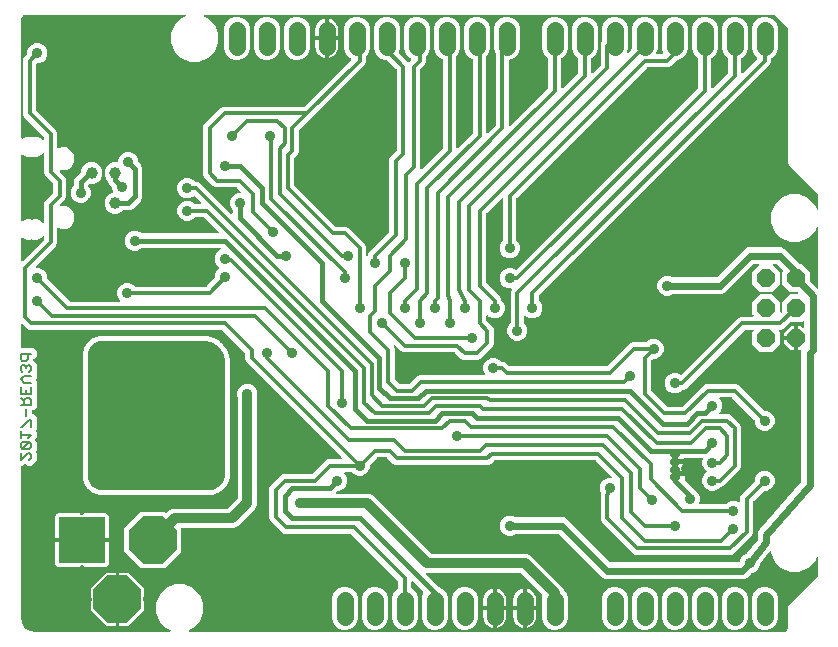
<source format=gbr>
G04 EAGLE Gerber RS-274X export*
G75*
%MOMM*%
%FSLAX34Y34*%
%LPD*%
%INBottom Copper*%
%IPPOS*%
%AMOC8*
5,1,8,0,0,1.08239X$1,22.5*%
G01*
%ADD10C,0.127000*%
%ADD11P,1.677704X8X292.500000*%
%ADD12C,1.422400*%
%ADD13P,4.329560X8X202.500000*%
%ADD14P,4.329560X8X112.500000*%
%ADD15R,4.000000X4.000000*%
%ADD16C,1.950000*%
%ADD17C,0.630000*%
%ADD18C,1.000000*%
%ADD19C,0.406400*%
%ADD20C,0.609600*%
%ADD21C,0.900000*%
%ADD22C,0.304800*%
%ADD23C,0.812800*%

G36*
X131366Y5604D02*
X131366Y5604D01*
X131463Y5614D01*
X131487Y5624D01*
X131513Y5629D01*
X131599Y5674D01*
X131688Y5714D01*
X131707Y5731D01*
X131730Y5744D01*
X131797Y5814D01*
X131869Y5880D01*
X131881Y5903D01*
X131899Y5922D01*
X131940Y6010D01*
X131987Y6096D01*
X131992Y6121D01*
X132003Y6145D01*
X132014Y6242D01*
X132031Y6338D01*
X132027Y6364D01*
X132030Y6389D01*
X132009Y6485D01*
X131995Y6581D01*
X131983Y6604D01*
X131978Y6630D01*
X131928Y6713D01*
X131884Y6800D01*
X131865Y6819D01*
X131852Y6841D01*
X131778Y6904D01*
X131708Y6972D01*
X131680Y6988D01*
X131665Y7001D01*
X131634Y7013D01*
X131561Y7053D01*
X128334Y8390D01*
X122690Y14034D01*
X119635Y21409D01*
X119635Y29391D01*
X122690Y36766D01*
X128334Y42410D01*
X135709Y45465D01*
X143691Y45465D01*
X151066Y42410D01*
X156710Y36766D01*
X159765Y29391D01*
X159765Y21409D01*
X156710Y14034D01*
X151066Y8390D01*
X147839Y7053D01*
X147756Y7002D01*
X147670Y6956D01*
X147652Y6938D01*
X147630Y6924D01*
X147568Y6848D01*
X147501Y6778D01*
X147490Y6754D01*
X147473Y6734D01*
X147438Y6643D01*
X147397Y6555D01*
X147394Y6529D01*
X147385Y6505D01*
X147381Y6407D01*
X147370Y6311D01*
X147375Y6285D01*
X147374Y6259D01*
X147401Y6165D01*
X147422Y6070D01*
X147436Y6048D01*
X147443Y6023D01*
X147498Y5943D01*
X147548Y5859D01*
X147568Y5842D01*
X147583Y5821D01*
X147661Y5762D01*
X147735Y5699D01*
X147760Y5689D01*
X147781Y5674D01*
X147873Y5644D01*
X147963Y5607D01*
X147996Y5604D01*
X148014Y5598D01*
X148047Y5598D01*
X148130Y5589D01*
X651594Y5589D01*
X651658Y5599D01*
X651724Y5600D01*
X651804Y5623D01*
X651837Y5629D01*
X651854Y5638D01*
X651885Y5647D01*
X652860Y6051D01*
X652916Y6085D01*
X652976Y6111D01*
X653041Y6163D01*
X653069Y6180D01*
X653082Y6195D01*
X653107Y6216D01*
X654184Y7293D01*
X654223Y7346D01*
X654269Y7393D01*
X654309Y7466D01*
X654328Y7493D01*
X654334Y7511D01*
X654349Y7540D01*
X654932Y8947D01*
X654939Y8975D01*
X654952Y9000D01*
X654987Y9164D01*
X655062Y9925D01*
X655060Y9952D01*
X655065Y10000D01*
X655065Y26461D01*
X655877Y28422D01*
X657485Y30030D01*
X680242Y52787D01*
X680295Y52861D01*
X680355Y52930D01*
X680367Y52960D01*
X680386Y52987D01*
X680413Y53073D01*
X680447Y53158D01*
X680451Y53199D01*
X680458Y53222D01*
X680457Y53254D01*
X680465Y53325D01*
X680465Y68383D01*
X680450Y68479D01*
X680440Y68576D01*
X680430Y68600D01*
X680426Y68626D01*
X680380Y68712D01*
X680340Y68801D01*
X680323Y68820D01*
X680310Y68843D01*
X680240Y68910D01*
X680174Y68982D01*
X680151Y68995D01*
X680132Y69013D01*
X680044Y69054D01*
X679958Y69101D01*
X679933Y69105D01*
X679909Y69116D01*
X679812Y69127D01*
X679716Y69144D01*
X679690Y69141D01*
X679665Y69143D01*
X679569Y69123D01*
X679473Y69109D01*
X679450Y69097D01*
X679424Y69091D01*
X679341Y69041D01*
X679254Y68997D01*
X679235Y68978D01*
X679213Y68965D01*
X679150Y68891D01*
X679082Y68821D01*
X679066Y68793D01*
X679053Y68778D01*
X679041Y68747D01*
X679001Y68674D01*
X677410Y64834D01*
X671766Y59190D01*
X664391Y56135D01*
X656409Y56135D01*
X649034Y59190D01*
X643390Y64834D01*
X640335Y72209D01*
X640335Y72740D01*
X640316Y72855D01*
X640300Y72971D01*
X640297Y72977D01*
X640296Y72983D01*
X640241Y73086D01*
X640188Y73190D01*
X640183Y73195D01*
X640180Y73201D01*
X640096Y73281D01*
X640013Y73363D01*
X640007Y73365D01*
X640002Y73370D01*
X639896Y73419D01*
X639791Y73470D01*
X639785Y73471D01*
X639779Y73474D01*
X639664Y73486D01*
X639547Y73501D01*
X639541Y73500D01*
X639535Y73501D01*
X639421Y73476D01*
X639306Y73453D01*
X639301Y73450D01*
X639294Y73448D01*
X639195Y73389D01*
X639093Y73330D01*
X639087Y73325D01*
X639083Y73322D01*
X639071Y73308D01*
X638975Y73211D01*
X631027Y63095D01*
X631005Y63055D01*
X630975Y63020D01*
X630946Y62948D01*
X630909Y62880D01*
X630900Y62834D01*
X630883Y62791D01*
X630868Y62657D01*
X630865Y62638D01*
X630866Y62632D01*
X630865Y62625D01*
X630865Y61796D01*
X629561Y58648D01*
X627152Y56239D01*
X623956Y54916D01*
X623928Y54913D01*
X623899Y54901D01*
X623867Y54896D01*
X623786Y54853D01*
X623702Y54817D01*
X623670Y54791D01*
X623649Y54780D01*
X623627Y54757D01*
X623571Y54712D01*
X619979Y51120D01*
X617365Y50037D01*
X500235Y50037D01*
X497621Y51120D01*
X460827Y87914D01*
X460753Y87967D01*
X460683Y88027D01*
X460653Y88039D01*
X460627Y88058D01*
X460540Y88085D01*
X460455Y88119D01*
X460414Y88123D01*
X460392Y88130D01*
X460360Y88129D01*
X460288Y88137D01*
X424415Y88137D01*
X424325Y88123D01*
X424234Y88115D01*
X424204Y88103D01*
X424172Y88098D01*
X424092Y88055D01*
X424008Y88019D01*
X423990Y88005D01*
X420804Y86685D01*
X417396Y86685D01*
X414248Y87989D01*
X411839Y90398D01*
X410535Y93546D01*
X410535Y96954D01*
X411839Y100102D01*
X414248Y102511D01*
X417396Y103815D01*
X420804Y103815D01*
X423999Y102491D01*
X424020Y102473D01*
X424050Y102461D01*
X424076Y102442D01*
X424163Y102415D01*
X424248Y102381D01*
X424289Y102377D01*
X424312Y102370D01*
X424344Y102371D01*
X424415Y102363D01*
X464965Y102363D01*
X467579Y101280D01*
X504373Y64486D01*
X504447Y64433D01*
X504517Y64373D01*
X504547Y64361D01*
X504573Y64342D01*
X504660Y64315D01*
X504745Y64281D01*
X504786Y64277D01*
X504808Y64270D01*
X504840Y64271D01*
X504912Y64263D01*
X612688Y64263D01*
X612778Y64277D01*
X612869Y64285D01*
X612899Y64297D01*
X612931Y64302D01*
X613012Y64345D01*
X613096Y64381D01*
X613128Y64407D01*
X613149Y64418D01*
X613171Y64441D01*
X613227Y64486D01*
X613512Y64771D01*
X613565Y64845D01*
X613625Y64915D01*
X613637Y64945D01*
X613656Y64971D01*
X613683Y65058D01*
X613717Y65143D01*
X613719Y65165D01*
X615039Y68352D01*
X617448Y70761D01*
X619504Y71612D01*
X619598Y71671D01*
X619694Y71726D01*
X619705Y71737D01*
X619713Y71742D01*
X619731Y71763D01*
X619811Y71845D01*
X628995Y83533D01*
X629006Y83554D01*
X629021Y83569D01*
X629030Y83589D01*
X629047Y83608D01*
X629076Y83680D01*
X629113Y83748D01*
X629119Y83781D01*
X629125Y83793D01*
X629126Y83805D01*
X629139Y83837D01*
X629154Y83971D01*
X629157Y83990D01*
X629156Y83996D01*
X629157Y84003D01*
X629157Y87376D01*
X629154Y87395D01*
X629156Y87425D01*
X629081Y88584D01*
X629117Y88689D01*
X629123Y88729D01*
X629139Y88767D01*
X629156Y88926D01*
X629157Y88931D01*
X629157Y88932D01*
X629157Y88934D01*
X629157Y89045D01*
X629602Y90118D01*
X629606Y90136D01*
X629619Y90163D01*
X629993Y91262D01*
X630066Y91345D01*
X630088Y91380D01*
X630117Y91410D01*
X630194Y91549D01*
X630197Y91554D01*
X630197Y91555D01*
X630198Y91557D01*
X630240Y91659D01*
X631061Y92480D01*
X631072Y92495D01*
X631095Y92516D01*
X665798Y132006D01*
X665833Y132062D01*
X665877Y132113D01*
X665898Y132166D01*
X665928Y132214D01*
X665944Y132279D01*
X665969Y132341D01*
X665978Y132421D01*
X665985Y132453D01*
X665983Y132474D01*
X665987Y132508D01*
X665987Y242731D01*
X665993Y242743D01*
X666002Y242820D01*
X666019Y242896D01*
X666015Y242942D01*
X666020Y242987D01*
X666004Y243063D01*
X665996Y243141D01*
X665978Y243183D01*
X665968Y243228D01*
X665928Y243295D01*
X665896Y243366D01*
X665865Y243399D01*
X665842Y243439D01*
X665783Y243490D01*
X665730Y243547D01*
X665690Y243569D01*
X665655Y243599D01*
X665583Y243628D01*
X665515Y243665D01*
X665469Y243674D01*
X665427Y243691D01*
X665291Y243706D01*
X665273Y243709D01*
X665267Y243708D01*
X665260Y243709D01*
X663193Y243709D01*
X663193Y253238D01*
X663190Y253258D01*
X663192Y253277D01*
X663170Y253379D01*
X663153Y253481D01*
X663144Y253498D01*
X663140Y253518D01*
X663087Y253607D01*
X663038Y253698D01*
X663024Y253712D01*
X663014Y253729D01*
X662935Y253796D01*
X662860Y253867D01*
X662842Y253876D01*
X662827Y253889D01*
X662731Y253927D01*
X662637Y253971D01*
X662617Y253973D01*
X662599Y253981D01*
X662432Y253999D01*
X661669Y253999D01*
X661669Y254001D01*
X662432Y254001D01*
X662452Y254004D01*
X662471Y254002D01*
X662573Y254024D01*
X662675Y254041D01*
X662692Y254050D01*
X662712Y254054D01*
X662801Y254107D01*
X662892Y254156D01*
X662906Y254170D01*
X662923Y254180D01*
X662990Y254259D01*
X663061Y254334D01*
X663070Y254352D01*
X663083Y254367D01*
X663122Y254463D01*
X663165Y254557D01*
X663167Y254577D01*
X663175Y254595D01*
X663193Y254762D01*
X663193Y264291D01*
X665933Y264291D01*
X667228Y262996D01*
X667286Y262954D01*
X667338Y262904D01*
X667385Y262882D01*
X667427Y262852D01*
X667496Y262831D01*
X667561Y262801D01*
X667613Y262795D01*
X667663Y262780D01*
X667734Y262782D01*
X667805Y262774D01*
X667856Y262785D01*
X667908Y262786D01*
X667976Y262811D01*
X668046Y262826D01*
X668091Y262853D01*
X668139Y262870D01*
X668195Y262915D01*
X668257Y262952D01*
X668291Y262992D01*
X668331Y263024D01*
X668370Y263084D01*
X668417Y263139D01*
X668436Y263187D01*
X668464Y263231D01*
X668482Y263301D01*
X668509Y263367D01*
X668517Y263438D01*
X668525Y263470D01*
X668523Y263493D01*
X668527Y263534D01*
X668527Y267711D01*
X668516Y267782D01*
X668514Y267853D01*
X668496Y267902D01*
X668488Y267954D01*
X668454Y268017D01*
X668429Y268084D01*
X668397Y268125D01*
X668372Y268171D01*
X668320Y268220D01*
X668276Y268276D01*
X668232Y268305D01*
X668194Y268340D01*
X668129Y268371D01*
X668069Y268409D01*
X668018Y268422D01*
X667971Y268444D01*
X667900Y268452D01*
X667830Y268469D01*
X667778Y268465D01*
X667727Y268471D01*
X667656Y268456D01*
X667585Y268450D01*
X667537Y268430D01*
X667486Y268419D01*
X667425Y268382D01*
X667359Y268354D01*
X667303Y268309D01*
X667275Y268293D01*
X667260Y268275D01*
X667228Y268249D01*
X666564Y267585D01*
X657276Y267585D01*
X657204Y267573D01*
X657131Y267571D01*
X657083Y267554D01*
X657034Y267546D01*
X656969Y267511D01*
X656900Y267486D01*
X656844Y267445D01*
X656816Y267430D01*
X656799Y267413D01*
X656764Y267387D01*
X651571Y262666D01*
X651562Y262655D01*
X651545Y262641D01*
X650866Y261962D01*
X650861Y261960D01*
X650821Y261935D01*
X650776Y261919D01*
X650671Y261842D01*
X650652Y261831D01*
X650648Y261826D01*
X650640Y261820D01*
X650637Y261817D01*
X649733Y261492D01*
X649720Y261485D01*
X649699Y261479D01*
X648812Y261111D01*
X648807Y261111D01*
X648760Y261104D01*
X648712Y261105D01*
X648585Y261075D01*
X648564Y261072D01*
X648558Y261069D01*
X648549Y261066D01*
X648545Y261065D01*
X647749Y261103D01*
X647660Y261092D01*
X647570Y261090D01*
X647539Y261078D01*
X647505Y261074D01*
X647424Y261036D01*
X647339Y261006D01*
X647313Y260984D01*
X647282Y260970D01*
X647217Y260908D01*
X647147Y260852D01*
X647129Y260823D01*
X647104Y260800D01*
X647063Y260720D01*
X647014Y260645D01*
X647006Y260612D01*
X646990Y260582D01*
X646976Y260493D01*
X646954Y260406D01*
X646957Y260373D01*
X646952Y260339D01*
X646967Y260250D01*
X646973Y260161D01*
X646987Y260130D01*
X646992Y260096D01*
X647035Y260017D01*
X647070Y259935D01*
X647097Y259901D01*
X647108Y259879D01*
X647132Y259858D01*
X647175Y259804D01*
X648085Y258894D01*
X648085Y249106D01*
X641164Y242185D01*
X631376Y242185D01*
X624455Y249106D01*
X624455Y258894D01*
X625373Y259812D01*
X625415Y259870D01*
X625464Y259922D01*
X625486Y259969D01*
X625517Y260011D01*
X625538Y260080D01*
X625568Y260145D01*
X625574Y260197D01*
X625589Y260247D01*
X625587Y260318D01*
X625595Y260389D01*
X625584Y260440D01*
X625583Y260492D01*
X625558Y260560D01*
X625543Y260630D01*
X625516Y260675D01*
X625498Y260723D01*
X625453Y260779D01*
X625417Y260841D01*
X625377Y260875D01*
X625345Y260915D01*
X625284Y260954D01*
X625230Y261001D01*
X625181Y261020D01*
X625138Y261048D01*
X625068Y261066D01*
X625002Y261093D01*
X624930Y261101D01*
X624899Y261109D01*
X624876Y261107D01*
X624835Y261111D01*
X618580Y261111D01*
X618490Y261097D01*
X618399Y261089D01*
X618369Y261077D01*
X618338Y261072D01*
X618257Y261029D01*
X618173Y260993D01*
X618141Y260967D01*
X618120Y260956D01*
X618098Y260933D01*
X618042Y260888D01*
X568316Y211162D01*
X566262Y210311D01*
X565639Y210311D01*
X565549Y210297D01*
X565458Y210289D01*
X565428Y210277D01*
X565396Y210272D01*
X565316Y210229D01*
X565232Y210193D01*
X565200Y210167D01*
X565179Y210156D01*
X565157Y210133D01*
X565101Y210088D01*
X563652Y208639D01*
X560504Y207335D01*
X557096Y207335D01*
X553948Y208639D01*
X551539Y211048D01*
X550235Y214196D01*
X550235Y217604D01*
X551539Y220752D01*
X553948Y223161D01*
X557096Y224465D01*
X560504Y224465D01*
X563787Y223105D01*
X563900Y223078D01*
X564014Y223050D01*
X564020Y223050D01*
X564026Y223049D01*
X564143Y223060D01*
X564259Y223069D01*
X564265Y223071D01*
X564271Y223072D01*
X564379Y223120D01*
X564485Y223165D01*
X564491Y223170D01*
X564496Y223172D01*
X564509Y223184D01*
X564616Y223270D01*
X611105Y269759D01*
X612784Y271438D01*
X614838Y272289D01*
X624835Y272289D01*
X624906Y272300D01*
X624977Y272302D01*
X625026Y272320D01*
X625078Y272328D01*
X625141Y272362D01*
X625208Y272387D01*
X625249Y272419D01*
X625295Y272444D01*
X625344Y272496D01*
X625400Y272540D01*
X625429Y272584D01*
X625464Y272622D01*
X625495Y272687D01*
X625533Y272747D01*
X625546Y272798D01*
X625568Y272845D01*
X625576Y272916D01*
X625593Y272986D01*
X625589Y273038D01*
X625595Y273089D01*
X625580Y273160D01*
X625574Y273231D01*
X625554Y273279D01*
X625543Y273330D01*
X625506Y273391D01*
X625478Y273457D01*
X625433Y273513D01*
X625417Y273541D01*
X625399Y273556D01*
X625373Y273588D01*
X624455Y274506D01*
X624455Y284294D01*
X631376Y291215D01*
X641164Y291215D01*
X648085Y284294D01*
X648085Y276324D01*
X648093Y276270D01*
X648092Y276217D01*
X648113Y276150D01*
X648124Y276081D01*
X648150Y276033D01*
X648166Y275982D01*
X648207Y275925D01*
X648240Y275863D01*
X648278Y275826D01*
X648310Y275783D01*
X648367Y275742D01*
X648418Y275694D01*
X648467Y275671D01*
X648510Y275640D01*
X648577Y275620D01*
X648641Y275590D01*
X648694Y275585D01*
X648746Y275569D01*
X648816Y275571D01*
X648885Y275563D01*
X648938Y275575D01*
X648992Y275576D01*
X649057Y275601D01*
X649126Y275616D01*
X649172Y275643D01*
X649222Y275662D01*
X649312Y275727D01*
X649337Y275742D01*
X649344Y275750D01*
X649358Y275760D01*
X649606Y275986D01*
X649674Y276071D01*
X649745Y276154D01*
X649750Y276167D01*
X649759Y276178D01*
X649796Y276281D01*
X649837Y276382D01*
X649839Y276400D01*
X649842Y276410D01*
X649843Y276439D01*
X649855Y276549D01*
X649855Y284294D01*
X656776Y291215D01*
X662744Y291215D01*
X662798Y291224D01*
X662854Y291223D01*
X662919Y291243D01*
X662987Y291254D01*
X663035Y291280D01*
X663088Y291297D01*
X663143Y291338D01*
X663204Y291370D01*
X663242Y291410D01*
X663287Y291442D01*
X663326Y291498D01*
X663373Y291548D01*
X663397Y291598D01*
X663428Y291643D01*
X663448Y291709D01*
X663477Y291771D01*
X663483Y291826D01*
X663499Y291879D01*
X663496Y291947D01*
X663504Y292015D01*
X663492Y292069D01*
X663490Y292125D01*
X663466Y292189D01*
X663452Y292256D01*
X663423Y292303D01*
X663404Y292355D01*
X663341Y292441D01*
X663326Y292467D01*
X663316Y292475D01*
X663305Y292490D01*
X663078Y292738D01*
X662993Y292805D01*
X662911Y292875D01*
X662897Y292881D01*
X662884Y292891D01*
X662783Y292926D01*
X662683Y292967D01*
X662664Y292969D01*
X662652Y292973D01*
X662623Y292974D01*
X662516Y292985D01*
X656776Y292985D01*
X649855Y299906D01*
X649855Y309694D01*
X650288Y310127D01*
X650300Y310143D01*
X650315Y310155D01*
X650371Y310243D01*
X650432Y310326D01*
X650437Y310345D01*
X650448Y310362D01*
X650473Y310463D01*
X650504Y310561D01*
X650503Y310581D01*
X650508Y310601D01*
X650500Y310704D01*
X650498Y310807D01*
X650491Y310826D01*
X650489Y310846D01*
X650449Y310941D01*
X650413Y311038D01*
X650401Y311054D01*
X650393Y311072D01*
X650288Y311203D01*
X644977Y316514D01*
X644903Y316567D01*
X644833Y316627D01*
X644803Y316639D01*
X644777Y316658D01*
X644690Y316685D01*
X644605Y316719D01*
X644564Y316723D01*
X644542Y316730D01*
X644510Y316729D01*
X644438Y316737D01*
X642879Y316737D01*
X642808Y316726D01*
X642737Y316724D01*
X642688Y316706D01*
X642636Y316698D01*
X642573Y316664D01*
X642506Y316639D01*
X642465Y316607D01*
X642419Y316582D01*
X642370Y316530D01*
X642314Y316486D01*
X642285Y316442D01*
X642250Y316404D01*
X642219Y316339D01*
X642181Y316279D01*
X642168Y316228D01*
X642146Y316181D01*
X642138Y316110D01*
X642121Y316040D01*
X642125Y315988D01*
X642119Y315937D01*
X642134Y315866D01*
X642140Y315795D01*
X642160Y315747D01*
X642171Y315696D01*
X642208Y315635D01*
X642236Y315569D01*
X642281Y315513D01*
X642297Y315485D01*
X642315Y315470D01*
X642341Y315438D01*
X648085Y309694D01*
X648085Y299906D01*
X641164Y292985D01*
X631376Y292985D01*
X624455Y299906D01*
X624455Y309694D01*
X630199Y315438D01*
X630241Y315496D01*
X630290Y315548D01*
X630312Y315595D01*
X630343Y315637D01*
X630364Y315706D01*
X630394Y315771D01*
X630400Y315823D01*
X630415Y315873D01*
X630413Y315944D01*
X630421Y316015D01*
X630410Y316066D01*
X630409Y316118D01*
X630384Y316186D01*
X630369Y316256D01*
X630342Y316301D01*
X630324Y316349D01*
X630279Y316405D01*
X630243Y316467D01*
X630203Y316501D01*
X630171Y316541D01*
X630110Y316580D01*
X630056Y316627D01*
X630007Y316646D01*
X629964Y316674D01*
X629894Y316692D01*
X629828Y316719D01*
X629756Y316727D01*
X629725Y316735D01*
X629702Y316733D01*
X629661Y316737D01*
X625562Y316737D01*
X625471Y316723D01*
X625381Y316715D01*
X625351Y316703D01*
X625319Y316698D01*
X625238Y316655D01*
X625154Y316619D01*
X625122Y316593D01*
X625101Y316582D01*
X625079Y316559D01*
X625023Y316514D01*
X600929Y292420D01*
X598315Y291337D01*
X557765Y291337D01*
X557675Y291323D01*
X557584Y291315D01*
X557554Y291303D01*
X557522Y291298D01*
X557442Y291255D01*
X557358Y291219D01*
X557340Y291205D01*
X554154Y289885D01*
X550746Y289885D01*
X547598Y291189D01*
X545189Y293598D01*
X543885Y296746D01*
X543885Y300154D01*
X545189Y303302D01*
X547598Y305711D01*
X550746Y307015D01*
X554154Y307015D01*
X557349Y305691D01*
X557370Y305673D01*
X557400Y305661D01*
X557426Y305642D01*
X557513Y305615D01*
X557598Y305581D01*
X557639Y305577D01*
X557662Y305570D01*
X557694Y305571D01*
X557765Y305563D01*
X593638Y305563D01*
X593729Y305577D01*
X593819Y305585D01*
X593849Y305597D01*
X593881Y305602D01*
X593962Y305645D01*
X594046Y305681D01*
X594078Y305707D01*
X594099Y305718D01*
X594121Y305741D01*
X594177Y305786D01*
X618271Y329880D01*
X620885Y330963D01*
X649115Y330963D01*
X651729Y329880D01*
X664771Y316838D01*
X664845Y316785D01*
X664915Y316725D01*
X664945Y316713D01*
X664971Y316694D01*
X665058Y316667D01*
X665143Y316633D01*
X665184Y316629D01*
X665206Y316622D01*
X665238Y316623D01*
X665309Y316615D01*
X666564Y316615D01*
X673485Y309694D01*
X673485Y302733D01*
X673497Y302660D01*
X673499Y302585D01*
X673517Y302539D01*
X673524Y302491D01*
X673559Y302425D01*
X673586Y302354D01*
X673625Y302301D01*
X673640Y302273D01*
X673658Y302256D01*
X673685Y302219D01*
X679143Y296265D01*
X679212Y296210D01*
X679276Y296150D01*
X679308Y296135D01*
X679336Y296113D01*
X679419Y296083D01*
X679499Y296046D01*
X679534Y296042D01*
X679568Y296030D01*
X679656Y296029D01*
X679743Y296019D01*
X679778Y296026D01*
X679814Y296026D01*
X679898Y296052D01*
X679984Y296071D01*
X680014Y296089D01*
X680048Y296100D01*
X680119Y296152D01*
X680195Y296197D01*
X680218Y296224D01*
X680247Y296245D01*
X680298Y296317D01*
X680355Y296384D01*
X680368Y296417D01*
X680389Y296446D01*
X680414Y296531D01*
X680447Y296612D01*
X680452Y296658D01*
X680459Y296682D01*
X680458Y296713D01*
X680465Y296779D01*
X680465Y347783D01*
X680450Y347879D01*
X680440Y347976D01*
X680430Y348000D01*
X680426Y348026D01*
X680380Y348112D01*
X680340Y348201D01*
X680323Y348220D01*
X680310Y348243D01*
X680240Y348310D01*
X680174Y348382D01*
X680151Y348395D01*
X680132Y348413D01*
X680044Y348454D01*
X679958Y348501D01*
X679933Y348505D01*
X679909Y348516D01*
X679812Y348527D01*
X679716Y348544D01*
X679690Y348541D01*
X679665Y348543D01*
X679569Y348523D01*
X679473Y348509D01*
X679450Y348497D01*
X679424Y348491D01*
X679341Y348441D01*
X679254Y348397D01*
X679235Y348378D01*
X679213Y348365D01*
X679150Y348291D01*
X679082Y348221D01*
X679066Y348193D01*
X679053Y348178D01*
X679041Y348147D01*
X679001Y348074D01*
X677410Y344234D01*
X671766Y338590D01*
X664391Y335535D01*
X656409Y335535D01*
X649034Y338590D01*
X643390Y344234D01*
X640335Y351609D01*
X640335Y359591D01*
X643390Y366966D01*
X649034Y372610D01*
X656409Y375665D01*
X664391Y375665D01*
X671766Y372610D01*
X677410Y366966D01*
X679001Y363126D01*
X679052Y363042D01*
X679098Y362957D01*
X679116Y362939D01*
X679130Y362916D01*
X679206Y362854D01*
X679276Y362787D01*
X679300Y362776D01*
X679320Y362760D01*
X679411Y362725D01*
X679499Y362684D01*
X679525Y362681D01*
X679549Y362671D01*
X679647Y362667D01*
X679743Y362657D01*
X679769Y362662D01*
X679795Y362661D01*
X679889Y362688D01*
X679984Y362709D01*
X680006Y362722D01*
X680031Y362730D01*
X680111Y362785D01*
X680195Y362835D01*
X680212Y362855D01*
X680233Y362870D01*
X680292Y362948D01*
X680355Y363022D01*
X680365Y363046D01*
X680380Y363067D01*
X680410Y363160D01*
X680447Y363250D01*
X680450Y363283D01*
X680456Y363301D01*
X680456Y363334D01*
X680465Y363417D01*
X680465Y375935D01*
X680451Y376025D01*
X680443Y376116D01*
X680431Y376146D01*
X680426Y376178D01*
X680383Y376258D01*
X680347Y376342D01*
X680321Y376374D01*
X680310Y376395D01*
X680287Y376417D01*
X680242Y376473D01*
X657485Y399230D01*
X655877Y400838D01*
X655065Y402799D01*
X655065Y515635D01*
X655063Y515651D01*
X655064Y515666D01*
X655050Y515731D01*
X655043Y515816D01*
X655031Y515846D01*
X655026Y515878D01*
X655013Y515901D01*
X655012Y515906D01*
X654999Y515928D01*
X654983Y515958D01*
X654947Y516042D01*
X654921Y516074D01*
X654910Y516095D01*
X654887Y516117D01*
X654842Y516173D01*
X643427Y527588D01*
X643353Y527641D01*
X643284Y527701D01*
X643254Y527713D01*
X643228Y527732D01*
X643141Y527759D01*
X643056Y527793D01*
X643015Y527797D01*
X642992Y527804D01*
X642960Y527803D01*
X642889Y527811D01*
X160830Y527811D01*
X160734Y527796D01*
X160637Y527786D01*
X160613Y527776D01*
X160587Y527772D01*
X160501Y527726D01*
X160412Y527686D01*
X160393Y527669D01*
X160370Y527656D01*
X160303Y527586D01*
X160231Y527520D01*
X160219Y527497D01*
X160201Y527478D01*
X160160Y527390D01*
X160113Y527304D01*
X160108Y527279D01*
X160097Y527255D01*
X160086Y527158D01*
X160069Y527062D01*
X160073Y527036D01*
X160070Y527011D01*
X160091Y526915D01*
X160105Y526819D01*
X160117Y526796D01*
X160122Y526770D01*
X160172Y526687D01*
X160216Y526600D01*
X160235Y526581D01*
X160248Y526559D01*
X160322Y526496D01*
X160392Y526428D01*
X160420Y526412D01*
X160435Y526399D01*
X160447Y526394D01*
X160467Y526386D01*
X160539Y526347D01*
X163766Y525010D01*
X169410Y519366D01*
X172465Y511991D01*
X172465Y504009D01*
X169410Y496634D01*
X163766Y490990D01*
X156391Y487935D01*
X148409Y487935D01*
X141034Y490990D01*
X135390Y496634D01*
X132335Y504009D01*
X132335Y511991D01*
X135390Y519366D01*
X141034Y525010D01*
X144261Y526347D01*
X144344Y526398D01*
X144430Y526444D01*
X144448Y526463D01*
X144470Y526476D01*
X144532Y526551D01*
X144599Y526622D01*
X144610Y526646D01*
X144627Y526666D01*
X144662Y526757D01*
X144703Y526845D01*
X144706Y526871D01*
X144715Y526895D01*
X144719Y526993D01*
X144730Y527089D01*
X144725Y527115D01*
X144726Y527141D01*
X144699Y527235D01*
X144678Y527330D01*
X144664Y527352D01*
X144657Y527377D01*
X144602Y527457D01*
X144552Y527541D01*
X144532Y527558D01*
X144517Y527579D01*
X144439Y527638D01*
X144365Y527701D01*
X144340Y527711D01*
X144319Y527726D01*
X144227Y527756D01*
X144137Y527793D01*
X144104Y527796D01*
X144086Y527802D01*
X144053Y527802D01*
X143970Y527811D01*
X8806Y527811D01*
X8742Y527801D01*
X8676Y527800D01*
X8596Y527777D01*
X8563Y527772D01*
X8555Y527767D01*
X8551Y527767D01*
X8540Y527761D01*
X8515Y527753D01*
X7540Y527349D01*
X7484Y527315D01*
X7424Y527289D01*
X7359Y527237D01*
X7331Y527220D01*
X7318Y527205D01*
X7293Y527184D01*
X6216Y526107D01*
X6177Y526054D01*
X6131Y526007D01*
X6091Y525934D01*
X6072Y525907D01*
X6066Y525889D01*
X6051Y525860D01*
X5647Y524885D01*
X5632Y524821D01*
X5607Y524761D01*
X5598Y524678D01*
X5591Y524646D01*
X5592Y524626D01*
X5589Y524594D01*
X5589Y423653D01*
X5600Y423582D01*
X5602Y423510D01*
X5620Y423461D01*
X5629Y423410D01*
X5662Y423347D01*
X5687Y423279D01*
X5719Y423239D01*
X5744Y423193D01*
X5796Y423144D01*
X5840Y423087D01*
X5884Y423059D01*
X5922Y423023D01*
X5987Y422993D01*
X6047Y422954D01*
X6098Y422942D01*
X6145Y422920D01*
X6216Y422912D01*
X6286Y422894D01*
X6338Y422898D01*
X6389Y422893D01*
X6460Y422908D01*
X6531Y422914D01*
X6579Y422934D01*
X6630Y422945D01*
X6691Y422982D01*
X6757Y423010D01*
X6813Y423055D01*
X6841Y423071D01*
X6856Y423089D01*
X6888Y423115D01*
X7086Y423313D01*
X10234Y424617D01*
X13642Y424617D01*
X14187Y424391D01*
X14276Y424370D01*
X14362Y424342D01*
X14395Y424342D01*
X14426Y424335D01*
X14517Y424343D01*
X14608Y424344D01*
X14648Y424356D01*
X14671Y424358D01*
X14701Y424371D01*
X14769Y424391D01*
X15314Y424617D01*
X18722Y424617D01*
X21870Y423313D01*
X23592Y421591D01*
X23650Y421549D01*
X23702Y421499D01*
X23749Y421477D01*
X23791Y421447D01*
X23860Y421426D01*
X23925Y421396D01*
X23977Y421390D01*
X24027Y421375D01*
X24098Y421377D01*
X24169Y421369D01*
X24220Y421380D01*
X24272Y421381D01*
X24340Y421406D01*
X24410Y421421D01*
X24455Y421448D01*
X24503Y421466D01*
X24559Y421510D01*
X24621Y421547D01*
X24655Y421587D01*
X24695Y421619D01*
X24734Y421680D01*
X24781Y421734D01*
X24800Y421782D01*
X24828Y421826D01*
X24846Y421896D01*
X24873Y421962D01*
X24881Y422034D01*
X24889Y422065D01*
X24887Y422088D01*
X24891Y422129D01*
X24891Y424090D01*
X24877Y424180D01*
X24869Y424271D01*
X24857Y424301D01*
X24852Y424332D01*
X24809Y424413D01*
X24773Y424497D01*
X24747Y424529D01*
X24736Y424550D01*
X24713Y424572D01*
X24668Y424628D01*
X7962Y441334D01*
X7111Y443388D01*
X7111Y490062D01*
X7962Y492116D01*
X10262Y494416D01*
X10315Y494490D01*
X10375Y494559D01*
X10387Y494590D01*
X10406Y494616D01*
X10433Y494703D01*
X10467Y494788D01*
X10471Y494828D01*
X10478Y494851D01*
X10477Y494883D01*
X10485Y494954D01*
X10485Y497004D01*
X11789Y500152D01*
X14198Y502561D01*
X17346Y503865D01*
X20754Y503865D01*
X23902Y502561D01*
X26311Y500152D01*
X27615Y497004D01*
X27615Y493596D01*
X26311Y490448D01*
X23902Y488039D01*
X20754Y486735D01*
X19050Y486735D01*
X19030Y486732D01*
X19011Y486734D01*
X18909Y486712D01*
X18807Y486696D01*
X18790Y486686D01*
X18770Y486682D01*
X18681Y486629D01*
X18590Y486580D01*
X18576Y486566D01*
X18559Y486556D01*
X18492Y486477D01*
X18420Y486402D01*
X18412Y486384D01*
X18399Y486369D01*
X18360Y486273D01*
X18317Y486179D01*
X18315Y486159D01*
X18307Y486141D01*
X18289Y485974D01*
X18289Y447130D01*
X18303Y447040D01*
X18311Y446949D01*
X18323Y446919D01*
X18328Y446888D01*
X18371Y446807D01*
X18407Y446723D01*
X18433Y446691D01*
X18444Y446670D01*
X18467Y446648D01*
X18478Y446634D01*
X18485Y446623D01*
X18492Y446617D01*
X18512Y446592D01*
X35218Y429886D01*
X36069Y427832D01*
X36069Y415363D01*
X36076Y415317D01*
X36074Y415271D01*
X36096Y415197D01*
X36108Y415120D01*
X36130Y415079D01*
X36143Y415035D01*
X36187Y414971D01*
X36224Y414902D01*
X36257Y414871D01*
X36283Y414833D01*
X36346Y414787D01*
X36402Y414733D01*
X36444Y414714D01*
X36480Y414686D01*
X36554Y414662D01*
X36625Y414629D01*
X36671Y414624D01*
X36714Y414610D01*
X36792Y414611D01*
X36869Y414602D01*
X36914Y414612D01*
X36960Y414613D01*
X37092Y414651D01*
X37110Y414655D01*
X37114Y414657D01*
X37121Y414659D01*
X39698Y415727D01*
X43106Y415727D01*
X46254Y414423D01*
X48663Y412014D01*
X49967Y408866D01*
X49967Y402918D01*
X48663Y399770D01*
X46254Y397361D01*
X43106Y396057D01*
X39698Y396057D01*
X39134Y396291D01*
X39039Y396313D01*
X38946Y396342D01*
X38920Y396341D01*
X38894Y396347D01*
X38797Y396338D01*
X38700Y396336D01*
X38675Y396327D01*
X38649Y396324D01*
X38560Y396285D01*
X38469Y396251D01*
X38449Y396235D01*
X38425Y396224D01*
X38353Y396158D01*
X38277Y396098D01*
X38263Y396076D01*
X38243Y396058D01*
X38197Y395972D01*
X38144Y395891D01*
X38138Y395865D01*
X38125Y395842D01*
X38108Y395746D01*
X38084Y395652D01*
X38086Y395626D01*
X38081Y395600D01*
X38095Y395504D01*
X38103Y395407D01*
X38113Y395383D01*
X38117Y395357D01*
X38161Y395270D01*
X38199Y395181D01*
X38220Y395155D01*
X38228Y395138D01*
X38252Y395114D01*
X38304Y395050D01*
X41159Y392195D01*
X42838Y390516D01*
X43689Y388462D01*
X43689Y373538D01*
X42838Y371484D01*
X38304Y366950D01*
X38261Y366890D01*
X38222Y366849D01*
X38213Y366830D01*
X38185Y366796D01*
X38176Y366772D01*
X38161Y366751D01*
X38132Y366658D01*
X38127Y366645D01*
X38118Y366626D01*
X38118Y366621D01*
X38097Y366567D01*
X38096Y366541D01*
X38088Y366516D01*
X38091Y366418D01*
X38087Y366321D01*
X38094Y366296D01*
X38095Y366270D01*
X38128Y366178D01*
X38155Y366085D01*
X38170Y366063D01*
X38179Y366039D01*
X38240Y365963D01*
X38295Y365883D01*
X38316Y365867D01*
X38333Y365847D01*
X38415Y365794D01*
X38493Y365736D01*
X38518Y365728D01*
X38540Y365714D01*
X38634Y365690D01*
X38727Y365660D01*
X38753Y365660D01*
X38778Y365654D01*
X38860Y365660D01*
X38864Y365660D01*
X38868Y365661D01*
X38875Y365661D01*
X38973Y365662D01*
X39004Y365671D01*
X39023Y365673D01*
X39054Y365686D01*
X39096Y365698D01*
X39107Y365700D01*
X39113Y365703D01*
X39134Y365709D01*
X39698Y365943D01*
X43106Y365943D01*
X46254Y364639D01*
X48663Y362230D01*
X49967Y359082D01*
X49967Y353134D01*
X48663Y349986D01*
X46254Y347577D01*
X43106Y346273D01*
X39698Y346273D01*
X37121Y347341D01*
X37077Y347351D01*
X37035Y347371D01*
X36958Y347379D01*
X36882Y347397D01*
X36836Y347393D01*
X36791Y347398D01*
X36714Y347381D01*
X36637Y347374D01*
X36595Y347355D01*
X36550Y347345D01*
X36483Y347305D01*
X36412Y347274D01*
X36378Y347243D01*
X36339Y347219D01*
X36288Y347160D01*
X36231Y347107D01*
X36209Y347067D01*
X36179Y347032D01*
X36150Y346960D01*
X36113Y346892D01*
X36105Y346852D01*
X36097Y346834D01*
X36096Y346826D01*
X36087Y346804D01*
X36072Y346668D01*
X36069Y346650D01*
X36070Y346645D01*
X36069Y346637D01*
X36069Y334168D01*
X35218Y332114D01*
X17768Y314664D01*
X17726Y314606D01*
X17677Y314554D01*
X17655Y314507D01*
X17624Y314465D01*
X17603Y314396D01*
X17573Y314331D01*
X17567Y314279D01*
X17552Y314229D01*
X17554Y314158D01*
X17546Y314087D01*
X17557Y314036D01*
X17558Y313984D01*
X17583Y313916D01*
X17598Y313846D01*
X17625Y313801D01*
X17643Y313753D01*
X17688Y313697D01*
X17724Y313635D01*
X17764Y313601D01*
X17797Y313561D01*
X17857Y313522D01*
X17911Y313475D01*
X17960Y313456D01*
X18003Y313428D01*
X18073Y313410D01*
X18139Y313383D01*
X18211Y313375D01*
X18242Y313367D01*
X18265Y313369D01*
X18306Y313365D01*
X20754Y313365D01*
X23902Y312061D01*
X26311Y309652D01*
X27615Y306504D01*
X27615Y304454D01*
X27629Y304364D01*
X27637Y304273D01*
X27649Y304243D01*
X27654Y304212D01*
X27697Y304131D01*
X27733Y304047D01*
X27759Y304015D01*
X27770Y303994D01*
X27793Y303972D01*
X27838Y303916D01*
X46542Y285212D01*
X46616Y285159D01*
X46685Y285099D01*
X46716Y285087D01*
X46742Y285068D01*
X46829Y285041D01*
X46914Y285007D01*
X46954Y285003D01*
X46977Y284996D01*
X47009Y284997D01*
X47080Y284989D01*
X88411Y284989D01*
X88482Y285000D01*
X88554Y285002D01*
X88602Y285020D01*
X88654Y285028D01*
X88717Y285062D01*
X88785Y285087D01*
X88825Y285119D01*
X88871Y285144D01*
X88921Y285196D01*
X88977Y285240D01*
X89005Y285284D01*
X89041Y285322D01*
X89071Y285387D01*
X89110Y285447D01*
X89122Y285498D01*
X89144Y285545D01*
X89152Y285616D01*
X89170Y285686D01*
X89166Y285738D01*
X89171Y285789D01*
X89156Y285860D01*
X89150Y285931D01*
X89130Y285979D01*
X89119Y286030D01*
X89082Y286091D01*
X89054Y286157D01*
X89009Y286213D01*
X88993Y286241D01*
X88975Y286256D01*
X88949Y286288D01*
X87989Y287248D01*
X86685Y290396D01*
X86685Y293804D01*
X87989Y296952D01*
X90398Y299361D01*
X93546Y300665D01*
X96954Y300665D01*
X100102Y299361D01*
X101551Y297912D01*
X101625Y297859D01*
X101694Y297799D01*
X101724Y297787D01*
X101750Y297768D01*
X101837Y297741D01*
X101922Y297707D01*
X101963Y297703D01*
X101986Y297696D01*
X102018Y297697D01*
X102089Y297689D01*
X162291Y297689D01*
X162399Y297706D01*
X162507Y297720D01*
X162520Y297726D01*
X162534Y297728D01*
X162630Y297780D01*
X162728Y297827D01*
X162741Y297838D01*
X162751Y297844D01*
X162771Y297865D01*
X162854Y297938D01*
X169037Y304739D01*
X169077Y304801D01*
X169125Y304856D01*
X169144Y304903D01*
X169171Y304946D01*
X169189Y305016D01*
X169217Y305085D01*
X169224Y305153D01*
X169232Y305184D01*
X169230Y305208D01*
X169235Y305251D01*
X169235Y307774D01*
X170539Y310922D01*
X172769Y313152D01*
X172781Y313168D01*
X172797Y313180D01*
X172853Y313268D01*
X172913Y313351D01*
X172919Y313370D01*
X172930Y313387D01*
X172955Y313488D01*
X172985Y313587D01*
X172985Y313606D01*
X172990Y313626D01*
X172982Y313729D01*
X172979Y313832D01*
X172972Y313851D01*
X172970Y313871D01*
X172930Y313966D01*
X172894Y314063D01*
X172882Y314079D01*
X172874Y314097D01*
X172769Y314228D01*
X170539Y316458D01*
X169235Y319606D01*
X169235Y323014D01*
X170539Y326162D01*
X172948Y328571D01*
X173957Y328989D01*
X174040Y329040D01*
X174126Y329086D01*
X174144Y329105D01*
X174166Y329118D01*
X174229Y329193D01*
X174296Y329264D01*
X174307Y329288D01*
X174323Y329308D01*
X174358Y329399D01*
X174399Y329487D01*
X174402Y329513D01*
X174411Y329537D01*
X174416Y329635D01*
X174426Y329731D01*
X174421Y329757D01*
X174422Y329783D01*
X174395Y329877D01*
X174374Y329972D01*
X174361Y329994D01*
X174353Y330019D01*
X174298Y330099D01*
X174248Y330183D01*
X174228Y330200D01*
X174213Y330221D01*
X174135Y330280D01*
X174061Y330343D01*
X174037Y330353D01*
X174016Y330368D01*
X173923Y330398D01*
X173833Y330435D01*
X173800Y330438D01*
X173782Y330444D01*
X173749Y330444D01*
X173666Y330453D01*
X107931Y330453D01*
X107841Y330439D01*
X107750Y330431D01*
X107720Y330419D01*
X107688Y330414D01*
X107608Y330371D01*
X107524Y330335D01*
X107491Y330309D01*
X107471Y330298D01*
X107449Y330275D01*
X107393Y330230D01*
X106452Y329289D01*
X103304Y327985D01*
X99896Y327985D01*
X96748Y329289D01*
X94339Y331698D01*
X93035Y334846D01*
X93035Y338254D01*
X94339Y341402D01*
X96748Y343811D01*
X99896Y345115D01*
X103304Y345115D01*
X106452Y343811D01*
X107393Y342870D01*
X107467Y342817D01*
X107536Y342757D01*
X107566Y342745D01*
X107592Y342726D01*
X107679Y342699D01*
X107764Y342665D01*
X107805Y342661D01*
X107827Y342654D01*
X107860Y342655D01*
X107931Y342647D01*
X172122Y342647D01*
X172193Y342658D01*
X172264Y342660D01*
X172313Y342678D01*
X172365Y342686D01*
X172428Y342720D01*
X172495Y342745D01*
X172536Y342777D01*
X172582Y342802D01*
X172631Y342854D01*
X172687Y342898D01*
X172715Y342942D01*
X172751Y342980D01*
X172781Y343045D01*
X172820Y343105D01*
X172833Y343156D01*
X172855Y343203D01*
X172863Y343274D01*
X172880Y343344D01*
X172876Y343396D01*
X172882Y343447D01*
X172867Y343518D01*
X172861Y343589D01*
X172841Y343637D01*
X172830Y343688D01*
X172793Y343749D01*
X172765Y343815D01*
X172720Y343871D01*
X172704Y343899D01*
X172686Y343914D01*
X172660Y343946D01*
X160468Y356138D01*
X160394Y356191D01*
X160325Y356251D01*
X160294Y356263D01*
X160268Y356282D01*
X160181Y356309D01*
X160096Y356343D01*
X160056Y356347D01*
X160033Y356354D01*
X160001Y356353D01*
X159930Y356361D01*
X152889Y356361D01*
X152799Y356347D01*
X152708Y356339D01*
X152678Y356327D01*
X152646Y356322D01*
X152566Y356279D01*
X152482Y356243D01*
X152450Y356217D01*
X152429Y356206D01*
X152407Y356183D01*
X152351Y356138D01*
X150902Y354689D01*
X147754Y353385D01*
X144346Y353385D01*
X141198Y354689D01*
X138789Y357098D01*
X137485Y360246D01*
X137485Y363654D01*
X138789Y366802D01*
X141198Y369211D01*
X144346Y370515D01*
X147754Y370515D01*
X150902Y369211D01*
X152351Y367762D01*
X152425Y367709D01*
X152494Y367649D01*
X152524Y367637D01*
X152550Y367618D01*
X152637Y367591D01*
X152722Y367557D01*
X152763Y367553D01*
X152786Y367546D01*
X152818Y367547D01*
X152889Y367539D01*
X157390Y367539D01*
X157461Y367550D01*
X157532Y367552D01*
X157581Y367570D01*
X157633Y367578D01*
X157696Y367612D01*
X157763Y367637D01*
X157804Y367669D01*
X157850Y367694D01*
X157899Y367745D01*
X157955Y367790D01*
X157983Y367834D01*
X158019Y367872D01*
X158049Y367937D01*
X158088Y367997D01*
X158101Y368048D01*
X158123Y368095D01*
X158131Y368166D01*
X158148Y368236D01*
X158144Y368288D01*
X158150Y368339D01*
X158135Y368410D01*
X158129Y368481D01*
X158109Y368529D01*
X158098Y368580D01*
X158061Y368641D01*
X158033Y368707D01*
X157988Y368763D01*
X157972Y368791D01*
X157954Y368806D01*
X157928Y368838D01*
X152503Y374264D01*
X152486Y374275D01*
X152474Y374291D01*
X152387Y374347D01*
X152303Y374407D01*
X152284Y374413D01*
X152267Y374424D01*
X152167Y374449D01*
X152068Y374480D01*
X152048Y374479D01*
X152029Y374484D01*
X151926Y374476D01*
X151822Y374473D01*
X151803Y374466D01*
X151783Y374465D01*
X151688Y374424D01*
X151591Y374389D01*
X151575Y374376D01*
X151557Y374369D01*
X151426Y374264D01*
X150902Y373739D01*
X147754Y372435D01*
X144346Y372435D01*
X141198Y373739D01*
X138789Y376148D01*
X137485Y379296D01*
X137485Y382704D01*
X138789Y385852D01*
X141198Y388261D01*
X144346Y389565D01*
X147754Y389565D01*
X150902Y388261D01*
X152351Y386812D01*
X152425Y386759D01*
X152494Y386699D01*
X152524Y386687D01*
X152550Y386668D01*
X152637Y386641D01*
X152722Y386607D01*
X152763Y386603D01*
X152785Y386596D01*
X152818Y386597D01*
X152889Y386589D01*
X154782Y386589D01*
X156836Y385738D01*
X158515Y384059D01*
X183104Y359470D01*
X183162Y359428D01*
X183214Y359379D01*
X183261Y359357D01*
X183303Y359326D01*
X183372Y359305D01*
X183437Y359275D01*
X183489Y359269D01*
X183539Y359254D01*
X183610Y359256D01*
X183681Y359248D01*
X183732Y359259D01*
X183784Y359260D01*
X183852Y359285D01*
X183922Y359300D01*
X183967Y359327D01*
X184015Y359345D01*
X184071Y359390D01*
X184133Y359426D01*
X184167Y359466D01*
X184207Y359499D01*
X184246Y359559D01*
X184293Y359613D01*
X184312Y359662D01*
X184340Y359705D01*
X184358Y359775D01*
X184385Y359841D01*
X184393Y359913D01*
X184401Y359944D01*
X184399Y359967D01*
X184403Y360008D01*
X184403Y362369D01*
X184389Y362459D01*
X184381Y362550D01*
X184369Y362580D01*
X184364Y362612D01*
X184321Y362692D01*
X184285Y362776D01*
X184259Y362808D01*
X184248Y362829D01*
X184225Y362851D01*
X184180Y362907D01*
X183639Y363448D01*
X182335Y366596D01*
X182335Y370004D01*
X183639Y373152D01*
X186048Y375561D01*
X189196Y376865D01*
X191244Y376865D01*
X191315Y376876D01*
X191386Y376878D01*
X191435Y376896D01*
X191487Y376904D01*
X191550Y376938D01*
X191617Y376963D01*
X191658Y376995D01*
X191704Y377020D01*
X191753Y377072D01*
X191809Y377116D01*
X191837Y377160D01*
X191873Y377198D01*
X191903Y377263D01*
X191942Y377323D01*
X191955Y377374D01*
X191977Y377421D01*
X191985Y377492D01*
X192002Y377562D01*
X191998Y377614D01*
X192004Y377665D01*
X191989Y377736D01*
X191983Y377807D01*
X191963Y377855D01*
X191952Y377906D01*
X191915Y377967D01*
X191887Y378033D01*
X191842Y378089D01*
X191826Y378117D01*
X191808Y378132D01*
X191782Y378164D01*
X188408Y381538D01*
X188334Y381591D01*
X188265Y381651D01*
X188235Y381663D01*
X188208Y381682D01*
X188121Y381709D01*
X188036Y381743D01*
X187996Y381747D01*
X187973Y381754D01*
X187941Y381753D01*
X187870Y381761D01*
X170338Y381761D01*
X168284Y382612D01*
X160362Y390534D01*
X159511Y392588D01*
X159511Y432912D01*
X160362Y434966D01*
X174634Y449238D01*
X176688Y450089D01*
X245020Y450089D01*
X245110Y450103D01*
X245201Y450111D01*
X245231Y450123D01*
X245262Y450128D01*
X245343Y450171D01*
X245427Y450207D01*
X245459Y450233D01*
X245480Y450244D01*
X245502Y450267D01*
X245558Y450312D01*
X284849Y489603D01*
X284876Y489640D01*
X284909Y489671D01*
X284947Y489739D01*
X284992Y489802D01*
X285006Y489846D01*
X285028Y489886D01*
X285042Y489963D01*
X285065Y490037D01*
X285064Y490083D01*
X285072Y490128D01*
X285060Y490205D01*
X285058Y490283D01*
X285043Y490326D01*
X285036Y490372D01*
X285001Y490441D01*
X284974Y490514D01*
X284945Y490550D01*
X284924Y490591D01*
X284869Y490646D01*
X284820Y490706D01*
X284782Y490731D01*
X284749Y490763D01*
X284629Y490829D01*
X284613Y490839D01*
X284608Y490840D01*
X284602Y490844D01*
X283229Y491413D01*
X280085Y494557D01*
X278383Y498665D01*
X278383Y517335D01*
X280085Y521443D01*
X283229Y524587D01*
X287337Y526289D01*
X291783Y526289D01*
X295891Y524587D01*
X299035Y521443D01*
X300737Y517335D01*
X300737Y498665D01*
X299035Y494557D01*
X297912Y493433D01*
X297859Y493359D01*
X297799Y493290D01*
X297787Y493260D01*
X297768Y493234D01*
X297741Y493147D01*
X297707Y493062D01*
X297703Y493021D01*
X297696Y492999D01*
X297697Y492966D01*
X297689Y492895D01*
X297689Y487838D01*
X296838Y485784D01*
X240762Y429708D01*
X240709Y429634D01*
X240649Y429565D01*
X240637Y429534D01*
X240618Y429508D01*
X240591Y429421D01*
X240557Y429336D01*
X240553Y429296D01*
X240546Y429273D01*
X240547Y429241D01*
X240539Y429170D01*
X240539Y411638D01*
X239688Y409584D01*
X236952Y406848D01*
X236899Y406774D01*
X236839Y406705D01*
X236827Y406674D01*
X236808Y406648D01*
X236781Y406561D01*
X236747Y406476D01*
X236743Y406436D01*
X236736Y406413D01*
X236737Y406381D01*
X236729Y406310D01*
X236729Y383630D01*
X236743Y383540D01*
X236751Y383449D01*
X236763Y383419D01*
X236768Y383388D01*
X236811Y383307D01*
X236847Y383223D01*
X236873Y383191D01*
X236884Y383170D01*
X236907Y383148D01*
X236952Y383092D01*
X271332Y348712D01*
X271406Y348659D01*
X271475Y348599D01*
X271506Y348587D01*
X271532Y348568D01*
X271619Y348541D01*
X271704Y348507D01*
X271744Y348503D01*
X271767Y348496D01*
X271799Y348497D01*
X271870Y348489D01*
X280512Y348489D01*
X282566Y347638D01*
X296838Y333366D01*
X297689Y331312D01*
X297689Y324339D01*
X297700Y324268D01*
X297702Y324196D01*
X297720Y324147D01*
X297728Y324096D01*
X297762Y324033D01*
X297787Y323965D01*
X297819Y323925D01*
X297844Y323879D01*
X297895Y323829D01*
X297940Y323773D01*
X297984Y323745D01*
X298022Y323709D01*
X298087Y323679D01*
X298147Y323640D01*
X298198Y323628D01*
X298245Y323606D01*
X298316Y323598D01*
X298386Y323580D01*
X298438Y323584D01*
X298489Y323579D01*
X298560Y323594D01*
X298631Y323600D01*
X298679Y323620D01*
X298730Y323631D01*
X298791Y323668D01*
X298857Y323696D01*
X298913Y323741D01*
X298941Y323757D01*
X298956Y323775D01*
X298988Y323801D01*
X299041Y323875D01*
X299101Y323944D01*
X299113Y323974D01*
X299132Y324000D01*
X299159Y324087D01*
X299193Y324172D01*
X299197Y324213D01*
X299204Y324235D01*
X299203Y324268D01*
X299211Y324339D01*
X299211Y324962D01*
X300062Y327016D01*
X316768Y343722D01*
X316821Y343796D01*
X316881Y343865D01*
X316893Y343896D01*
X316912Y343922D01*
X316939Y344009D01*
X316973Y344094D01*
X316977Y344134D01*
X316984Y344157D01*
X316983Y344189D01*
X316991Y344260D01*
X316991Y404972D01*
X317842Y407026D01*
X323118Y412302D01*
X323171Y412376D01*
X323231Y412445D01*
X323243Y412476D01*
X323262Y412502D01*
X323289Y412589D01*
X323323Y412674D01*
X323327Y412714D01*
X323334Y412737D01*
X323333Y412769D01*
X323341Y412840D01*
X323341Y481240D01*
X323327Y481330D01*
X323319Y481421D01*
X323307Y481451D01*
X323302Y481482D01*
X323259Y481563D01*
X323223Y481647D01*
X323197Y481679D01*
X323186Y481700D01*
X323163Y481722D01*
X323118Y481778D01*
X315408Y489488D01*
X315334Y489541D01*
X315265Y489601D01*
X315234Y489613D01*
X315208Y489632D01*
X315121Y489659D01*
X315036Y489693D01*
X314996Y489697D01*
X314973Y489704D01*
X314941Y489703D01*
X314870Y489711D01*
X312737Y489711D01*
X308629Y491413D01*
X305485Y494557D01*
X303783Y498665D01*
X303783Y517335D01*
X305485Y521443D01*
X308629Y524587D01*
X312737Y526289D01*
X317183Y526289D01*
X321291Y524587D01*
X324435Y521443D01*
X326137Y517335D01*
X326137Y498665D01*
X325131Y496237D01*
X325105Y496124D01*
X325076Y496010D01*
X325076Y496004D01*
X325075Y495998D01*
X325086Y495881D01*
X325095Y495765D01*
X325097Y495759D01*
X325098Y495753D01*
X325146Y495645D01*
X325191Y495538D01*
X325196Y495533D01*
X325198Y495528D01*
X325211Y495514D01*
X325296Y495408D01*
X332837Y487867D01*
X332853Y487855D01*
X332865Y487840D01*
X332953Y487784D01*
X333036Y487723D01*
X333055Y487718D01*
X333072Y487707D01*
X333173Y487681D01*
X333272Y487651D01*
X333291Y487652D01*
X333311Y487647D01*
X333414Y487655D01*
X333517Y487657D01*
X333536Y487664D01*
X333556Y487666D01*
X333651Y487706D01*
X333748Y487742D01*
X333764Y487754D01*
X333782Y487762D01*
X333913Y487867D01*
X335649Y489603D01*
X335676Y489640D01*
X335709Y489671D01*
X335747Y489739D01*
X335792Y489802D01*
X335806Y489846D01*
X335828Y489886D01*
X335842Y489963D01*
X335865Y490037D01*
X335864Y490083D01*
X335872Y490128D01*
X335860Y490205D01*
X335858Y490283D01*
X335843Y490326D01*
X335836Y490372D01*
X335801Y490441D01*
X335774Y490514D01*
X335745Y490550D01*
X335724Y490591D01*
X335669Y490646D01*
X335620Y490706D01*
X335582Y490731D01*
X335549Y490763D01*
X335429Y490829D01*
X335413Y490839D01*
X335408Y490840D01*
X335402Y490844D01*
X334029Y491413D01*
X330885Y494557D01*
X329183Y498665D01*
X329183Y517335D01*
X330885Y521443D01*
X334029Y524587D01*
X338137Y526289D01*
X342583Y526289D01*
X346691Y524587D01*
X349835Y521443D01*
X351537Y517335D01*
X351537Y498665D01*
X349835Y494557D01*
X348712Y493433D01*
X348659Y493359D01*
X348599Y493290D01*
X348587Y493260D01*
X348568Y493234D01*
X348541Y493147D01*
X348507Y493062D01*
X348503Y493021D01*
X348496Y492999D01*
X348497Y492966D01*
X348489Y492895D01*
X348489Y487838D01*
X347638Y485784D01*
X343632Y481778D01*
X343579Y481704D01*
X343519Y481635D01*
X343507Y481604D01*
X343488Y481578D01*
X343461Y481491D01*
X343427Y481406D01*
X343423Y481366D01*
X343416Y481343D01*
X343417Y481311D01*
X343409Y481240D01*
X343409Y397600D01*
X343410Y397594D01*
X343410Y397593D01*
X343410Y397590D01*
X343420Y397529D01*
X343422Y397458D01*
X343440Y397409D01*
X343448Y397357D01*
X343482Y397294D01*
X343507Y397227D01*
X343539Y397186D01*
X343564Y397140D01*
X343616Y397091D01*
X343660Y397035D01*
X343704Y397007D01*
X343742Y396971D01*
X343807Y396941D01*
X343867Y396902D01*
X343918Y396889D01*
X343965Y396867D01*
X344036Y396859D01*
X344106Y396842D01*
X344158Y396846D01*
X344209Y396840D01*
X344280Y396855D01*
X344351Y396861D01*
X344399Y396881D01*
X344450Y396892D01*
X344511Y396929D01*
X344577Y396957D01*
X344633Y397002D01*
X344661Y397018D01*
X344676Y397036D01*
X344708Y397062D01*
X362488Y414842D01*
X362541Y414916D01*
X362601Y414985D01*
X362613Y415016D01*
X362632Y415042D01*
X362659Y415129D01*
X362693Y415214D01*
X362697Y415254D01*
X362704Y415277D01*
X362703Y415309D01*
X362711Y415380D01*
X362711Y489545D01*
X362692Y489659D01*
X362675Y489776D01*
X362673Y489781D01*
X362672Y489787D01*
X362617Y489890D01*
X362564Y489995D01*
X362559Y489999D01*
X362556Y490005D01*
X362472Y490085D01*
X362388Y490167D01*
X362382Y490171D01*
X362378Y490174D01*
X362361Y490182D01*
X362241Y490248D01*
X359429Y491413D01*
X356285Y494557D01*
X354583Y498665D01*
X354583Y517335D01*
X356285Y521443D01*
X359429Y524587D01*
X363537Y526289D01*
X367983Y526289D01*
X372091Y524587D01*
X375235Y521443D01*
X376937Y517335D01*
X376937Y498665D01*
X375235Y494557D01*
X374112Y493433D01*
X374059Y493359D01*
X373999Y493290D01*
X373987Y493260D01*
X373968Y493234D01*
X373941Y493147D01*
X373907Y493062D01*
X373903Y493021D01*
X373896Y492999D01*
X373897Y492966D01*
X373889Y492895D01*
X373889Y415380D01*
X373900Y415309D01*
X373902Y415238D01*
X373920Y415189D01*
X373928Y415137D01*
X373962Y415074D01*
X373987Y415007D01*
X374019Y414966D01*
X374044Y414920D01*
X374096Y414871D01*
X374140Y414815D01*
X374184Y414787D01*
X374222Y414751D01*
X374287Y414721D01*
X374347Y414682D01*
X374398Y414669D01*
X374445Y414647D01*
X374516Y414639D01*
X374586Y414622D01*
X374638Y414626D01*
X374689Y414620D01*
X374760Y414635D01*
X374831Y414641D01*
X374879Y414661D01*
X374930Y414672D01*
X374991Y414709D01*
X375057Y414737D01*
X375113Y414782D01*
X375141Y414798D01*
X375156Y414816D01*
X375188Y414842D01*
X387888Y427542D01*
X387937Y427609D01*
X387980Y427654D01*
X387986Y427668D01*
X388001Y427685D01*
X388013Y427716D01*
X388032Y427742D01*
X388055Y427817D01*
X388083Y427878D01*
X388085Y427894D01*
X388093Y427914D01*
X388097Y427954D01*
X388104Y427977D01*
X388103Y428009D01*
X388111Y428080D01*
X388111Y489545D01*
X388092Y489659D01*
X388075Y489776D01*
X388073Y489781D01*
X388072Y489787D01*
X388017Y489890D01*
X387964Y489995D01*
X387959Y489999D01*
X387956Y490005D01*
X387872Y490085D01*
X387788Y490167D01*
X387782Y490171D01*
X387778Y490174D01*
X387761Y490182D01*
X387641Y490248D01*
X384829Y491413D01*
X381685Y494557D01*
X379983Y498665D01*
X379983Y517335D01*
X381685Y521443D01*
X384829Y524587D01*
X388937Y526289D01*
X393383Y526289D01*
X397491Y524587D01*
X400635Y521443D01*
X402337Y517335D01*
X402337Y498665D01*
X400635Y494557D01*
X399512Y493433D01*
X399459Y493359D01*
X399399Y493290D01*
X399387Y493260D01*
X399368Y493234D01*
X399341Y493147D01*
X399307Y493062D01*
X399303Y493021D01*
X399296Y492999D01*
X399297Y492966D01*
X399289Y492895D01*
X399289Y428080D01*
X399292Y428061D01*
X399290Y428043D01*
X399301Y427993D01*
X399302Y427938D01*
X399320Y427889D01*
X399328Y427837D01*
X399339Y427818D01*
X399342Y427803D01*
X399367Y427762D01*
X399387Y427707D01*
X399419Y427666D01*
X399444Y427620D01*
X399461Y427603D01*
X399468Y427592D01*
X399502Y427563D01*
X399540Y427515D01*
X399584Y427487D01*
X399622Y427451D01*
X399646Y427440D01*
X399655Y427432D01*
X399694Y427416D01*
X399747Y427382D01*
X399798Y427369D01*
X399845Y427347D01*
X399873Y427344D01*
X399883Y427340D01*
X399938Y427334D01*
X399986Y427322D01*
X400021Y427324D01*
X400050Y427321D01*
X400052Y427321D01*
X400063Y427323D01*
X400089Y427320D01*
X400160Y427335D01*
X400231Y427341D01*
X400268Y427357D01*
X400295Y427361D01*
X400307Y427367D01*
X400330Y427372D01*
X400391Y427409D01*
X400457Y427437D01*
X400493Y427466D01*
X400512Y427476D01*
X400524Y427488D01*
X400541Y427498D01*
X400556Y427516D01*
X400588Y427542D01*
X406938Y433892D01*
X406991Y433966D01*
X407051Y434035D01*
X407063Y434066D01*
X407082Y434092D01*
X407109Y434179D01*
X407143Y434264D01*
X407147Y434304D01*
X407154Y434327D01*
X407153Y434359D01*
X407161Y434430D01*
X407161Y494221D01*
X407151Y494286D01*
X407150Y494351D01*
X407127Y494431D01*
X407122Y494464D01*
X407112Y494481D01*
X407103Y494512D01*
X405383Y498665D01*
X405383Y517335D01*
X407085Y521443D01*
X410229Y524587D01*
X414337Y526289D01*
X418783Y526289D01*
X422891Y524587D01*
X426035Y521443D01*
X427737Y517335D01*
X427737Y498665D01*
X426035Y494557D01*
X422891Y491413D01*
X418809Y489722D01*
X418709Y489660D01*
X418609Y489600D01*
X418605Y489596D01*
X418600Y489592D01*
X418525Y489502D01*
X418449Y489413D01*
X418447Y489408D01*
X418443Y489403D01*
X418401Y489294D01*
X418357Y489185D01*
X418356Y489178D01*
X418355Y489173D01*
X418354Y489155D01*
X418339Y489019D01*
X418339Y434430D01*
X418350Y434359D01*
X418352Y434288D01*
X418370Y434239D01*
X418378Y434187D01*
X418412Y434124D01*
X418437Y434057D01*
X418469Y434016D01*
X418494Y433970D01*
X418546Y433921D01*
X418590Y433865D01*
X418634Y433837D01*
X418672Y433801D01*
X418737Y433771D01*
X418797Y433732D01*
X418848Y433719D01*
X418895Y433697D01*
X418966Y433689D01*
X419036Y433672D01*
X419088Y433676D01*
X419139Y433670D01*
X419210Y433685D01*
X419281Y433691D01*
X419329Y433711D01*
X419380Y433722D01*
X419441Y433759D01*
X419507Y433787D01*
X419563Y433832D01*
X419591Y433848D01*
X419606Y433866D01*
X419638Y433892D01*
X451388Y465642D01*
X451436Y465708D01*
X451444Y465717D01*
X451447Y465722D01*
X451501Y465785D01*
X451513Y465816D01*
X451532Y465842D01*
X451559Y465929D01*
X451593Y466014D01*
X451597Y466054D01*
X451604Y466077D01*
X451603Y466109D01*
X451611Y466180D01*
X451611Y490597D01*
X451593Y490711D01*
X451575Y490828D01*
X451573Y490833D01*
X451572Y490839D01*
X451517Y490942D01*
X451464Y491047D01*
X451459Y491051D01*
X451456Y491057D01*
X451372Y491137D01*
X451288Y491219D01*
X451282Y491223D01*
X451278Y491226D01*
X451261Y491234D01*
X451141Y491300D01*
X450869Y491413D01*
X447725Y494557D01*
X446023Y498665D01*
X446023Y517335D01*
X447725Y521443D01*
X450869Y524587D01*
X454977Y526289D01*
X459423Y526289D01*
X463531Y524587D01*
X466675Y521443D01*
X468377Y517335D01*
X468377Y498665D01*
X466675Y494557D01*
X463531Y491413D01*
X463259Y491300D01*
X463160Y491239D01*
X463059Y491178D01*
X463055Y491174D01*
X463050Y491170D01*
X462975Y491080D01*
X462899Y490992D01*
X462897Y490986D01*
X462893Y490981D01*
X462851Y490873D01*
X462807Y490763D01*
X462806Y490756D01*
X462805Y490751D01*
X462804Y490733D01*
X462789Y490597D01*
X462789Y466180D01*
X462800Y466109D01*
X462802Y466038D01*
X462820Y465989D01*
X462828Y465937D01*
X462862Y465874D01*
X462887Y465807D01*
X462919Y465766D01*
X462944Y465720D01*
X462996Y465671D01*
X463040Y465615D01*
X463084Y465587D01*
X463122Y465551D01*
X463187Y465521D01*
X463247Y465482D01*
X463298Y465469D01*
X463345Y465447D01*
X463416Y465439D01*
X463486Y465422D01*
X463538Y465426D01*
X463589Y465420D01*
X463660Y465435D01*
X463731Y465441D01*
X463779Y465461D01*
X463830Y465472D01*
X463891Y465509D01*
X463957Y465537D01*
X464013Y465582D01*
X464041Y465598D01*
X464056Y465616D01*
X464088Y465642D01*
X476788Y478342D01*
X476841Y478416D01*
X476901Y478485D01*
X476913Y478516D01*
X476932Y478542D01*
X476959Y478629D01*
X476993Y478714D01*
X476997Y478754D01*
X477004Y478777D01*
X477003Y478809D01*
X477011Y478880D01*
X477011Y490597D01*
X476993Y490711D01*
X476975Y490828D01*
X476973Y490833D01*
X476972Y490839D01*
X476917Y490942D01*
X476864Y491047D01*
X476859Y491051D01*
X476856Y491057D01*
X476772Y491137D01*
X476688Y491219D01*
X476682Y491223D01*
X476678Y491226D01*
X476661Y491234D01*
X476541Y491300D01*
X476269Y491413D01*
X473125Y494557D01*
X471423Y498665D01*
X471423Y517335D01*
X473125Y521443D01*
X476269Y524587D01*
X480377Y526289D01*
X484823Y526289D01*
X488931Y524587D01*
X492075Y521443D01*
X493777Y517335D01*
X493777Y498665D01*
X492075Y494557D01*
X488931Y491413D01*
X488659Y491300D01*
X488560Y491239D01*
X488459Y491178D01*
X488455Y491174D01*
X488450Y491170D01*
X488375Y491080D01*
X488299Y490992D01*
X488297Y490986D01*
X488293Y490981D01*
X488251Y490873D01*
X488207Y490763D01*
X488206Y490756D01*
X488205Y490751D01*
X488204Y490733D01*
X488189Y490597D01*
X488189Y478880D01*
X488200Y478809D01*
X488202Y478738D01*
X488220Y478689D01*
X488228Y478637D01*
X488262Y478574D01*
X488287Y478507D01*
X488319Y478466D01*
X488344Y478420D01*
X488396Y478371D01*
X488440Y478315D01*
X488484Y478287D01*
X488522Y478251D01*
X488587Y478221D01*
X488647Y478182D01*
X488698Y478169D01*
X488745Y478147D01*
X488816Y478139D01*
X488886Y478122D01*
X488938Y478126D01*
X488989Y478120D01*
X489060Y478135D01*
X489131Y478141D01*
X489179Y478161D01*
X489230Y478172D01*
X489291Y478209D01*
X489357Y478237D01*
X489413Y478282D01*
X489441Y478298D01*
X489456Y478316D01*
X489488Y478342D01*
X495838Y484692D01*
X495891Y484766D01*
X495951Y484835D01*
X495963Y484866D01*
X495982Y484892D01*
X496009Y484979D01*
X496043Y485064D01*
X496047Y485104D01*
X496054Y485127D01*
X496053Y485159D01*
X496061Y485230D01*
X496061Y502762D01*
X496765Y504461D01*
X496780Y504525D01*
X496805Y504586D01*
X496814Y504669D01*
X496821Y504701D01*
X496820Y504720D01*
X496823Y504753D01*
X496823Y517335D01*
X498525Y521443D01*
X501669Y524587D01*
X505777Y526289D01*
X510223Y526289D01*
X514331Y524587D01*
X517475Y521443D01*
X519177Y517335D01*
X519177Y498665D01*
X518283Y496508D01*
X518261Y496413D01*
X518233Y496320D01*
X518233Y496294D01*
X518227Y496269D01*
X518236Y496172D01*
X518239Y496075D01*
X518248Y496050D01*
X518250Y496024D01*
X518290Y495935D01*
X518323Y495844D01*
X518340Y495823D01*
X518350Y495799D01*
X518416Y495728D01*
X518477Y495652D01*
X518499Y495637D01*
X518517Y495618D01*
X518602Y495571D01*
X518684Y495519D01*
X518709Y495512D01*
X518732Y495500D01*
X518828Y495482D01*
X518923Y495458D01*
X518949Y495461D01*
X518974Y495456D01*
X519071Y495470D01*
X519168Y495478D01*
X519192Y495488D01*
X519218Y495492D01*
X519305Y495536D01*
X519394Y495574D01*
X519420Y495594D01*
X519437Y495603D01*
X519460Y495627D01*
X519525Y495679D01*
X522000Y498154D01*
X522053Y498228D01*
X522113Y498297D01*
X522125Y498328D01*
X522144Y498354D01*
X522171Y498441D01*
X522205Y498526D01*
X522209Y498566D01*
X522216Y498589D01*
X522215Y498621D01*
X522223Y498692D01*
X522223Y517335D01*
X523925Y521443D01*
X527069Y524587D01*
X531177Y526289D01*
X535623Y526289D01*
X539731Y524587D01*
X542875Y521443D01*
X544577Y517335D01*
X544577Y498665D01*
X543304Y495591D01*
X543293Y495547D01*
X543274Y495505D01*
X543265Y495428D01*
X543247Y495352D01*
X543252Y495306D01*
X543247Y495261D01*
X543263Y495184D01*
X543271Y495107D01*
X543289Y495065D01*
X543299Y495020D01*
X543339Y494953D01*
X543371Y494882D01*
X543402Y494848D01*
X543425Y494809D01*
X543484Y494758D01*
X543537Y494701D01*
X543577Y494679D01*
X543612Y494649D01*
X543684Y494620D01*
X543752Y494583D01*
X543798Y494574D01*
X543840Y494557D01*
X543976Y494542D01*
X543995Y494539D01*
X544000Y494540D01*
X544007Y494539D01*
X548193Y494539D01*
X548238Y494546D01*
X548284Y494544D01*
X548359Y494566D01*
X548436Y494578D01*
X548476Y494600D01*
X548520Y494613D01*
X548584Y494657D01*
X548653Y494694D01*
X548685Y494727D01*
X548722Y494753D01*
X548769Y494816D01*
X548823Y494872D01*
X548842Y494914D01*
X548869Y494950D01*
X548893Y495024D01*
X548926Y495095D01*
X548931Y495141D01*
X548945Y495184D01*
X548945Y495262D01*
X548953Y495339D01*
X548944Y495384D01*
X548943Y495430D01*
X548905Y495562D01*
X548901Y495580D01*
X548898Y495584D01*
X548896Y495591D01*
X547623Y498665D01*
X547623Y517335D01*
X549325Y521443D01*
X552469Y524587D01*
X556577Y526289D01*
X561023Y526289D01*
X565131Y524587D01*
X568275Y521443D01*
X569977Y517335D01*
X569977Y498665D01*
X568275Y494557D01*
X565131Y491413D01*
X561320Y489834D01*
X561264Y489799D01*
X561204Y489774D01*
X561139Y489722D01*
X561111Y489704D01*
X561098Y489689D01*
X561073Y489669D01*
X555616Y484212D01*
X553562Y483361D01*
X536030Y483361D01*
X535940Y483347D01*
X535849Y483339D01*
X535819Y483327D01*
X535788Y483322D01*
X535707Y483279D01*
X535623Y483243D01*
X535591Y483217D01*
X535570Y483206D01*
X535548Y483183D01*
X535492Y483138D01*
X424912Y372558D01*
X424859Y372484D01*
X424799Y372415D01*
X424787Y372384D01*
X424768Y372358D01*
X424741Y372271D01*
X424707Y372186D01*
X424703Y372146D01*
X424696Y372123D01*
X424697Y372091D01*
X424689Y372020D01*
X424689Y337039D01*
X424703Y336949D01*
X424711Y336858D01*
X424723Y336828D01*
X424728Y336796D01*
X424771Y336716D01*
X424807Y336632D01*
X424833Y336600D01*
X424844Y336579D01*
X424867Y336557D01*
X424912Y336501D01*
X426361Y335052D01*
X427665Y331904D01*
X427665Y328496D01*
X426361Y325348D01*
X423952Y322939D01*
X420804Y321635D01*
X417396Y321635D01*
X414248Y322939D01*
X411839Y325348D01*
X410535Y328496D01*
X410535Y331904D01*
X411839Y335052D01*
X413288Y336501D01*
X413341Y336575D01*
X413401Y336644D01*
X413413Y336674D01*
X413432Y336700D01*
X413459Y336787D01*
X413493Y336872D01*
X413497Y336913D01*
X413504Y336936D01*
X413503Y336968D01*
X413511Y337039D01*
X413511Y372020D01*
X413500Y372091D01*
X413498Y372162D01*
X413480Y372211D01*
X413472Y372263D01*
X413438Y372326D01*
X413413Y372393D01*
X413381Y372434D01*
X413356Y372480D01*
X413304Y372529D01*
X413260Y372585D01*
X413216Y372613D01*
X413178Y372649D01*
X413113Y372679D01*
X413053Y372718D01*
X413002Y372731D01*
X412955Y372753D01*
X412884Y372761D01*
X412814Y372778D01*
X412762Y372774D01*
X412711Y372780D01*
X412640Y372765D01*
X412569Y372759D01*
X412521Y372739D01*
X412470Y372728D01*
X412409Y372691D01*
X412343Y372663D01*
X412287Y372618D01*
X412259Y372602D01*
X412244Y372584D01*
X412212Y372558D01*
X399512Y359858D01*
X399459Y359784D01*
X399399Y359715D01*
X399387Y359684D01*
X399368Y359658D01*
X399341Y359571D01*
X399307Y359486D01*
X399303Y359446D01*
X399296Y359423D01*
X399297Y359391D01*
X399289Y359320D01*
X399289Y301080D01*
X399303Y300990D01*
X399311Y300899D01*
X399323Y300869D01*
X399328Y300838D01*
X399371Y300757D01*
X399407Y300673D01*
X399433Y300641D01*
X399444Y300620D01*
X399467Y300598D01*
X399512Y300542D01*
X411138Y288916D01*
X411989Y286862D01*
X411989Y286239D01*
X412003Y286149D01*
X412011Y286058D01*
X412023Y286028D01*
X412028Y285996D01*
X412071Y285916D01*
X412107Y285832D01*
X412133Y285800D01*
X412144Y285779D01*
X412167Y285757D01*
X412212Y285701D01*
X413661Y284252D01*
X414965Y281104D01*
X414965Y277696D01*
X413661Y274548D01*
X411252Y272139D01*
X408104Y270835D01*
X404696Y270835D01*
X401548Y272139D01*
X400588Y273099D01*
X400530Y273141D01*
X400478Y273191D01*
X400431Y273213D01*
X400389Y273243D01*
X400320Y273264D01*
X400255Y273294D01*
X400203Y273300D01*
X400153Y273315D01*
X400082Y273313D01*
X400011Y273321D01*
X399960Y273310D01*
X399908Y273309D01*
X399840Y273284D01*
X399770Y273269D01*
X399725Y273242D01*
X399677Y273224D01*
X399621Y273180D01*
X399559Y273143D01*
X399525Y273103D01*
X399485Y273071D01*
X399446Y273010D01*
X399399Y272956D01*
X399380Y272908D01*
X399352Y272864D01*
X399334Y272794D01*
X399307Y272728D01*
X399299Y272657D01*
X399291Y272625D01*
X399293Y272602D01*
X399289Y272561D01*
X399289Y269330D01*
X399303Y269240D01*
X399311Y269149D01*
X399323Y269119D01*
X399328Y269088D01*
X399371Y269007D01*
X399407Y268923D01*
X399433Y268891D01*
X399444Y268870D01*
X399467Y268848D01*
X399512Y268792D01*
X404788Y263516D01*
X405639Y261462D01*
X405639Y249078D01*
X404788Y247024D01*
X394326Y236562D01*
X392272Y235711D01*
X379888Y235711D01*
X377834Y236562D01*
X372558Y241838D01*
X372484Y241891D01*
X372415Y241951D01*
X372384Y241963D01*
X372358Y241982D01*
X372271Y242009D01*
X372186Y242043D01*
X372146Y242047D01*
X372123Y242054D01*
X372091Y242053D01*
X372020Y242061D01*
X329088Y242061D01*
X327034Y242912D01*
X325355Y244591D01*
X322279Y247667D01*
X322200Y247724D01*
X322125Y247786D01*
X322101Y247796D01*
X322079Y247811D01*
X321986Y247839D01*
X321895Y247874D01*
X321869Y247875D01*
X321844Y247883D01*
X321747Y247881D01*
X321650Y247885D01*
X321625Y247877D01*
X321598Y247877D01*
X321507Y247843D01*
X321413Y247816D01*
X321392Y247801D01*
X321367Y247792D01*
X321291Y247731D01*
X321211Y247676D01*
X321196Y247655D01*
X321175Y247639D01*
X321123Y247557D01*
X321065Y247479D01*
X321057Y247454D01*
X321042Y247432D01*
X321019Y247337D01*
X320988Y247245D01*
X320989Y247218D01*
X320982Y247193D01*
X320990Y247096D01*
X320991Y246999D01*
X321000Y246967D01*
X321001Y246948D01*
X321014Y246918D01*
X321038Y246838D01*
X321819Y244952D01*
X321819Y219800D01*
X321833Y219710D01*
X321841Y219619D01*
X321853Y219589D01*
X321858Y219558D01*
X321901Y219477D01*
X321937Y219393D01*
X321963Y219361D01*
X321974Y219340D01*
X321997Y219318D01*
X322042Y219262D01*
X325942Y215362D01*
X326016Y215309D01*
X326085Y215249D01*
X326116Y215237D01*
X326142Y215218D01*
X326229Y215191D01*
X326314Y215157D01*
X326354Y215153D01*
X326377Y215146D01*
X326409Y215147D01*
X326480Y215139D01*
X333920Y215139D01*
X334010Y215153D01*
X334101Y215161D01*
X334131Y215173D01*
X334162Y215178D01*
X334243Y215221D01*
X334327Y215257D01*
X334359Y215283D01*
X334380Y215294D01*
X334402Y215317D01*
X334458Y215362D01*
X341004Y221908D01*
X343058Y222759D01*
X397140Y222759D01*
X397185Y222766D01*
X397231Y222764D01*
X397306Y222786D01*
X397383Y222798D01*
X397423Y222820D01*
X397467Y222833D01*
X397531Y222877D01*
X397600Y222914D01*
X397632Y222947D01*
X397669Y222973D01*
X397716Y223036D01*
X397769Y223092D01*
X397789Y223134D01*
X397816Y223170D01*
X397840Y223244D01*
X397873Y223315D01*
X397878Y223361D01*
X397892Y223404D01*
X397891Y223482D01*
X397900Y223559D01*
X397890Y223604D01*
X397890Y223650D01*
X397852Y223782D01*
X397848Y223800D01*
X397845Y223804D01*
X397843Y223811D01*
X396565Y226896D01*
X396565Y230304D01*
X397869Y233452D01*
X400278Y235861D01*
X403426Y237165D01*
X406834Y237165D01*
X409982Y235861D01*
X411431Y234412D01*
X411505Y234359D01*
X411574Y234299D01*
X411604Y234287D01*
X411630Y234268D01*
X411717Y234241D01*
X411802Y234207D01*
X411843Y234203D01*
X411866Y234196D01*
X411898Y234197D01*
X411969Y234189D01*
X413862Y234189D01*
X415916Y233338D01*
X417595Y231659D01*
X418652Y230602D01*
X418726Y230549D01*
X418795Y230489D01*
X418826Y230477D01*
X418852Y230458D01*
X418939Y230431D01*
X419024Y230397D01*
X419064Y230393D01*
X419087Y230386D01*
X419119Y230387D01*
X419190Y230379D01*
X501560Y230379D01*
X501650Y230393D01*
X501741Y230401D01*
X501771Y230413D01*
X501802Y230418D01*
X501883Y230461D01*
X501967Y230497D01*
X501999Y230523D01*
X502020Y230534D01*
X502042Y230557D01*
X502098Y230602D01*
X521344Y249848D01*
X523398Y250699D01*
X534181Y250699D01*
X534271Y250713D01*
X534362Y250721D01*
X534392Y250733D01*
X534424Y250738D01*
X534504Y250781D01*
X534588Y250817D01*
X534621Y250843D01*
X534641Y250854D01*
X534652Y250865D01*
X534654Y250866D01*
X534666Y250879D01*
X534719Y250922D01*
X536168Y252371D01*
X539316Y253675D01*
X542724Y253675D01*
X545872Y252371D01*
X548281Y249962D01*
X549585Y246814D01*
X549585Y243406D01*
X548281Y240258D01*
X545872Y237849D01*
X542724Y236545D01*
X540674Y236545D01*
X540584Y236531D01*
X540493Y236523D01*
X540463Y236511D01*
X540432Y236506D01*
X540351Y236463D01*
X540267Y236427D01*
X540235Y236401D01*
X540214Y236390D01*
X540192Y236367D01*
X540136Y236322D01*
X539212Y235398D01*
X539159Y235324D01*
X539099Y235255D01*
X539087Y235224D01*
X539068Y235198D01*
X539041Y235111D01*
X539007Y235026D01*
X539003Y234986D01*
X538996Y234963D01*
X538997Y234931D01*
X538989Y234860D01*
X538989Y209640D01*
X539003Y209550D01*
X539011Y209459D01*
X539023Y209429D01*
X539028Y209398D01*
X539071Y209317D01*
X539107Y209233D01*
X539133Y209201D01*
X539144Y209180D01*
X539167Y209158D01*
X539212Y209102D01*
X552002Y196312D01*
X552076Y196259D01*
X552145Y196199D01*
X552176Y196187D01*
X552202Y196168D01*
X552289Y196141D01*
X552374Y196107D01*
X552414Y196103D01*
X552437Y196096D01*
X552469Y196097D01*
X552540Y196089D01*
X565060Y196089D01*
X565150Y196103D01*
X565241Y196111D01*
X565271Y196123D01*
X565302Y196128D01*
X565383Y196171D01*
X565467Y196207D01*
X565499Y196233D01*
X565520Y196244D01*
X565542Y196267D01*
X565598Y196312D01*
X583574Y214288D01*
X585628Y215139D01*
X610712Y215139D01*
X612766Y214288D01*
X634116Y192938D01*
X634190Y192885D01*
X634259Y192825D01*
X634290Y192813D01*
X634316Y192794D01*
X634403Y192767D01*
X634488Y192733D01*
X634528Y192729D01*
X634551Y192722D01*
X634583Y192723D01*
X634654Y192715D01*
X636704Y192715D01*
X639852Y191411D01*
X642261Y189002D01*
X643565Y185854D01*
X643565Y182446D01*
X642261Y179298D01*
X639852Y176889D01*
X636704Y175585D01*
X633296Y175585D01*
X630148Y176889D01*
X627739Y179298D01*
X626435Y182446D01*
X626435Y184496D01*
X626433Y184510D01*
X626434Y184522D01*
X626421Y184583D01*
X626421Y184586D01*
X626413Y184677D01*
X626401Y184707D01*
X626396Y184738D01*
X626353Y184819D01*
X626317Y184903D01*
X626291Y184935D01*
X626280Y184956D01*
X626257Y184978D01*
X626212Y185034D01*
X607508Y203738D01*
X607434Y203791D01*
X607365Y203851D01*
X607334Y203863D01*
X607308Y203882D01*
X607221Y203909D01*
X607136Y203943D01*
X607096Y203947D01*
X607073Y203954D01*
X607041Y203953D01*
X606970Y203961D01*
X597389Y203961D01*
X597318Y203950D01*
X597246Y203948D01*
X597198Y203930D01*
X597146Y203922D01*
X597083Y203888D01*
X597015Y203863D01*
X596975Y203831D01*
X596929Y203806D01*
X596879Y203754D01*
X596823Y203710D01*
X596795Y203666D01*
X596759Y203628D01*
X596729Y203563D01*
X596690Y203503D01*
X596678Y203452D01*
X596656Y203405D01*
X596648Y203334D01*
X596630Y203264D01*
X596634Y203212D01*
X596629Y203161D01*
X596644Y203090D01*
X596650Y203019D01*
X596670Y202971D01*
X596681Y202920D01*
X596718Y202859D01*
X596746Y202793D01*
X596791Y202737D01*
X596807Y202709D01*
X596825Y202694D01*
X596851Y202662D01*
X597811Y201702D01*
X599115Y198554D01*
X599115Y195146D01*
X597811Y191998D01*
X596851Y191038D01*
X596809Y190980D01*
X596759Y190928D01*
X596737Y190881D01*
X596707Y190839D01*
X596686Y190770D01*
X596656Y190705D01*
X596650Y190653D01*
X596635Y190603D01*
X596637Y190532D01*
X596629Y190461D01*
X596640Y190410D01*
X596641Y190358D01*
X596666Y190290D01*
X596681Y190220D01*
X596708Y190175D01*
X596726Y190127D01*
X596770Y190071D01*
X596807Y190009D01*
X596847Y189975D01*
X596879Y189935D01*
X596940Y189896D01*
X596994Y189849D01*
X597042Y189830D01*
X597086Y189802D01*
X597156Y189784D01*
X597222Y189757D01*
X597293Y189749D01*
X597325Y189741D01*
X597348Y189743D01*
X597389Y189739D01*
X604362Y189739D01*
X606416Y188888D01*
X612659Y182645D01*
X614338Y180966D01*
X615189Y178912D01*
X615189Y144938D01*
X614338Y142884D01*
X600066Y128612D01*
X598012Y127761D01*
X597389Y127761D01*
X597299Y127747D01*
X597208Y127739D01*
X597178Y127727D01*
X597146Y127722D01*
X597066Y127679D01*
X596982Y127643D01*
X596950Y127617D01*
X596929Y127606D01*
X596907Y127583D01*
X596851Y127538D01*
X595402Y126089D01*
X592254Y124785D01*
X588846Y124785D01*
X585698Y126089D01*
X583289Y128498D01*
X581985Y131646D01*
X581985Y135054D01*
X583289Y138202D01*
X585519Y140432D01*
X585531Y140448D01*
X585547Y140460D01*
X585603Y140548D01*
X585663Y140631D01*
X585669Y140650D01*
X585680Y140667D01*
X585705Y140768D01*
X585735Y140867D01*
X585735Y140886D01*
X585740Y140906D01*
X585732Y141009D01*
X585729Y141112D01*
X585722Y141131D01*
X585720Y141151D01*
X585680Y141246D01*
X585644Y141343D01*
X585632Y141359D01*
X585624Y141377D01*
X585519Y141508D01*
X583289Y143738D01*
X581985Y146886D01*
X581985Y150294D01*
X582527Y151601D01*
X582537Y151645D01*
X582556Y151687D01*
X582565Y151764D01*
X582583Y151840D01*
X582579Y151886D01*
X582584Y151931D01*
X582567Y152008D01*
X582560Y152085D01*
X582541Y152127D01*
X582531Y152172D01*
X582491Y152239D01*
X582460Y152310D01*
X582429Y152344D01*
X582405Y152383D01*
X582346Y152434D01*
X582293Y152491D01*
X582253Y152513D01*
X582218Y152543D01*
X582146Y152572D01*
X582078Y152609D01*
X582033Y152618D01*
X581990Y152635D01*
X581854Y152650D01*
X581836Y152653D01*
X581831Y152652D01*
X581823Y152653D01*
X567183Y152653D01*
X567068Y152634D01*
X566952Y152617D01*
X566946Y152615D01*
X566940Y152614D01*
X566838Y152559D01*
X566732Y152506D01*
X566728Y152501D01*
X566722Y152498D01*
X566642Y152414D01*
X566560Y152330D01*
X566557Y152324D01*
X566553Y152320D01*
X566545Y152303D01*
X566479Y152183D01*
X566266Y151669D01*
X566033Y151436D01*
X566008Y151401D01*
X565976Y151372D01*
X565936Y151301D01*
X565889Y151236D01*
X565879Y151202D01*
X565868Y151197D01*
X565784Y151161D01*
X565752Y151135D01*
X565732Y151124D01*
X565709Y151101D01*
X565653Y151056D01*
X564130Y149533D01*
X564089Y149476D01*
X564038Y149422D01*
X564031Y149408D01*
X564022Y149397D01*
X564007Y149361D01*
X563986Y149333D01*
X563966Y149268D01*
X563934Y149199D01*
X563933Y149184D01*
X563927Y149170D01*
X563924Y149130D01*
X563914Y149098D01*
X563916Y149031D01*
X563907Y148955D01*
X563910Y148940D01*
X563909Y148925D01*
X563919Y148886D01*
X563920Y148852D01*
X563943Y148789D01*
X563959Y148714D01*
X563967Y148701D01*
X563971Y148687D01*
X563993Y148653D01*
X564005Y148621D01*
X564046Y148569D01*
X564086Y148503D01*
X564097Y148493D01*
X564105Y148481D01*
X564137Y148456D01*
X564158Y148429D01*
X564215Y148393D01*
X564273Y148343D01*
X564287Y148338D01*
X564299Y148328D01*
X564336Y148315D01*
X564365Y148296D01*
X564431Y148279D01*
X564501Y148251D01*
X564519Y148249D01*
X564530Y148245D01*
X564560Y148245D01*
X564575Y148243D01*
X564604Y148236D01*
X564625Y148237D01*
X564667Y148233D01*
X565719Y148233D01*
X565622Y147746D01*
X565198Y146722D01*
X565178Y146636D01*
X565173Y146625D01*
X565172Y146617D01*
X565149Y146547D01*
X565149Y146514D01*
X565142Y146483D01*
X565149Y146409D01*
X565146Y146381D01*
X565151Y146357D01*
X565151Y146301D01*
X565163Y146261D01*
X565165Y146238D01*
X565178Y146209D01*
X565198Y146140D01*
X565622Y145116D01*
X565719Y144629D01*
X564667Y144629D01*
X564595Y144617D01*
X564526Y144616D01*
X564488Y144602D01*
X564445Y144596D01*
X564436Y144591D01*
X564425Y144589D01*
X564359Y144555D01*
X564295Y144531D01*
X564264Y144507D01*
X564225Y144487D01*
X564217Y144479D01*
X564207Y144474D01*
X564155Y144420D01*
X564103Y144377D01*
X564082Y144345D01*
X564050Y144314D01*
X564045Y144304D01*
X564038Y144296D01*
X564006Y144227D01*
X563970Y144170D01*
X563960Y144133D01*
X563940Y144094D01*
X563939Y144083D01*
X563934Y144073D01*
X563926Y143997D01*
X563910Y143932D01*
X563913Y143894D01*
X563906Y143850D01*
X563908Y143839D01*
X563907Y143828D01*
X563923Y143754D01*
X563929Y143687D01*
X563944Y143651D01*
X563952Y143608D01*
X563957Y143599D01*
X563959Y143588D01*
X563998Y143524D01*
X564025Y143460D01*
X564057Y143420D01*
X564072Y143394D01*
X564080Y143386D01*
X564086Y143377D01*
X564105Y143361D01*
X564130Y143329D01*
X565653Y141806D01*
X565727Y141753D01*
X565797Y141693D01*
X565827Y141681D01*
X565853Y141662D01*
X565880Y141654D01*
X565886Y141632D01*
X565911Y141597D01*
X565928Y141557D01*
X566022Y141440D01*
X566028Y141431D01*
X566030Y141429D01*
X566033Y141426D01*
X566266Y141193D01*
X567365Y138541D01*
X567365Y134971D01*
X567101Y134335D01*
X567075Y134221D01*
X567046Y134108D01*
X567047Y134102D01*
X567045Y134096D01*
X567056Y133979D01*
X567065Y133863D01*
X567068Y133857D01*
X567068Y133851D01*
X567116Y133743D01*
X567162Y133637D01*
X567166Y133631D01*
X567168Y133626D01*
X567181Y133612D01*
X567266Y133506D01*
X575056Y125716D01*
X575109Y125678D01*
X575156Y125632D01*
X575229Y125592D01*
X575256Y125573D01*
X575274Y125567D01*
X575303Y125551D01*
X576352Y125117D01*
X578761Y122708D01*
X580065Y119560D01*
X580065Y116152D01*
X579418Y114591D01*
X579408Y114547D01*
X579388Y114505D01*
X579380Y114428D01*
X579362Y114352D01*
X579366Y114306D01*
X579361Y114261D01*
X579378Y114184D01*
X579385Y114107D01*
X579404Y114065D01*
X579413Y114020D01*
X579453Y113953D01*
X579485Y113882D01*
X579516Y113848D01*
X579540Y113809D01*
X579599Y113758D01*
X579651Y113701D01*
X579692Y113679D01*
X579727Y113649D01*
X579799Y113620D01*
X579867Y113583D01*
X579912Y113574D01*
X579955Y113557D01*
X580091Y113542D01*
X580109Y113539D01*
X580114Y113540D01*
X580121Y113539D01*
X601491Y113539D01*
X601581Y113553D01*
X601672Y113561D01*
X601702Y113573D01*
X601734Y113578D01*
X601814Y113621D01*
X601898Y113657D01*
X601930Y113683D01*
X601951Y113694D01*
X601973Y113717D01*
X602029Y113762D01*
X603478Y115211D01*
X606626Y116515D01*
X610034Y116515D01*
X613119Y115237D01*
X613163Y115226D01*
X613205Y115207D01*
X613282Y115198D01*
X613358Y115181D01*
X613404Y115185D01*
X613449Y115180D01*
X613526Y115196D01*
X613603Y115204D01*
X613645Y115222D01*
X613690Y115232D01*
X613757Y115272D01*
X613828Y115304D01*
X613862Y115335D01*
X613901Y115358D01*
X613952Y115417D01*
X614009Y115470D01*
X614031Y115510D01*
X614061Y115545D01*
X614090Y115618D01*
X614127Y115686D01*
X614136Y115731D01*
X614153Y115773D01*
X614168Y115909D01*
X614171Y115928D01*
X614170Y115933D01*
X614171Y115940D01*
X614171Y119222D01*
X615022Y121276D01*
X616701Y122955D01*
X626212Y132466D01*
X626265Y132540D01*
X626325Y132609D01*
X626337Y132640D01*
X626356Y132666D01*
X626383Y132753D01*
X626417Y132838D01*
X626421Y132878D01*
X626428Y132901D01*
X626427Y132933D01*
X626435Y133004D01*
X626435Y135054D01*
X627739Y138202D01*
X630148Y140611D01*
X633296Y141915D01*
X636704Y141915D01*
X639852Y140611D01*
X642261Y138202D01*
X643565Y135054D01*
X643565Y131646D01*
X642261Y128498D01*
X639852Y126089D01*
X636704Y124785D01*
X634654Y124785D01*
X634564Y124771D01*
X634473Y124763D01*
X634443Y124751D01*
X634411Y124746D01*
X634331Y124703D01*
X634247Y124667D01*
X634215Y124641D01*
X634194Y124630D01*
X634172Y124607D01*
X634116Y124562D01*
X625572Y116018D01*
X625519Y115944D01*
X625459Y115875D01*
X625447Y115844D01*
X625428Y115818D01*
X625401Y115731D01*
X625367Y115646D01*
X625363Y115606D01*
X625356Y115583D01*
X625357Y115551D01*
X625349Y115480D01*
X625349Y89058D01*
X624498Y87004D01*
X608956Y71462D01*
X606902Y70611D01*
X525938Y70611D01*
X523884Y71462D01*
X496912Y98434D01*
X496061Y100488D01*
X496061Y120500D01*
X496059Y120514D01*
X496060Y120536D01*
X496015Y121497D01*
X496016Y121500D01*
X496025Y121547D01*
X496043Y121591D01*
X496057Y121720D01*
X496061Y121742D01*
X496060Y121749D01*
X496061Y121758D01*
X496061Y121762D01*
X496328Y122405D01*
X496349Y122494D01*
X496377Y122580D01*
X496376Y122613D01*
X496384Y122644D01*
X496375Y122735D01*
X496374Y122826D01*
X496363Y122866D01*
X496361Y122889D01*
X496348Y122919D01*
X496328Y122987D01*
X495371Y125296D01*
X495371Y128704D01*
X496675Y131852D01*
X499084Y134261D01*
X502232Y135565D01*
X504934Y135565D01*
X505005Y135576D01*
X505076Y135578D01*
X505125Y135596D01*
X505177Y135604D01*
X505240Y135638D01*
X505307Y135663D01*
X505348Y135695D01*
X505394Y135720D01*
X505443Y135772D01*
X505499Y135816D01*
X505527Y135860D01*
X505563Y135898D01*
X505593Y135963D01*
X505632Y136023D01*
X505645Y136074D01*
X505667Y136121D01*
X505675Y136192D01*
X505692Y136262D01*
X505688Y136314D01*
X505694Y136365D01*
X505679Y136436D01*
X505673Y136507D01*
X505653Y136555D01*
X505642Y136606D01*
X505605Y136667D01*
X505577Y136733D01*
X505532Y136789D01*
X505516Y136817D01*
X505498Y136832D01*
X505472Y136864D01*
X491938Y150398D01*
X491864Y150451D01*
X491795Y150511D01*
X491764Y150523D01*
X491738Y150542D01*
X491651Y150569D01*
X491566Y150603D01*
X491526Y150607D01*
X491503Y150614D01*
X491471Y150613D01*
X491400Y150621D01*
X406490Y150621D01*
X406400Y150607D01*
X406309Y150599D01*
X406279Y150587D01*
X406248Y150582D01*
X406167Y150539D01*
X406083Y150503D01*
X406051Y150477D01*
X406030Y150466D01*
X406008Y150443D01*
X405952Y150398D01*
X403216Y147662D01*
X401162Y146811D01*
X322738Y146811D01*
X320684Y147662D01*
X315408Y152938D01*
X315334Y152991D01*
X315265Y153051D01*
X315234Y153063D01*
X315208Y153082D01*
X315121Y153109D01*
X315036Y153143D01*
X314996Y153147D01*
X314973Y153154D01*
X314941Y153153D01*
X314870Y153161D01*
X307430Y153161D01*
X307340Y153147D01*
X307249Y153139D01*
X307219Y153127D01*
X307188Y153122D01*
X307107Y153079D01*
X307023Y153043D01*
X306991Y153017D01*
X306970Y153006D01*
X306948Y152983D01*
X306892Y152938D01*
X300888Y146934D01*
X300842Y146871D01*
X300821Y146848D01*
X300817Y146839D01*
X300775Y146791D01*
X300763Y146760D01*
X300744Y146734D01*
X300717Y146647D01*
X300683Y146562D01*
X300679Y146522D01*
X300672Y146499D01*
X300673Y146467D01*
X300665Y146396D01*
X300665Y144346D01*
X299361Y141198D01*
X296952Y138789D01*
X293804Y137485D01*
X290396Y137485D01*
X287248Y138789D01*
X285799Y140238D01*
X285725Y140291D01*
X285656Y140351D01*
X285626Y140363D01*
X285600Y140382D01*
X285513Y140409D01*
X285428Y140443D01*
X285387Y140447D01*
X285364Y140454D01*
X285332Y140453D01*
X285261Y140461D01*
X279889Y140461D01*
X279818Y140450D01*
X279746Y140448D01*
X279698Y140430D01*
X279646Y140422D01*
X279583Y140388D01*
X279515Y140363D01*
X279475Y140331D01*
X279429Y140306D01*
X279379Y140254D01*
X279323Y140210D01*
X279295Y140166D01*
X279259Y140128D01*
X279229Y140063D01*
X279190Y140003D01*
X279178Y139952D01*
X279156Y139905D01*
X279148Y139834D01*
X279130Y139764D01*
X279134Y139712D01*
X279129Y139661D01*
X279144Y139590D01*
X279150Y139519D01*
X279170Y139471D01*
X279181Y139420D01*
X279218Y139359D01*
X279246Y139293D01*
X279291Y139237D01*
X279307Y139209D01*
X279325Y139194D01*
X279351Y139162D01*
X280311Y138202D01*
X281615Y135054D01*
X281615Y131646D01*
X280311Y128498D01*
X277902Y126089D01*
X274754Y124785D01*
X273423Y124785D01*
X273333Y124771D01*
X273242Y124763D01*
X273212Y124751D01*
X273180Y124746D01*
X273099Y124703D01*
X273015Y124667D01*
X272983Y124641D01*
X272963Y124630D01*
X272940Y124607D01*
X272884Y124562D01*
X272050Y123728D01*
X272009Y123670D01*
X271959Y123618D01*
X271937Y123571D01*
X271907Y123529D01*
X271886Y123460D01*
X271855Y123395D01*
X271850Y123343D01*
X271834Y123293D01*
X271836Y123222D01*
X271828Y123151D01*
X271839Y123100D01*
X271841Y123048D01*
X271865Y122980D01*
X271881Y122910D01*
X271907Y122866D01*
X271925Y122817D01*
X271970Y122761D01*
X272007Y122699D01*
X272046Y122665D01*
X272079Y122625D01*
X272139Y122586D01*
X272194Y122539D01*
X272242Y122520D01*
X272286Y122492D01*
X272355Y122474D01*
X272422Y122447D01*
X272493Y122439D01*
X272524Y122431D01*
X272548Y122433D01*
X272589Y122429D01*
X300067Y122429D01*
X303055Y121191D01*
X352394Y71852D01*
X352468Y71799D01*
X352537Y71739D01*
X352568Y71727D01*
X352594Y71708D01*
X352681Y71681D01*
X352766Y71647D01*
X352807Y71643D01*
X352829Y71636D01*
X352861Y71637D01*
X352932Y71629D01*
X433417Y71629D01*
X436405Y70391D01*
X464091Y42705D01*
X464937Y40664D01*
X464971Y40608D01*
X464997Y40548D01*
X465049Y40483D01*
X465066Y40455D01*
X465081Y40442D01*
X465102Y40417D01*
X466675Y38843D01*
X468377Y34735D01*
X468377Y16065D01*
X466675Y11957D01*
X463531Y8813D01*
X459423Y7111D01*
X454977Y7111D01*
X450869Y8813D01*
X447725Y11957D01*
X446023Y16065D01*
X446023Y34735D01*
X446721Y36419D01*
X446747Y36532D01*
X446776Y36646D01*
X446775Y36652D01*
X446777Y36658D01*
X446766Y36775D01*
X446757Y36891D01*
X446754Y36897D01*
X446754Y36903D01*
X446706Y37011D01*
X446660Y37118D01*
X446656Y37123D01*
X446654Y37128D01*
X446641Y37142D01*
X446556Y37249D01*
X428656Y55148D01*
X428582Y55201D01*
X428513Y55261D01*
X428482Y55273D01*
X428456Y55292D01*
X428369Y55319D01*
X428284Y55353D01*
X428243Y55357D01*
X428221Y55364D01*
X428189Y55363D01*
X428118Y55371D01*
X348789Y55371D01*
X348718Y55360D01*
X348646Y55358D01*
X348597Y55340D01*
X348546Y55332D01*
X348483Y55298D01*
X348415Y55273D01*
X348374Y55241D01*
X348328Y55216D01*
X348279Y55165D01*
X348223Y55120D01*
X348195Y55076D01*
X348159Y55038D01*
X348129Y54973D01*
X348090Y54913D01*
X348077Y54862D01*
X348055Y54815D01*
X348048Y54744D01*
X348030Y54674D01*
X348034Y54622D01*
X348028Y54571D01*
X348044Y54500D01*
X348049Y54429D01*
X348070Y54381D01*
X348081Y54330D01*
X348117Y54269D01*
X348146Y54203D01*
X348190Y54147D01*
X348207Y54119D01*
X348225Y54104D01*
X348250Y54072D01*
X359099Y43223D01*
X359152Y43185D01*
X359199Y43139D01*
X359272Y43099D01*
X359299Y43079D01*
X359317Y43074D01*
X359346Y43058D01*
X361931Y41987D01*
X365075Y38843D01*
X366777Y34735D01*
X366777Y16065D01*
X365075Y11957D01*
X361931Y8813D01*
X357823Y7111D01*
X353377Y7111D01*
X349269Y8813D01*
X346125Y11957D01*
X344423Y16065D01*
X344423Y34735D01*
X345962Y38451D01*
X345989Y38564D01*
X346018Y38678D01*
X346017Y38684D01*
X346019Y38690D01*
X346008Y38807D01*
X345998Y38923D01*
X345996Y38929D01*
X345995Y38935D01*
X345948Y39043D01*
X345902Y39150D01*
X345898Y39155D01*
X345895Y39160D01*
X345883Y39174D01*
X345797Y39281D01*
X337088Y47990D01*
X337030Y48032D01*
X336978Y48081D01*
X336931Y48103D01*
X336889Y48133D01*
X336820Y48154D01*
X336755Y48185D01*
X336703Y48190D01*
X336653Y48206D01*
X336582Y48204D01*
X336511Y48212D01*
X336460Y48201D01*
X336408Y48199D01*
X336340Y48175D01*
X336270Y48159D01*
X336225Y48133D01*
X336177Y48115D01*
X336121Y48070D01*
X336059Y48033D01*
X336025Y47994D01*
X335985Y47961D01*
X335946Y47901D01*
X335899Y47846D01*
X335880Y47798D01*
X335852Y47754D01*
X335834Y47685D01*
X335807Y47618D01*
X335799Y47547D01*
X335791Y47516D01*
X335793Y47492D01*
X335789Y47451D01*
X335789Y42803D01*
X335807Y42689D01*
X335825Y42572D01*
X335827Y42567D01*
X335828Y42561D01*
X335883Y42457D01*
X335936Y42353D01*
X335941Y42349D01*
X335944Y42343D01*
X336028Y42263D01*
X336112Y42181D01*
X336118Y42177D01*
X336122Y42174D01*
X336139Y42166D01*
X336259Y42100D01*
X336531Y41987D01*
X339675Y38843D01*
X341377Y34735D01*
X341377Y16065D01*
X339675Y11957D01*
X336531Y8813D01*
X332423Y7111D01*
X327977Y7111D01*
X323869Y8813D01*
X320725Y11957D01*
X319023Y16065D01*
X319023Y34735D01*
X320725Y38843D01*
X323869Y41987D01*
X324141Y42100D01*
X324240Y42161D01*
X324341Y42222D01*
X324345Y42226D01*
X324350Y42230D01*
X324424Y42319D01*
X324501Y42408D01*
X324503Y42414D01*
X324507Y42419D01*
X324548Y42526D01*
X324593Y42637D01*
X324594Y42644D01*
X324595Y42649D01*
X324596Y42667D01*
X324611Y42803D01*
X324611Y48170D01*
X324597Y48260D01*
X324589Y48351D01*
X324577Y48381D01*
X324572Y48413D01*
X324529Y48493D01*
X324493Y48577D01*
X324467Y48609D01*
X324456Y48630D01*
X324433Y48652D01*
X324388Y48708D01*
X284928Y88168D01*
X284854Y88221D01*
X284785Y88281D01*
X284754Y88293D01*
X284728Y88312D01*
X284641Y88339D01*
X284556Y88373D01*
X284516Y88377D01*
X284493Y88384D01*
X284461Y88383D01*
X284390Y88391D01*
X228758Y88391D01*
X226704Y89242D01*
X216242Y99704D01*
X215391Y101758D01*
X215391Y126842D01*
X216242Y128896D01*
X225434Y138088D01*
X227488Y138939D01*
X251370Y138939D01*
X251460Y138953D01*
X251551Y138961D01*
X251581Y138973D01*
X251612Y138978D01*
X251693Y139021D01*
X251777Y139057D01*
X251809Y139083D01*
X251830Y139094D01*
X251852Y139117D01*
X251908Y139162D01*
X263534Y150788D01*
X265588Y151639D01*
X276770Y151639D01*
X276841Y151650D01*
X276912Y151652D01*
X276961Y151670D01*
X277013Y151678D01*
X277076Y151712D01*
X277143Y151737D01*
X277184Y151769D01*
X277230Y151794D01*
X277279Y151845D01*
X277335Y151890D01*
X277363Y151934D01*
X277399Y151972D01*
X277429Y152037D01*
X277468Y152097D01*
X277481Y152148D01*
X277503Y152195D01*
X277511Y152266D01*
X277528Y152336D01*
X277524Y152388D01*
X277530Y152439D01*
X277515Y152510D01*
X277509Y152581D01*
X277489Y152629D01*
X277478Y152680D01*
X277441Y152741D01*
X277413Y152807D01*
X277368Y152863D01*
X277352Y152891D01*
X277334Y152906D01*
X277308Y152938D01*
X197601Y232645D01*
X195922Y234324D01*
X195071Y236378D01*
X195071Y241210D01*
X195057Y241300D01*
X195049Y241391D01*
X195037Y241421D01*
X195032Y241452D01*
X194989Y241533D01*
X194953Y241617D01*
X194927Y241649D01*
X194916Y241670D01*
X194893Y241692D01*
X194848Y241748D01*
X175708Y260888D01*
X175634Y260941D01*
X175565Y261001D01*
X175534Y261013D01*
X175508Y261032D01*
X175421Y261059D01*
X175336Y261093D01*
X175296Y261097D01*
X175273Y261104D01*
X175241Y261103D01*
X175170Y261111D01*
X12858Y261111D01*
X10804Y261962D01*
X9125Y263641D01*
X6888Y265878D01*
X6830Y265920D01*
X6778Y265969D01*
X6731Y265991D01*
X6689Y266022D01*
X6620Y266043D01*
X6555Y266073D01*
X6503Y266079D01*
X6453Y266094D01*
X6382Y266092D01*
X6311Y266100D01*
X6260Y266089D01*
X6208Y266088D01*
X6140Y266063D01*
X6070Y266048D01*
X6026Y266021D01*
X5977Y266003D01*
X5921Y265958D01*
X5859Y265922D01*
X5825Y265882D01*
X5785Y265849D01*
X5746Y265789D01*
X5699Y265735D01*
X5680Y265686D01*
X5652Y265643D01*
X5634Y265573D01*
X5607Y265506D01*
X5599Y265435D01*
X5591Y265404D01*
X5593Y265381D01*
X5589Y265340D01*
X5589Y246294D01*
X5592Y246275D01*
X5590Y246255D01*
X5612Y246154D01*
X5629Y246052D01*
X5638Y246034D01*
X5642Y246015D01*
X5695Y245926D01*
X5744Y245834D01*
X5758Y245821D01*
X5768Y245804D01*
X5847Y245736D01*
X5922Y245665D01*
X5940Y245657D01*
X5955Y245644D01*
X6051Y245605D01*
X6145Y245561D01*
X6165Y245559D01*
X6183Y245552D01*
X6350Y245533D01*
X15909Y245533D01*
X18662Y242780D01*
X18662Y238887D01*
X15919Y236144D01*
X15866Y236070D01*
X15807Y236000D01*
X15795Y235970D01*
X15776Y235944D01*
X15749Y235857D01*
X15715Y235772D01*
X15710Y235731D01*
X15704Y235709D01*
X15704Y235677D01*
X15696Y235606D01*
X15696Y235223D01*
X15711Y235133D01*
X15718Y235042D01*
X15731Y235012D01*
X15736Y234980D01*
X15779Y234900D01*
X15815Y234816D01*
X15840Y234784D01*
X15851Y234763D01*
X15875Y234741D01*
X15919Y234685D01*
X18662Y231942D01*
X18662Y229291D01*
X18662Y227053D01*
X18662Y225079D01*
X18611Y224999D01*
X18551Y224915D01*
X18545Y224896D01*
X18534Y224879D01*
X18509Y224779D01*
X18478Y224680D01*
X18479Y224660D01*
X18474Y224640D01*
X18482Y224537D01*
X18485Y224434D01*
X18491Y224415D01*
X18493Y224395D01*
X18534Y224300D01*
X18569Y224203D01*
X18581Y224187D01*
X18589Y224169D01*
X18662Y224078D01*
X18662Y220176D01*
X18181Y219696D01*
X18170Y219679D01*
X18154Y219667D01*
X18098Y219580D01*
X18038Y219496D01*
X18032Y219477D01*
X18021Y219460D01*
X17996Y219360D01*
X17966Y219261D01*
X17966Y219241D01*
X17961Y219221D01*
X17969Y219118D01*
X17972Y219015D01*
X17979Y218996D01*
X17980Y218976D01*
X18021Y218881D01*
X18056Y218784D01*
X18069Y218768D01*
X18077Y218750D01*
X18181Y218619D01*
X18662Y218138D01*
X18662Y204886D01*
X18611Y204806D01*
X18551Y204722D01*
X18545Y204702D01*
X18534Y204686D01*
X18509Y204586D01*
X18478Y204487D01*
X18479Y204466D01*
X18474Y204447D01*
X18482Y204344D01*
X18485Y204241D01*
X18491Y204222D01*
X18493Y204202D01*
X18534Y204107D01*
X18569Y204010D01*
X18581Y203994D01*
X18589Y203976D01*
X18662Y203884D01*
X18662Y195534D01*
X15909Y192781D01*
X14975Y192781D01*
X14955Y192778D01*
X14935Y192780D01*
X14834Y192758D01*
X14732Y192742D01*
X14714Y192732D01*
X14695Y192728D01*
X14606Y192675D01*
X14515Y192626D01*
X14501Y192612D01*
X14484Y192602D01*
X14416Y192523D01*
X14345Y192448D01*
X14337Y192430D01*
X14324Y192415D01*
X14285Y192319D01*
X14242Y192225D01*
X14239Y192205D01*
X14232Y192187D01*
X14214Y192020D01*
X14214Y190163D01*
X14217Y190144D01*
X14215Y190124D01*
X14237Y190023D01*
X14253Y189921D01*
X14263Y189903D01*
X14267Y189884D01*
X14320Y189794D01*
X14368Y189703D01*
X14383Y189690D01*
X14393Y189672D01*
X14472Y189605D01*
X14547Y189534D01*
X14565Y189525D01*
X14580Y189512D01*
X14676Y189474D01*
X14770Y189430D01*
X14790Y189428D01*
X14808Y189421D01*
X14975Y189402D01*
X15909Y189402D01*
X18662Y186649D01*
X18662Y176824D01*
X17953Y176114D01*
X17941Y176098D01*
X17925Y176086D01*
X17869Y175999D01*
X17809Y175915D01*
X17803Y175895D01*
X17792Y175879D01*
X17767Y175778D01*
X17737Y175679D01*
X17737Y175659D01*
X17732Y175640D01*
X17740Y175537D01*
X17743Y175434D01*
X17750Y175415D01*
X17751Y175395D01*
X17792Y175300D01*
X17828Y175203D01*
X17840Y175187D01*
X17848Y175169D01*
X17953Y175038D01*
X18662Y174328D01*
X18662Y170435D01*
X17211Y168983D01*
X17200Y168967D01*
X17184Y168955D01*
X17128Y168868D01*
X17068Y168784D01*
X17062Y168765D01*
X17051Y168748D01*
X17026Y168647D01*
X16995Y168549D01*
X16996Y168529D01*
X16991Y168509D01*
X16999Y168406D01*
X17002Y168303D01*
X17008Y168284D01*
X17010Y168264D01*
X17050Y168169D01*
X17086Y168072D01*
X17099Y168056D01*
X17106Y168038D01*
X17211Y167907D01*
X17402Y167716D01*
X18662Y166456D01*
X18662Y163805D01*
X18662Y161566D01*
X18662Y159596D01*
X17953Y158887D01*
X17941Y158871D01*
X17925Y158858D01*
X17869Y158771D01*
X17809Y158687D01*
X17803Y158668D01*
X17792Y158651D01*
X17767Y158551D01*
X17737Y158452D01*
X17737Y158432D01*
X17732Y158413D01*
X17740Y158310D01*
X17743Y158206D01*
X17750Y158187D01*
X17752Y158168D01*
X17792Y158073D01*
X17828Y157975D01*
X17840Y157959D01*
X17848Y157941D01*
X17953Y157810D01*
X18662Y157101D01*
X18662Y154450D01*
X18662Y152165D01*
X18662Y150241D01*
X17302Y148881D01*
X15686Y147265D01*
X14426Y146005D01*
X10533Y146005D01*
X9311Y147228D01*
X9294Y147239D01*
X9282Y147255D01*
X9195Y147311D01*
X9111Y147371D01*
X9092Y147377D01*
X9075Y147388D01*
X8975Y147413D01*
X8876Y147444D01*
X8856Y147443D01*
X8837Y147448D01*
X8734Y147440D01*
X8630Y147437D01*
X8611Y147430D01*
X8591Y147429D01*
X8496Y147388D01*
X8399Y147353D01*
X8383Y147340D01*
X8365Y147332D01*
X8234Y147228D01*
X7012Y146005D01*
X6350Y146005D01*
X6330Y146002D01*
X6311Y146004D01*
X6209Y145982D01*
X6107Y145966D01*
X6090Y145956D01*
X6070Y145952D01*
X5981Y145899D01*
X5890Y145851D01*
X5876Y145836D01*
X5859Y145826D01*
X5792Y145747D01*
X5721Y145672D01*
X5712Y145654D01*
X5699Y145639D01*
X5660Y145543D01*
X5617Y145449D01*
X5615Y145429D01*
X5607Y145411D01*
X5589Y145244D01*
X5589Y16350D01*
X5593Y16326D01*
X5592Y16284D01*
X5744Y14547D01*
X5751Y14517D01*
X5767Y14417D01*
X6218Y12733D01*
X6231Y12704D01*
X6263Y12608D01*
X7000Y11028D01*
X7018Y11002D01*
X7066Y10913D01*
X8066Y9486D01*
X8088Y9463D01*
X8151Y9384D01*
X9384Y8151D01*
X9409Y8133D01*
X9486Y8066D01*
X10913Y7066D01*
X10942Y7053D01*
X11028Y7000D01*
X12608Y6263D01*
X12638Y6255D01*
X12733Y6218D01*
X14417Y5767D01*
X14448Y5764D01*
X14547Y5744D01*
X16284Y5592D01*
X16308Y5593D01*
X16350Y5589D01*
X131270Y5589D01*
X131366Y5604D01*
G37*
%LPC*%
G36*
X162235Y121040D02*
X162235Y121040D01*
X162203Y121039D01*
X162102Y121048D01*
X161546Y121034D01*
X161158Y121183D01*
X161153Y121184D01*
X160998Y121226D01*
X159819Y121403D01*
X159786Y121402D01*
X159705Y121411D01*
X74477Y121411D01*
X74445Y121406D01*
X74413Y121409D01*
X74248Y121376D01*
X74120Y121336D01*
X73289Y121408D01*
X73265Y121407D01*
X73223Y121411D01*
X72388Y121411D01*
X72264Y121463D01*
X72233Y121470D01*
X72204Y121485D01*
X72039Y121518D01*
X71971Y121524D01*
X71969Y121524D01*
X71966Y121524D01*
X71804Y121520D01*
X71391Y121466D01*
X70854Y121610D01*
X70822Y121613D01*
X70723Y121633D01*
X70169Y121681D01*
X69800Y121874D01*
X69796Y121875D01*
X69645Y121934D01*
X69305Y122025D01*
X69301Y122025D01*
X69141Y122050D01*
X68725Y122068D01*
X68221Y122303D01*
X68191Y122312D01*
X68097Y122349D01*
X67560Y122492D01*
X67229Y122746D01*
X67226Y122748D01*
X67088Y122832D01*
X66768Y122981D01*
X66765Y122982D01*
X66611Y123034D01*
X66205Y123124D01*
X65750Y123443D01*
X65723Y123456D01*
X65704Y123472D01*
X65680Y123482D01*
X65635Y123509D01*
X65131Y123744D01*
X64849Y124051D01*
X64846Y124054D01*
X64725Y124161D01*
X64438Y124361D01*
X64438Y124362D01*
X64436Y124363D01*
X64433Y124364D01*
X64291Y124442D01*
X63906Y124602D01*
X63513Y124995D01*
X63488Y125013D01*
X63411Y125080D01*
X62956Y125399D01*
X62732Y125750D01*
X62729Y125754D01*
X62629Y125879D01*
X62379Y126129D01*
X62376Y126131D01*
X62250Y126232D01*
X61899Y126456D01*
X61580Y126911D01*
X61558Y126934D01*
X61495Y127013D01*
X61102Y127406D01*
X60942Y127791D01*
X60940Y127794D01*
X60863Y127936D01*
X60661Y128225D01*
X60658Y128228D01*
X60551Y128349D01*
X60244Y128631D01*
X60009Y129135D01*
X59992Y129160D01*
X59943Y129250D01*
X59624Y129705D01*
X59534Y130111D01*
X59532Y130116D01*
X59481Y130268D01*
X59332Y130588D01*
X59330Y130591D01*
X59246Y130729D01*
X58992Y131060D01*
X58849Y131597D01*
X58836Y131625D01*
X58803Y131721D01*
X58568Y132225D01*
X58550Y132641D01*
X58549Y132645D01*
X58525Y132805D01*
X58434Y133145D01*
X58432Y133149D01*
X58374Y133300D01*
X58181Y133669D01*
X58133Y134223D01*
X58125Y134253D01*
X58110Y134354D01*
X57966Y134891D01*
X58020Y135304D01*
X58020Y135308D01*
X58024Y135469D01*
X58018Y135539D01*
X58010Y135571D01*
X58009Y135603D01*
X57963Y135764D01*
X57911Y135888D01*
X57911Y136723D01*
X57907Y136746D01*
X57908Y136789D01*
X57836Y137620D01*
X57876Y137748D01*
X57881Y137781D01*
X57893Y137811D01*
X57911Y137977D01*
X57911Y239213D01*
X57906Y239245D01*
X57909Y239277D01*
X57876Y239442D01*
X57836Y239570D01*
X57908Y240401D01*
X57907Y240425D01*
X57911Y240467D01*
X57911Y241302D01*
X57963Y241426D01*
X57970Y241457D01*
X57985Y241486D01*
X58018Y241651D01*
X58024Y241719D01*
X58024Y241721D01*
X58024Y241724D01*
X58020Y241886D01*
X57966Y242299D01*
X58110Y242836D01*
X58113Y242868D01*
X58133Y242967D01*
X58181Y243521D01*
X58374Y243890D01*
X58375Y243894D01*
X58434Y244045D01*
X58525Y244385D01*
X58525Y244389D01*
X58550Y244549D01*
X58568Y244965D01*
X58803Y245469D01*
X58812Y245499D01*
X58849Y245593D01*
X58992Y246130D01*
X59245Y246459D01*
X59246Y246461D01*
X59248Y246464D01*
X59253Y246473D01*
X59257Y246477D01*
X59261Y246486D01*
X59332Y246602D01*
X59480Y246920D01*
X59481Y246922D01*
X59482Y246925D01*
X59534Y247079D01*
X59624Y247485D01*
X59943Y247940D01*
X59957Y247969D01*
X60009Y248055D01*
X60244Y248559D01*
X60550Y248839D01*
X60551Y248841D01*
X60554Y248843D01*
X60661Y248965D01*
X60863Y249254D01*
X60864Y249258D01*
X60942Y249399D01*
X61102Y249784D01*
X61495Y250177D01*
X61513Y250202D01*
X61580Y250279D01*
X61899Y250734D01*
X62250Y250958D01*
X62253Y250960D01*
X62380Y251061D01*
X62629Y251311D01*
X62631Y251314D01*
X62732Y251440D01*
X62956Y251791D01*
X63411Y252110D01*
X63434Y252131D01*
X63513Y252195D01*
X63906Y252588D01*
X64291Y252748D01*
X64295Y252750D01*
X64436Y252827D01*
X64723Y253028D01*
X64725Y253029D01*
X64727Y253032D01*
X64849Y253139D01*
X65131Y253446D01*
X65635Y253681D01*
X65660Y253698D01*
X65750Y253747D01*
X66205Y254066D01*
X66611Y254156D01*
X66616Y254158D01*
X66768Y254209D01*
X67088Y254358D01*
X67091Y254360D01*
X67229Y254444D01*
X67560Y254698D01*
X68097Y254841D01*
X68125Y254854D01*
X68221Y254887D01*
X68725Y255122D01*
X69139Y255140D01*
X69141Y255140D01*
X69145Y255141D01*
X69305Y255165D01*
X69645Y255256D01*
X69649Y255258D01*
X69800Y255316D01*
X70169Y255509D01*
X70723Y255557D01*
X70753Y255565D01*
X70854Y255580D01*
X71391Y255724D01*
X71804Y255670D01*
X71808Y255670D01*
X71969Y255666D01*
X72039Y255672D01*
X72071Y255680D01*
X72103Y255681D01*
X72264Y255727D01*
X72388Y255779D01*
X73223Y255779D01*
X73246Y255783D01*
X73289Y255782D01*
X74120Y255854D01*
X74248Y255814D01*
X74281Y255809D01*
X74311Y255797D01*
X74477Y255779D01*
X159174Y255779D01*
X159209Y255785D01*
X159245Y255782D01*
X159409Y255816D01*
X159510Y255849D01*
X160370Y255781D01*
X160392Y255783D01*
X160430Y255779D01*
X161292Y255779D01*
X161390Y255738D01*
X161424Y255730D01*
X161456Y255714D01*
X161621Y255683D01*
X162427Y255619D01*
X162433Y255620D01*
X162438Y255618D01*
X162606Y255626D01*
X162961Y255683D01*
X163556Y255540D01*
X163589Y255537D01*
X163674Y255521D01*
X164284Y255473D01*
X164605Y255310D01*
X164611Y255308D01*
X164615Y255304D01*
X164773Y255248D01*
X165806Y255000D01*
X165812Y254999D01*
X165817Y254997D01*
X165984Y254979D01*
X166344Y254979D01*
X166909Y254744D01*
X166942Y254737D01*
X167023Y254707D01*
X167618Y254565D01*
X167909Y254353D01*
X167914Y254350D01*
X167919Y254346D01*
X168065Y254265D01*
X169047Y253859D01*
X169053Y253858D01*
X169058Y253855D01*
X169219Y253810D01*
X169575Y253754D01*
X170097Y253434D01*
X170127Y253422D01*
X170203Y253380D01*
X170769Y253146D01*
X171023Y252891D01*
X171028Y252888D01*
X171031Y252883D01*
X171164Y252780D01*
X172070Y252225D01*
X172075Y252223D01*
X172079Y252219D01*
X172232Y252150D01*
X172575Y252039D01*
X173040Y251642D01*
X173068Y251625D01*
X173137Y251571D01*
X173658Y251252D01*
X173870Y250961D01*
X173874Y250957D01*
X173877Y250951D01*
X173991Y250829D01*
X174799Y250139D01*
X174804Y250136D01*
X174808Y250132D01*
X174896Y250074D01*
X174912Y250060D01*
X174924Y250056D01*
X174948Y250040D01*
X175269Y249876D01*
X175666Y249411D01*
X175691Y249390D01*
X175751Y249326D01*
X176216Y248929D01*
X176380Y248608D01*
X176383Y248603D01*
X176385Y248598D01*
X176479Y248459D01*
X177169Y247651D01*
X177173Y247648D01*
X177176Y247643D01*
X177301Y247530D01*
X177592Y247318D01*
X177911Y246797D01*
X177933Y246772D01*
X177982Y246700D01*
X178379Y246235D01*
X178490Y245892D01*
X178493Y245887D01*
X178494Y245881D01*
X178500Y245868D01*
X178501Y245864D01*
X178506Y245856D01*
X178565Y245730D01*
X179120Y244824D01*
X179124Y244819D01*
X179126Y244814D01*
X179231Y244683D01*
X179486Y244429D01*
X179720Y243863D01*
X179737Y243835D01*
X179774Y243757D01*
X180094Y243235D01*
X180150Y242879D01*
X180152Y242874D01*
X180152Y242868D01*
X180199Y242707D01*
X180605Y241725D01*
X180608Y241721D01*
X180610Y241715D01*
X180693Y241569D01*
X180905Y241278D01*
X181047Y240683D01*
X181060Y240653D01*
X181084Y240569D01*
X181319Y240004D01*
X181319Y239644D01*
X181319Y239638D01*
X181319Y239633D01*
X181340Y239466D01*
X181588Y238433D01*
X181590Y238428D01*
X181590Y238422D01*
X181650Y238265D01*
X181813Y237944D01*
X181861Y237334D01*
X181869Y237302D01*
X181880Y237216D01*
X182023Y236621D01*
X181966Y236266D01*
X181966Y236260D01*
X181965Y236255D01*
X181959Y236087D01*
X182023Y235281D01*
X182031Y235246D01*
X182031Y235211D01*
X182078Y235050D01*
X182119Y234952D01*
X182119Y234090D01*
X182122Y234068D01*
X182121Y234030D01*
X182189Y233170D01*
X182156Y233069D01*
X182151Y233034D01*
X182137Y233001D01*
X182119Y232834D01*
X182119Y137219D01*
X182122Y137200D01*
X182121Y137167D01*
X182182Y136276D01*
X182158Y136205D01*
X182152Y136166D01*
X182137Y136130D01*
X182119Y135963D01*
X182119Y135888D01*
X181777Y135064D01*
X181773Y135044D01*
X181759Y135015D01*
X181298Y133642D01*
X181298Y133638D01*
X181263Y133480D01*
X181219Y133066D01*
X180953Y132577D01*
X180943Y132548D01*
X180900Y132456D01*
X180723Y131929D01*
X180451Y131616D01*
X180450Y131615D01*
X180448Y131612D01*
X180355Y131479D01*
X179891Y130625D01*
X179890Y130621D01*
X179828Y130472D01*
X179713Y130072D01*
X179367Y129637D01*
X179351Y129610D01*
X179293Y129526D01*
X179027Y129038D01*
X178704Y128776D01*
X178701Y128774D01*
X178587Y128659D01*
X177982Y127899D01*
X177980Y127896D01*
X177893Y127759D01*
X177710Y127385D01*
X177293Y127017D01*
X177274Y126992D01*
X177202Y126921D01*
X176855Y126486D01*
X176493Y126285D01*
X176491Y126284D01*
X176488Y126282D01*
X176356Y126189D01*
X175628Y125546D01*
X175625Y125542D01*
X175516Y125423D01*
X175271Y125086D01*
X174797Y124796D01*
X174773Y124776D01*
X174690Y124717D01*
X174273Y124349D01*
X173880Y124214D01*
X173876Y124212D01*
X173730Y124144D01*
X172901Y123637D01*
X172898Y123634D01*
X172770Y123535D01*
X172470Y123246D01*
X171952Y123043D01*
X171925Y123027D01*
X171834Y122984D01*
X171359Y122694D01*
X170950Y122629D01*
X170948Y122629D01*
X170944Y122628D01*
X170788Y122586D01*
X169884Y122230D01*
X169880Y122228D01*
X169737Y122153D01*
X169392Y121921D01*
X168847Y121810D01*
X168818Y121799D01*
X168719Y121773D01*
X168202Y121569D01*
X167788Y121577D01*
X167786Y121577D01*
X167782Y121577D01*
X167621Y121562D01*
X166669Y121369D01*
X166665Y121368D01*
X166511Y121319D01*
X166130Y121150D01*
X165575Y121136D01*
X165544Y121130D01*
X165443Y121121D01*
X164898Y121010D01*
X164489Y121090D01*
X164485Y121090D01*
X164324Y121104D01*
X163355Y121080D01*
X163353Y121079D01*
X163349Y121079D01*
X163189Y121057D01*
X162785Y120957D01*
X162235Y121040D01*
G37*
%LPD*%
G36*
X164916Y125186D02*
X164916Y125186D01*
X164927Y125187D01*
X164937Y125187D01*
X165180Y125216D01*
X167495Y125685D01*
X167505Y125688D01*
X167516Y125689D01*
X167750Y125760D01*
X169949Y126624D01*
X169958Y126629D01*
X169968Y126632D01*
X170186Y126742D01*
X172202Y127975D01*
X172210Y127981D01*
X172219Y127986D01*
X172415Y128132D01*
X174186Y129696D01*
X174193Y129704D01*
X174201Y129710D01*
X174369Y129889D01*
X175841Y131736D01*
X175846Y131745D01*
X175854Y131753D01*
X175988Y131957D01*
X177117Y134032D01*
X177121Y134042D01*
X177126Y134051D01*
X177223Y134276D01*
X177974Y136515D01*
X178000Y136637D01*
X178034Y136756D01*
X178039Y136820D01*
X178046Y136856D01*
X178046Y136904D01*
X178053Y137000D01*
X178053Y233840D01*
X178048Y233882D01*
X178049Y233960D01*
X177847Y236517D01*
X177845Y236529D01*
X177810Y236753D01*
X177211Y239248D01*
X177207Y239258D01*
X177137Y239475D01*
X176155Y241846D01*
X176150Y241856D01*
X176047Y242059D01*
X174706Y244246D01*
X174699Y244255D01*
X174566Y244440D01*
X172899Y246390D01*
X172891Y246398D01*
X172730Y246559D01*
X170780Y248226D01*
X170770Y248232D01*
X170586Y248366D01*
X168399Y249707D01*
X168389Y249711D01*
X168186Y249815D01*
X165815Y250797D01*
X165804Y250800D01*
X165588Y250871D01*
X163093Y251470D01*
X163082Y251471D01*
X162857Y251507D01*
X160300Y251709D01*
X160257Y251707D01*
X160180Y251713D01*
X73500Y251713D01*
X73455Y251708D01*
X73367Y251707D01*
X71631Y251556D01*
X71620Y251553D01*
X71610Y251554D01*
X71415Y251518D01*
X71395Y251515D01*
X71387Y251513D01*
X71369Y251509D01*
X69686Y251058D01*
X69676Y251054D01*
X69665Y251053D01*
X69436Y250967D01*
X67856Y250231D01*
X67847Y250225D01*
X67837Y250222D01*
X67626Y250098D01*
X66198Y249098D01*
X66191Y249091D01*
X66181Y249086D01*
X65995Y248928D01*
X64762Y247695D01*
X64756Y247687D01*
X64748Y247680D01*
X64592Y247492D01*
X63592Y246064D01*
X63587Y246054D01*
X63580Y246046D01*
X63459Y245834D01*
X62723Y244254D01*
X62719Y244244D01*
X62714Y244235D01*
X62632Y244004D01*
X62181Y242321D01*
X62179Y242310D01*
X62175Y242300D01*
X62135Y242059D01*
X61983Y240323D01*
X61984Y240278D01*
X61977Y240190D01*
X61977Y137000D01*
X61982Y136955D01*
X61983Y136867D01*
X62135Y135131D01*
X62137Y135120D01*
X62136Y135110D01*
X62181Y134869D01*
X62632Y133186D01*
X62636Y133176D01*
X62637Y133165D01*
X62723Y132936D01*
X63459Y131356D01*
X63465Y131347D01*
X63468Y131337D01*
X63592Y131126D01*
X64592Y129698D01*
X64599Y129691D01*
X64604Y129681D01*
X64762Y129495D01*
X65995Y128262D01*
X66003Y128256D01*
X66010Y128248D01*
X66198Y128092D01*
X67626Y127092D01*
X67636Y127087D01*
X67644Y127080D01*
X67856Y126959D01*
X69436Y126223D01*
X69446Y126219D01*
X69455Y126214D01*
X69686Y126132D01*
X71369Y125681D01*
X71380Y125679D01*
X71390Y125675D01*
X71631Y125635D01*
X73367Y125483D01*
X73412Y125484D01*
X73500Y125477D01*
X160066Y125477D01*
X162290Y125143D01*
X162300Y125142D01*
X162310Y125140D01*
X162555Y125126D01*
X164916Y125186D01*
G37*
%LPC*%
G36*
X423746Y251785D02*
X423746Y251785D01*
X420598Y253089D01*
X418189Y255498D01*
X416885Y258646D01*
X416885Y262054D01*
X418189Y265202D01*
X419638Y266651D01*
X419691Y266725D01*
X419751Y266794D01*
X419763Y266824D01*
X419782Y266850D01*
X419809Y266937D01*
X419843Y267022D01*
X419847Y267063D01*
X419854Y267086D01*
X419853Y267118D01*
X419861Y267189D01*
X419861Y293212D01*
X420678Y295183D01*
X420688Y295227D01*
X420708Y295269D01*
X420716Y295346D01*
X420734Y295422D01*
X420730Y295468D01*
X420735Y295513D01*
X420718Y295590D01*
X420711Y295667D01*
X420692Y295709D01*
X420682Y295754D01*
X420642Y295821D01*
X420611Y295892D01*
X420580Y295926D01*
X420556Y295965D01*
X420497Y296016D01*
X420444Y296073D01*
X420404Y296095D01*
X420369Y296125D01*
X420297Y296154D01*
X420229Y296191D01*
X420184Y296200D01*
X420141Y296217D01*
X420005Y296232D01*
X419987Y296235D01*
X419982Y296234D01*
X419974Y296235D01*
X417396Y296235D01*
X414248Y297539D01*
X411839Y299948D01*
X410535Y303096D01*
X410535Y306504D01*
X411839Y309652D01*
X414248Y312061D01*
X417396Y313365D01*
X420804Y313365D01*
X424087Y312005D01*
X424200Y311978D01*
X424314Y311950D01*
X424320Y311950D01*
X424326Y311949D01*
X424443Y311960D01*
X424559Y311969D01*
X424565Y311971D01*
X424571Y311972D01*
X424679Y312020D01*
X424785Y312065D01*
X424791Y312070D01*
X424796Y312072D01*
X424809Y312084D01*
X424916Y312170D01*
X578388Y465642D01*
X578436Y465708D01*
X578444Y465717D01*
X578447Y465722D01*
X578501Y465785D01*
X578513Y465816D01*
X578532Y465842D01*
X578559Y465929D01*
X578593Y466014D01*
X578597Y466054D01*
X578604Y466077D01*
X578603Y466109D01*
X578611Y466180D01*
X578611Y490597D01*
X578593Y490711D01*
X578575Y490828D01*
X578573Y490833D01*
X578572Y490839D01*
X578517Y490942D01*
X578464Y491047D01*
X578459Y491051D01*
X578456Y491057D01*
X578372Y491137D01*
X578288Y491219D01*
X578282Y491223D01*
X578278Y491226D01*
X578261Y491234D01*
X578141Y491300D01*
X577869Y491413D01*
X574725Y494557D01*
X573023Y498665D01*
X573023Y517335D01*
X574725Y521443D01*
X577869Y524587D01*
X581977Y526289D01*
X586423Y526289D01*
X590531Y524587D01*
X593675Y521443D01*
X595377Y517335D01*
X595377Y498665D01*
X593675Y494557D01*
X590531Y491413D01*
X590259Y491300D01*
X590160Y491239D01*
X590059Y491178D01*
X590055Y491174D01*
X590050Y491170D01*
X589975Y491080D01*
X589899Y490992D01*
X589897Y490986D01*
X589893Y490981D01*
X589851Y490873D01*
X589807Y490763D01*
X589806Y490756D01*
X589805Y490751D01*
X589804Y490733D01*
X589789Y490597D01*
X589789Y466180D01*
X589800Y466109D01*
X589802Y466038D01*
X589820Y465989D01*
X589828Y465937D01*
X589862Y465874D01*
X589887Y465807D01*
X589919Y465766D01*
X589944Y465720D01*
X589996Y465671D01*
X590040Y465615D01*
X590084Y465587D01*
X590122Y465551D01*
X590187Y465521D01*
X590247Y465482D01*
X590298Y465469D01*
X590345Y465447D01*
X590416Y465439D01*
X590486Y465422D01*
X590538Y465426D01*
X590589Y465420D01*
X590660Y465435D01*
X590731Y465441D01*
X590779Y465461D01*
X590830Y465472D01*
X590891Y465509D01*
X590957Y465537D01*
X591013Y465582D01*
X591041Y465598D01*
X591056Y465616D01*
X591088Y465642D01*
X603788Y478342D01*
X603841Y478416D01*
X603901Y478485D01*
X603913Y478516D01*
X603932Y478542D01*
X603959Y478629D01*
X603993Y478714D01*
X603997Y478754D01*
X604004Y478777D01*
X604003Y478809D01*
X604011Y478880D01*
X604011Y490597D01*
X603993Y490711D01*
X603975Y490828D01*
X603973Y490833D01*
X603972Y490839D01*
X603917Y490942D01*
X603864Y491047D01*
X603859Y491051D01*
X603856Y491057D01*
X603772Y491137D01*
X603688Y491219D01*
X603682Y491223D01*
X603678Y491226D01*
X603661Y491234D01*
X603541Y491300D01*
X603269Y491413D01*
X600125Y494557D01*
X598423Y498665D01*
X598423Y517335D01*
X600125Y521443D01*
X603269Y524587D01*
X607377Y526289D01*
X611823Y526289D01*
X615931Y524587D01*
X619075Y521443D01*
X620777Y517335D01*
X620777Y498665D01*
X619075Y494557D01*
X615931Y491413D01*
X615659Y491300D01*
X615560Y491239D01*
X615459Y491178D01*
X615455Y491174D01*
X615450Y491170D01*
X615375Y491080D01*
X615299Y490992D01*
X615297Y490986D01*
X615293Y490981D01*
X615251Y490873D01*
X615207Y490763D01*
X615206Y490756D01*
X615205Y490751D01*
X615204Y490733D01*
X615189Y490597D01*
X615189Y478880D01*
X615200Y478809D01*
X615202Y478738D01*
X615220Y478689D01*
X615228Y478637D01*
X615262Y478574D01*
X615287Y478507D01*
X615319Y478466D01*
X615344Y478420D01*
X615395Y478371D01*
X615440Y478315D01*
X615484Y478287D01*
X615522Y478251D01*
X615587Y478221D01*
X615647Y478182D01*
X615698Y478169D01*
X615745Y478147D01*
X615816Y478139D01*
X615886Y478122D01*
X615938Y478126D01*
X615989Y478120D01*
X616060Y478135D01*
X616131Y478141D01*
X616179Y478161D01*
X616230Y478172D01*
X616291Y478209D01*
X616357Y478237D01*
X616413Y478282D01*
X616441Y478298D01*
X616456Y478316D01*
X616488Y478342D01*
X628576Y490429D01*
X628587Y490446D01*
X628603Y490458D01*
X628659Y490545D01*
X628719Y490629D01*
X628725Y490648D01*
X628736Y490665D01*
X628761Y490765D01*
X628792Y490864D01*
X628791Y490884D01*
X628796Y490903D01*
X628788Y491006D01*
X628785Y491110D01*
X628778Y491129D01*
X628777Y491149D01*
X628737Y491243D01*
X628701Y491341D01*
X628688Y491357D01*
X628681Y491375D01*
X628576Y491506D01*
X625525Y494557D01*
X623823Y498665D01*
X623823Y517335D01*
X625525Y521443D01*
X628669Y524587D01*
X632777Y526289D01*
X637223Y526289D01*
X641331Y524587D01*
X644475Y521443D01*
X646177Y517335D01*
X646177Y498665D01*
X644475Y494557D01*
X641331Y491413D01*
X641059Y491300D01*
X640960Y491239D01*
X640859Y491178D01*
X640855Y491174D01*
X640850Y491170D01*
X640775Y491080D01*
X640699Y490992D01*
X640697Y490986D01*
X640693Y490981D01*
X640651Y490873D01*
X640607Y490763D01*
X640606Y490756D01*
X640605Y490751D01*
X640604Y490733D01*
X640589Y490597D01*
X640589Y487838D01*
X639738Y485784D01*
X443962Y290008D01*
X443909Y289934D01*
X443849Y289865D01*
X443837Y289834D01*
X443818Y289808D01*
X443791Y289721D01*
X443757Y289636D01*
X443753Y289596D01*
X443746Y289573D01*
X443747Y289541D01*
X443739Y289470D01*
X443739Y286239D01*
X443753Y286149D01*
X443761Y286058D01*
X443773Y286028D01*
X443778Y285996D01*
X443821Y285916D01*
X443857Y285832D01*
X443883Y285800D01*
X443894Y285779D01*
X443917Y285757D01*
X443962Y285701D01*
X445411Y284252D01*
X446715Y281104D01*
X446715Y277696D01*
X445411Y274548D01*
X443002Y272139D01*
X439854Y270835D01*
X436446Y270835D01*
X433298Y272139D01*
X432338Y273099D01*
X432280Y273141D01*
X432228Y273191D01*
X432181Y273213D01*
X432139Y273243D01*
X432070Y273264D01*
X432005Y273294D01*
X431953Y273300D01*
X431903Y273315D01*
X431832Y273313D01*
X431761Y273321D01*
X431710Y273310D01*
X431658Y273309D01*
X431590Y273284D01*
X431520Y273269D01*
X431475Y273242D01*
X431427Y273224D01*
X431371Y273180D01*
X431309Y273143D01*
X431275Y273103D01*
X431235Y273071D01*
X431196Y273010D01*
X431149Y272956D01*
X431130Y272908D01*
X431102Y272864D01*
X431084Y272794D01*
X431057Y272728D01*
X431049Y272657D01*
X431041Y272625D01*
X431043Y272602D01*
X431039Y272561D01*
X431039Y267189D01*
X431053Y267099D01*
X431061Y267008D01*
X431073Y266978D01*
X431078Y266946D01*
X431121Y266866D01*
X431157Y266782D01*
X431183Y266750D01*
X431194Y266729D01*
X431217Y266707D01*
X431262Y266651D01*
X432711Y265202D01*
X434015Y262054D01*
X434015Y258646D01*
X432711Y255498D01*
X430302Y253089D01*
X427154Y251785D01*
X423746Y251785D01*
G37*
%LPD*%
%LPC*%
G36*
X106872Y58993D02*
X106872Y58993D01*
X92775Y73090D01*
X92775Y93026D01*
X106872Y107123D01*
X126808Y107123D01*
X127570Y106360D01*
X127586Y106349D01*
X127599Y106333D01*
X127686Y106277D01*
X127770Y106217D01*
X127789Y106211D01*
X127806Y106200D01*
X127906Y106175D01*
X128005Y106145D01*
X128025Y106145D01*
X128044Y106140D01*
X128147Y106148D01*
X128251Y106151D01*
X128270Y106158D01*
X128289Y106159D01*
X128384Y106200D01*
X128482Y106235D01*
X128498Y106248D01*
X128516Y106256D01*
X128647Y106360D01*
X130777Y108491D01*
X133765Y109729D01*
X180468Y109729D01*
X180558Y109743D01*
X180649Y109751D01*
X180678Y109763D01*
X180710Y109768D01*
X180791Y109811D01*
X180875Y109847D01*
X180907Y109873D01*
X180928Y109884D01*
X180950Y109907D01*
X181006Y109952D01*
X188498Y117444D01*
X188551Y117518D01*
X188611Y117587D01*
X188623Y117618D01*
X188642Y117644D01*
X188669Y117731D01*
X188703Y117816D01*
X188707Y117857D01*
X188714Y117879D01*
X188713Y117911D01*
X188721Y117982D01*
X188721Y204102D01*
X188711Y204167D01*
X188710Y204233D01*
X188687Y204313D01*
X188682Y204345D01*
X188672Y204362D01*
X188663Y204394D01*
X188285Y205306D01*
X188285Y208714D01*
X189589Y211862D01*
X191998Y214271D01*
X195146Y215575D01*
X198554Y215575D01*
X201702Y214271D01*
X204111Y211862D01*
X205415Y208714D01*
X205415Y205306D01*
X205037Y204394D01*
X205022Y204330D01*
X204997Y204269D01*
X204988Y204186D01*
X204981Y204154D01*
X204982Y204135D01*
X204979Y204102D01*
X204979Y112683D01*
X203741Y109695D01*
X188755Y94709D01*
X185767Y93471D01*
X141666Y93471D01*
X141646Y93468D01*
X141627Y93470D01*
X141525Y93448D01*
X141423Y93432D01*
X141406Y93422D01*
X141386Y93418D01*
X141297Y93365D01*
X141206Y93316D01*
X141192Y93302D01*
X141175Y93292D01*
X141108Y93213D01*
X141036Y93138D01*
X141028Y93120D01*
X141015Y93105D01*
X140976Y93009D01*
X140933Y92915D01*
X140931Y92895D01*
X140923Y92877D01*
X140905Y92710D01*
X140905Y73090D01*
X126808Y58993D01*
X106872Y58993D01*
G37*
%LPD*%
%LPC*%
G36*
X58419Y60862D02*
X58419Y60862D01*
X58416Y60882D01*
X58418Y60901D01*
X58396Y61003D01*
X58379Y61105D01*
X58370Y61122D01*
X58366Y61142D01*
X58313Y61231D01*
X58264Y61322D01*
X58250Y61336D01*
X58240Y61353D01*
X58161Y61420D01*
X58086Y61492D01*
X58068Y61500D01*
X58053Y61513D01*
X57957Y61552D01*
X57863Y61595D01*
X57843Y61597D01*
X57825Y61605D01*
X57658Y61623D01*
X56134Y61623D01*
X56114Y61620D01*
X56095Y61622D01*
X55993Y61600D01*
X55891Y61584D01*
X55874Y61574D01*
X55854Y61570D01*
X55765Y61517D01*
X55674Y61468D01*
X55660Y61454D01*
X55643Y61444D01*
X55576Y61365D01*
X55505Y61290D01*
X55496Y61272D01*
X55483Y61257D01*
X55444Y61161D01*
X55401Y61067D01*
X55399Y61047D01*
X55391Y61029D01*
X55373Y60862D01*
X55373Y60517D01*
X36562Y60517D01*
X35915Y60690D01*
X35336Y61025D01*
X34863Y61498D01*
X34528Y62077D01*
X34355Y62724D01*
X34355Y81535D01*
X43960Y81535D01*
X44075Y81554D01*
X44191Y81571D01*
X44196Y81574D01*
X44203Y81575D01*
X44305Y81629D01*
X44410Y81682D01*
X44414Y81687D01*
X44420Y81690D01*
X44500Y81774D01*
X44582Y81858D01*
X44586Y81864D01*
X44589Y81868D01*
X44597Y81885D01*
X44663Y82005D01*
X44979Y82767D01*
X45000Y82855D01*
X45028Y82942D01*
X45027Y82975D01*
X45035Y83006D01*
X45026Y83097D01*
X45025Y83188D01*
X45014Y83228D01*
X45012Y83251D01*
X44999Y83280D01*
X44979Y83349D01*
X44663Y84111D01*
X44602Y84211D01*
X44542Y84311D01*
X44537Y84315D01*
X44533Y84320D01*
X44444Y84395D01*
X44355Y84471D01*
X44349Y84473D01*
X44344Y84477D01*
X44236Y84519D01*
X44126Y84563D01*
X44119Y84564D01*
X44114Y84565D01*
X44096Y84566D01*
X43960Y84581D01*
X34355Y84581D01*
X34355Y103392D01*
X34528Y104039D01*
X34863Y104618D01*
X35336Y105091D01*
X35915Y105426D01*
X36562Y105599D01*
X55373Y105599D01*
X55373Y105254D01*
X55376Y105234D01*
X55374Y105215D01*
X55396Y105113D01*
X55413Y105011D01*
X55422Y104994D01*
X55426Y104974D01*
X55479Y104885D01*
X55528Y104794D01*
X55542Y104780D01*
X55552Y104763D01*
X55631Y104696D01*
X55706Y104624D01*
X55724Y104616D01*
X55739Y104603D01*
X55835Y104564D01*
X55929Y104521D01*
X55949Y104519D01*
X55967Y104511D01*
X56134Y104493D01*
X57658Y104493D01*
X57678Y104496D01*
X57697Y104494D01*
X57799Y104516D01*
X57901Y104532D01*
X57918Y104542D01*
X57938Y104546D01*
X58027Y104599D01*
X58118Y104648D01*
X58132Y104662D01*
X58149Y104672D01*
X58216Y104751D01*
X58287Y104826D01*
X58296Y104844D01*
X58309Y104859D01*
X58348Y104955D01*
X58391Y105049D01*
X58393Y105069D01*
X58401Y105087D01*
X58419Y105254D01*
X58419Y105599D01*
X77230Y105599D01*
X77877Y105426D01*
X78456Y105091D01*
X78929Y104618D01*
X79264Y104039D01*
X79437Y103392D01*
X79437Y84581D01*
X69832Y84581D01*
X69717Y84562D01*
X69601Y84545D01*
X69596Y84542D01*
X69589Y84541D01*
X69487Y84487D01*
X69382Y84434D01*
X69378Y84429D01*
X69372Y84426D01*
X69292Y84342D01*
X69210Y84258D01*
X69206Y84252D01*
X69203Y84248D01*
X69195Y84231D01*
X69129Y84111D01*
X68813Y83349D01*
X68792Y83261D01*
X68764Y83174D01*
X68765Y83141D01*
X68757Y83110D01*
X68766Y83019D01*
X68767Y82928D01*
X68778Y82888D01*
X68780Y82865D01*
X68793Y82836D01*
X68813Y82767D01*
X69129Y82005D01*
X69190Y81905D01*
X69250Y81805D01*
X69255Y81801D01*
X69259Y81796D01*
X69348Y81721D01*
X69437Y81645D01*
X69443Y81643D01*
X69448Y81639D01*
X69556Y81597D01*
X69666Y81553D01*
X69673Y81552D01*
X69678Y81551D01*
X69696Y81550D01*
X69832Y81535D01*
X79437Y81535D01*
X79437Y62724D01*
X79264Y62077D01*
X78929Y61498D01*
X78456Y61025D01*
X77877Y60690D01*
X77230Y60517D01*
X58419Y60517D01*
X58419Y60862D01*
G37*
%LPD*%
%LPC*%
G36*
X77531Y10479D02*
X77531Y10479D01*
X64327Y23683D01*
X64327Y31497D01*
X64672Y31497D01*
X64692Y31500D01*
X64711Y31498D01*
X64813Y31520D01*
X64915Y31537D01*
X64932Y31546D01*
X64952Y31550D01*
X65041Y31603D01*
X65132Y31652D01*
X65146Y31666D01*
X65163Y31676D01*
X65230Y31755D01*
X65302Y31830D01*
X65310Y31848D01*
X65323Y31863D01*
X65362Y31959D01*
X65405Y32053D01*
X65407Y32073D01*
X65415Y32091D01*
X65433Y32258D01*
X65433Y33782D01*
X65432Y33791D01*
X65432Y33794D01*
X65430Y33804D01*
X65432Y33821D01*
X65410Y33923D01*
X65394Y34025D01*
X65384Y34042D01*
X65380Y34062D01*
X65327Y34151D01*
X65278Y34242D01*
X65264Y34256D01*
X65254Y34273D01*
X65175Y34340D01*
X65100Y34411D01*
X65082Y34420D01*
X65067Y34433D01*
X64971Y34472D01*
X64877Y34515D01*
X64857Y34517D01*
X64839Y34525D01*
X64672Y34543D01*
X64327Y34543D01*
X64327Y42357D01*
X77531Y55561D01*
X85345Y55561D01*
X85345Y45956D01*
X85364Y45841D01*
X85381Y45725D01*
X85384Y45720D01*
X85385Y45713D01*
X85439Y45611D01*
X85492Y45506D01*
X85497Y45502D01*
X85500Y45496D01*
X85584Y45416D01*
X85668Y45334D01*
X85674Y45330D01*
X85678Y45327D01*
X85695Y45319D01*
X85815Y45253D01*
X86577Y44937D01*
X86666Y44916D01*
X86752Y44888D01*
X86785Y44889D01*
X86816Y44881D01*
X86907Y44890D01*
X86998Y44891D01*
X87038Y44902D01*
X87061Y44904D01*
X87091Y44917D01*
X87159Y44937D01*
X87921Y45253D01*
X88020Y45314D01*
X88121Y45374D01*
X88125Y45379D01*
X88130Y45383D01*
X88205Y45472D01*
X88281Y45561D01*
X88283Y45567D01*
X88287Y45572D01*
X88329Y45681D01*
X88373Y45790D01*
X88374Y45797D01*
X88375Y45802D01*
X88376Y45820D01*
X88391Y45956D01*
X88391Y55561D01*
X96205Y55561D01*
X109409Y42357D01*
X109409Y34543D01*
X109064Y34543D01*
X109044Y34540D01*
X109025Y34542D01*
X108923Y34520D01*
X108821Y34503D01*
X108804Y34494D01*
X108784Y34490D01*
X108695Y34437D01*
X108604Y34388D01*
X108590Y34374D01*
X108573Y34364D01*
X108506Y34285D01*
X108434Y34210D01*
X108426Y34192D01*
X108413Y34177D01*
X108374Y34081D01*
X108331Y33987D01*
X108329Y33967D01*
X108321Y33949D01*
X108303Y33782D01*
X108303Y32258D01*
X108306Y32238D01*
X108304Y32219D01*
X108326Y32117D01*
X108342Y32015D01*
X108352Y31998D01*
X108356Y31978D01*
X108409Y31889D01*
X108458Y31798D01*
X108472Y31784D01*
X108482Y31767D01*
X108561Y31700D01*
X108636Y31629D01*
X108654Y31620D01*
X108669Y31607D01*
X108765Y31568D01*
X108859Y31525D01*
X108879Y31523D01*
X108897Y31515D01*
X109064Y31497D01*
X109409Y31497D01*
X109409Y23683D01*
X96205Y10479D01*
X88391Y10479D01*
X88391Y20084D01*
X88390Y20091D01*
X88390Y20092D01*
X88389Y20098D01*
X88372Y20199D01*
X88355Y20315D01*
X88352Y20320D01*
X88351Y20327D01*
X88297Y20430D01*
X88244Y20534D01*
X88239Y20538D01*
X88236Y20544D01*
X88151Y20625D01*
X88068Y20706D01*
X88062Y20710D01*
X88058Y20713D01*
X88041Y20721D01*
X87921Y20787D01*
X87159Y21103D01*
X87071Y21123D01*
X86984Y21152D01*
X86951Y21151D01*
X86920Y21159D01*
X86829Y21150D01*
X86738Y21149D01*
X86698Y21138D01*
X86675Y21136D01*
X86646Y21123D01*
X86577Y21103D01*
X85815Y20787D01*
X85715Y20726D01*
X85615Y20666D01*
X85611Y20661D01*
X85606Y20657D01*
X85531Y20567D01*
X85455Y20479D01*
X85453Y20473D01*
X85449Y20468D01*
X85407Y20360D01*
X85363Y20250D01*
X85362Y20243D01*
X85361Y20238D01*
X85360Y20220D01*
X85345Y20084D01*
X85345Y10479D01*
X77531Y10479D01*
G37*
%LPD*%
%LPC*%
G36*
X83287Y359235D02*
X83287Y359235D01*
X79955Y360615D01*
X77405Y363165D01*
X76025Y366497D01*
X76025Y370103D01*
X77405Y373435D01*
X79955Y375985D01*
X82893Y377202D01*
X82910Y377212D01*
X82929Y377218D01*
X83014Y377277D01*
X83102Y377331D01*
X83115Y377347D01*
X83131Y377358D01*
X83193Y377441D01*
X83259Y377521D01*
X83266Y377539D01*
X83278Y377555D01*
X83310Y377654D01*
X83347Y377750D01*
X83348Y377770D01*
X83354Y377789D01*
X83353Y377893D01*
X83358Y377996D01*
X83352Y378015D01*
X83352Y378035D01*
X83305Y378196D01*
X82435Y380296D01*
X82435Y381627D01*
X82421Y381717D01*
X82413Y381808D01*
X82401Y381838D01*
X82396Y381870D01*
X82353Y381951D01*
X82317Y382035D01*
X82291Y382067D01*
X82280Y382087D01*
X82257Y382110D01*
X82242Y382128D01*
X82237Y382137D01*
X82231Y382142D01*
X82212Y382166D01*
X81744Y382634D01*
X81743Y382634D01*
X79921Y384456D01*
X78984Y386720D01*
X78979Y386752D01*
X78971Y386843D01*
X78959Y386873D01*
X78954Y386905D01*
X78911Y386985D01*
X78875Y387069D01*
X78849Y387101D01*
X78838Y387122D01*
X78815Y387144D01*
X78770Y387200D01*
X77405Y388565D01*
X76025Y391897D01*
X76025Y395503D01*
X77405Y398835D01*
X79955Y401385D01*
X83287Y402765D01*
X86674Y402765D01*
X86694Y402768D01*
X86713Y402766D01*
X86815Y402788D01*
X86917Y402804D01*
X86934Y402814D01*
X86954Y402818D01*
X87043Y402871D01*
X87134Y402920D01*
X87148Y402934D01*
X87165Y402944D01*
X87232Y403023D01*
X87304Y403098D01*
X87312Y403116D01*
X87325Y403131D01*
X87364Y403227D01*
X87407Y403321D01*
X87409Y403341D01*
X87417Y403359D01*
X87435Y403526D01*
X87435Y404704D01*
X88739Y407852D01*
X91148Y410261D01*
X94296Y411565D01*
X97704Y411565D01*
X100852Y410261D01*
X103261Y407852D01*
X104565Y404704D01*
X104565Y403373D01*
X104579Y403283D01*
X104587Y403192D01*
X104599Y403162D01*
X104604Y403130D01*
X104647Y403049D01*
X104683Y402965D01*
X104709Y402933D01*
X104720Y402913D01*
X104743Y402890D01*
X104788Y402834D01*
X107169Y400454D01*
X108097Y398213D01*
X108097Y372787D01*
X107169Y370546D01*
X99754Y363131D01*
X97513Y362203D01*
X92128Y362203D01*
X92038Y362189D01*
X91947Y362181D01*
X91917Y362169D01*
X91885Y362164D01*
X91805Y362121D01*
X91721Y362085D01*
X91689Y362059D01*
X91668Y362048D01*
X91646Y362025D01*
X91590Y361980D01*
X90225Y360615D01*
X86893Y359235D01*
X83287Y359235D01*
G37*
%LPD*%
G36*
X24220Y351276D02*
X24220Y351276D01*
X24272Y351277D01*
X24340Y351302D01*
X24410Y351317D01*
X24455Y351344D01*
X24503Y351362D01*
X24559Y351406D01*
X24621Y351443D01*
X24655Y351483D01*
X24695Y351515D01*
X24734Y351576D01*
X24781Y351630D01*
X24800Y351678D01*
X24828Y351722D01*
X24846Y351792D01*
X24873Y351858D01*
X24881Y351930D01*
X24889Y351961D01*
X24887Y351984D01*
X24891Y352025D01*
X24891Y368142D01*
X25742Y370196D01*
X32288Y376742D01*
X32341Y376816D01*
X32401Y376885D01*
X32413Y376916D01*
X32432Y376942D01*
X32459Y377029D01*
X32493Y377114D01*
X32497Y377154D01*
X32504Y377177D01*
X32503Y377209D01*
X32511Y377280D01*
X32511Y384720D01*
X32510Y384728D01*
X32510Y384731D01*
X32507Y384745D01*
X32497Y384810D01*
X32489Y384901D01*
X32477Y384931D01*
X32472Y384962D01*
X32429Y385043D01*
X32393Y385127D01*
X32367Y385159D01*
X32356Y385180D01*
X32333Y385202D01*
X32288Y385258D01*
X25742Y391804D01*
X24891Y393858D01*
X24891Y409975D01*
X24880Y410046D01*
X24878Y410118D01*
X24860Y410166D01*
X24852Y410218D01*
X24818Y410281D01*
X24793Y410349D01*
X24761Y410389D01*
X24736Y410435D01*
X24684Y410485D01*
X24640Y410541D01*
X24596Y410569D01*
X24558Y410605D01*
X24493Y410635D01*
X24433Y410674D01*
X24382Y410686D01*
X24335Y410708D01*
X24264Y410716D01*
X24194Y410734D01*
X24142Y410730D01*
X24091Y410735D01*
X24020Y410720D01*
X23949Y410714D01*
X23901Y410694D01*
X23850Y410683D01*
X23789Y410646D01*
X23723Y410618D01*
X23667Y410573D01*
X23639Y410557D01*
X23624Y410539D01*
X23592Y410513D01*
X21870Y408791D01*
X18722Y407487D01*
X15314Y407487D01*
X14769Y407713D01*
X14681Y407734D01*
X14594Y407762D01*
X14561Y407762D01*
X14530Y407769D01*
X14439Y407761D01*
X14348Y407760D01*
X14308Y407748D01*
X14285Y407746D01*
X14256Y407733D01*
X14187Y407713D01*
X13642Y407487D01*
X10234Y407487D01*
X7086Y408791D01*
X6888Y408989D01*
X6830Y409031D01*
X6778Y409081D01*
X6731Y409102D01*
X6689Y409133D01*
X6620Y409154D01*
X6555Y409184D01*
X6503Y409190D01*
X6454Y409205D01*
X6382Y409203D01*
X6311Y409211D01*
X6260Y409200D01*
X6208Y409199D01*
X6140Y409174D01*
X6070Y409159D01*
X6025Y409132D01*
X5977Y409114D01*
X5921Y409070D01*
X5859Y409033D01*
X5825Y408993D01*
X5785Y408961D01*
X5746Y408900D01*
X5699Y408846D01*
X5680Y408798D01*
X5652Y408754D01*
X5634Y408684D01*
X5607Y408618D01*
X5599Y408546D01*
X5591Y408515D01*
X5593Y408492D01*
X5589Y408451D01*
X5589Y353549D01*
X5600Y353478D01*
X5602Y353406D01*
X5620Y353357D01*
X5629Y353306D01*
X5662Y353243D01*
X5687Y353175D01*
X5719Y353135D01*
X5744Y353089D01*
X5796Y353040D01*
X5840Y352983D01*
X5884Y352955D01*
X5922Y352919D01*
X5987Y352889D01*
X6047Y352850D01*
X6098Y352838D01*
X6145Y352816D01*
X6216Y352808D01*
X6286Y352790D01*
X6338Y352794D01*
X6389Y352789D01*
X6460Y352804D01*
X6531Y352810D01*
X6579Y352830D01*
X6630Y352841D01*
X6691Y352878D01*
X6757Y352906D01*
X6813Y352951D01*
X6841Y352967D01*
X6856Y352985D01*
X6888Y353011D01*
X7086Y353209D01*
X10234Y354513D01*
X13642Y354513D01*
X14187Y354287D01*
X14252Y354272D01*
X14282Y354260D01*
X14302Y354257D01*
X14362Y354238D01*
X14395Y354238D01*
X14426Y354231D01*
X14517Y354239D01*
X14608Y354240D01*
X14648Y354252D01*
X14671Y354254D01*
X14701Y354267D01*
X14747Y354280D01*
X14750Y354281D01*
X14752Y354282D01*
X14769Y354287D01*
X15314Y354513D01*
X18722Y354513D01*
X21870Y353209D01*
X23592Y351487D01*
X23650Y351445D01*
X23702Y351395D01*
X23749Y351373D01*
X23791Y351343D01*
X23860Y351322D01*
X23925Y351292D01*
X23977Y351286D01*
X24027Y351271D01*
X24098Y351273D01*
X24169Y351265D01*
X24220Y351276D01*
G37*
%LPC*%
G36*
X185737Y489711D02*
X185737Y489711D01*
X181629Y491413D01*
X178485Y494557D01*
X176783Y498665D01*
X176783Y517335D01*
X178485Y521443D01*
X181629Y524587D01*
X185737Y526289D01*
X190183Y526289D01*
X194291Y524587D01*
X197435Y521443D01*
X199137Y517335D01*
X199137Y498665D01*
X197435Y494557D01*
X194291Y491413D01*
X190183Y489711D01*
X185737Y489711D01*
G37*
%LPD*%
%LPC*%
G36*
X236537Y489711D02*
X236537Y489711D01*
X232429Y491413D01*
X229285Y494557D01*
X227583Y498665D01*
X227583Y517335D01*
X229285Y521443D01*
X232429Y524587D01*
X236537Y526289D01*
X240983Y526289D01*
X245091Y524587D01*
X248235Y521443D01*
X249937Y517335D01*
X249937Y498665D01*
X248235Y494557D01*
X245091Y491413D01*
X240983Y489711D01*
X236537Y489711D01*
G37*
%LPD*%
%LPC*%
G36*
X211137Y489711D02*
X211137Y489711D01*
X207029Y491413D01*
X203885Y494557D01*
X202183Y498665D01*
X202183Y517335D01*
X203885Y521443D01*
X207029Y524587D01*
X211137Y526289D01*
X215583Y526289D01*
X219691Y524587D01*
X222835Y521443D01*
X224537Y517335D01*
X224537Y498665D01*
X222835Y494557D01*
X219691Y491413D01*
X215583Y489711D01*
X211137Y489711D01*
G37*
%LPD*%
%LPC*%
G36*
X607377Y7111D02*
X607377Y7111D01*
X603269Y8813D01*
X600125Y11957D01*
X598423Y16065D01*
X598423Y34735D01*
X600125Y38843D01*
X603269Y41987D01*
X607377Y43689D01*
X611823Y43689D01*
X615931Y41987D01*
X619075Y38843D01*
X620777Y34735D01*
X620777Y16065D01*
X619075Y11957D01*
X615931Y8813D01*
X611823Y7111D01*
X607377Y7111D01*
G37*
%LPD*%
%LPC*%
G36*
X581977Y7111D02*
X581977Y7111D01*
X577869Y8813D01*
X574725Y11957D01*
X573023Y16065D01*
X573023Y34735D01*
X574725Y38843D01*
X577869Y41987D01*
X581977Y43689D01*
X586423Y43689D01*
X590531Y41987D01*
X593675Y38843D01*
X595377Y34735D01*
X595377Y16065D01*
X593675Y11957D01*
X590531Y8813D01*
X586423Y7111D01*
X581977Y7111D01*
G37*
%LPD*%
%LPC*%
G36*
X632777Y7111D02*
X632777Y7111D01*
X628669Y8813D01*
X625525Y11957D01*
X623823Y16065D01*
X623823Y34735D01*
X625525Y38843D01*
X628669Y41987D01*
X632777Y43689D01*
X637223Y43689D01*
X641331Y41987D01*
X644475Y38843D01*
X646177Y34735D01*
X646177Y16065D01*
X644475Y11957D01*
X641331Y8813D01*
X637223Y7111D01*
X632777Y7111D01*
G37*
%LPD*%
%LPC*%
G36*
X505777Y7111D02*
X505777Y7111D01*
X501669Y8813D01*
X498525Y11957D01*
X496823Y16065D01*
X496823Y34735D01*
X498525Y38843D01*
X501669Y41987D01*
X505777Y43689D01*
X510223Y43689D01*
X514331Y41987D01*
X517475Y38843D01*
X519177Y34735D01*
X519177Y16065D01*
X517475Y11957D01*
X514331Y8813D01*
X510223Y7111D01*
X505777Y7111D01*
G37*
%LPD*%
%LPC*%
G36*
X556577Y7111D02*
X556577Y7111D01*
X552469Y8813D01*
X549325Y11957D01*
X547623Y16065D01*
X547623Y34735D01*
X549325Y38843D01*
X552469Y41987D01*
X556577Y43689D01*
X561023Y43689D01*
X565131Y41987D01*
X568275Y38843D01*
X569977Y34735D01*
X569977Y16065D01*
X568275Y11957D01*
X565131Y8813D01*
X561023Y7111D01*
X556577Y7111D01*
G37*
%LPD*%
%LPC*%
G36*
X531177Y7111D02*
X531177Y7111D01*
X527069Y8813D01*
X523925Y11957D01*
X522223Y16065D01*
X522223Y34735D01*
X523925Y38843D01*
X527069Y41987D01*
X531177Y43689D01*
X535623Y43689D01*
X539731Y41987D01*
X542875Y38843D01*
X544577Y34735D01*
X544577Y16065D01*
X542875Y11957D01*
X539731Y8813D01*
X535623Y7111D01*
X531177Y7111D01*
G37*
%LPD*%
%LPC*%
G36*
X378777Y7111D02*
X378777Y7111D01*
X374669Y8813D01*
X371525Y11957D01*
X369823Y16065D01*
X369823Y34735D01*
X371525Y38843D01*
X374669Y41987D01*
X378777Y43689D01*
X383223Y43689D01*
X387331Y41987D01*
X390475Y38843D01*
X392177Y34735D01*
X392177Y16065D01*
X390475Y11957D01*
X387331Y8813D01*
X383223Y7111D01*
X378777Y7111D01*
G37*
%LPD*%
%LPC*%
G36*
X302577Y7111D02*
X302577Y7111D01*
X298469Y8813D01*
X295325Y11957D01*
X293623Y16065D01*
X293623Y34735D01*
X295325Y38843D01*
X298469Y41987D01*
X302577Y43689D01*
X307023Y43689D01*
X311131Y41987D01*
X314275Y38843D01*
X315977Y34735D01*
X315977Y16065D01*
X314275Y11957D01*
X311131Y8813D01*
X307023Y7111D01*
X302577Y7111D01*
G37*
%LPD*%
%LPC*%
G36*
X277177Y7111D02*
X277177Y7111D01*
X273069Y8813D01*
X269925Y11957D01*
X268223Y16065D01*
X268223Y34735D01*
X269925Y38843D01*
X273069Y41987D01*
X277177Y43689D01*
X281623Y43689D01*
X285731Y41987D01*
X288875Y38843D01*
X290577Y34735D01*
X290577Y16065D01*
X288875Y11957D01*
X285731Y8813D01*
X281623Y7111D01*
X277177Y7111D01*
G37*
%LPD*%
%LPC*%
G36*
X54296Y368435D02*
X54296Y368435D01*
X51148Y369739D01*
X48739Y372148D01*
X47435Y375296D01*
X47435Y378704D01*
X48739Y381852D01*
X49680Y382793D01*
X49733Y382867D01*
X49793Y382936D01*
X49805Y382966D01*
X49824Y382992D01*
X49851Y383079D01*
X49885Y383164D01*
X49889Y383205D01*
X49896Y383228D01*
X49895Y383260D01*
X49903Y383331D01*
X49903Y387213D01*
X50831Y389454D01*
X55712Y394334D01*
X55765Y394408D01*
X55825Y394478D01*
X55837Y394508D01*
X55856Y394534D01*
X55883Y394621D01*
X55917Y394706D01*
X55921Y394747D01*
X55928Y394769D01*
X55927Y394801D01*
X55935Y394873D01*
X55935Y395503D01*
X57315Y398835D01*
X59865Y401385D01*
X63197Y402765D01*
X66803Y402765D01*
X70135Y401385D01*
X72685Y398835D01*
X74065Y395503D01*
X74065Y391897D01*
X72685Y388565D01*
X70135Y386015D01*
X66803Y384635D01*
X63573Y384635D01*
X63483Y384621D01*
X63392Y384613D01*
X63362Y384601D01*
X63330Y384596D01*
X63249Y384553D01*
X63165Y384517D01*
X63133Y384491D01*
X63113Y384480D01*
X63090Y384457D01*
X63034Y384412D01*
X62406Y383783D01*
X62394Y383767D01*
X62378Y383755D01*
X62322Y383668D01*
X62262Y383584D01*
X62256Y383565D01*
X62245Y383548D01*
X62220Y383447D01*
X62190Y383349D01*
X62190Y383329D01*
X62185Y383309D01*
X62193Y383206D01*
X62196Y383103D01*
X62203Y383084D01*
X62204Y383064D01*
X62245Y382969D01*
X62280Y382872D01*
X62293Y382856D01*
X62301Y382838D01*
X62406Y382707D01*
X63261Y381852D01*
X64565Y378704D01*
X64565Y375296D01*
X63261Y372148D01*
X60852Y369739D01*
X57704Y368435D01*
X54296Y368435D01*
G37*
%LPD*%
G36*
X6460Y319385D02*
X6460Y319385D01*
X6531Y319391D01*
X6579Y319411D01*
X6630Y319422D01*
X6691Y319459D01*
X6757Y319487D01*
X6813Y319532D01*
X6841Y319548D01*
X6856Y319566D01*
X6888Y319592D01*
X24668Y337372D01*
X24721Y337446D01*
X24781Y337515D01*
X24793Y337546D01*
X24812Y337572D01*
X24839Y337659D01*
X24873Y337744D01*
X24877Y337784D01*
X24884Y337807D01*
X24883Y337839D01*
X24891Y337910D01*
X24891Y339871D01*
X24880Y339942D01*
X24878Y340014D01*
X24860Y340062D01*
X24852Y340114D01*
X24818Y340177D01*
X24793Y340245D01*
X24761Y340285D01*
X24736Y340331D01*
X24684Y340381D01*
X24640Y340437D01*
X24596Y340465D01*
X24558Y340501D01*
X24493Y340531D01*
X24433Y340570D01*
X24382Y340582D01*
X24335Y340604D01*
X24264Y340612D01*
X24194Y340630D01*
X24142Y340626D01*
X24091Y340631D01*
X24020Y340616D01*
X23949Y340610D01*
X23901Y340590D01*
X23850Y340579D01*
X23789Y340542D01*
X23723Y340514D01*
X23667Y340469D01*
X23639Y340453D01*
X23624Y340435D01*
X23592Y340409D01*
X21870Y338687D01*
X18722Y337383D01*
X15314Y337383D01*
X14769Y337609D01*
X14681Y337630D01*
X14594Y337658D01*
X14561Y337658D01*
X14530Y337665D01*
X14439Y337657D01*
X14348Y337656D01*
X14308Y337644D01*
X14285Y337642D01*
X14256Y337629D01*
X14187Y337609D01*
X13642Y337383D01*
X10234Y337383D01*
X7086Y338687D01*
X6888Y338885D01*
X6830Y338927D01*
X6778Y338977D01*
X6731Y338998D01*
X6689Y339029D01*
X6620Y339050D01*
X6555Y339080D01*
X6503Y339086D01*
X6454Y339101D01*
X6382Y339099D01*
X6311Y339107D01*
X6260Y339096D01*
X6208Y339095D01*
X6140Y339070D01*
X6070Y339055D01*
X6025Y339028D01*
X5977Y339010D01*
X5921Y338966D01*
X5859Y338929D01*
X5825Y338889D01*
X5785Y338857D01*
X5746Y338796D01*
X5699Y338742D01*
X5680Y338694D01*
X5652Y338650D01*
X5634Y338580D01*
X5607Y338514D01*
X5599Y338442D01*
X5591Y338411D01*
X5593Y338388D01*
X5589Y338347D01*
X5589Y320130D01*
X5600Y320060D01*
X5602Y319988D01*
X5620Y319939D01*
X5629Y319887D01*
X5662Y319824D01*
X5687Y319757D01*
X5719Y319716D01*
X5744Y319670D01*
X5796Y319621D01*
X5840Y319565D01*
X5884Y319537D01*
X5922Y319501D01*
X5987Y319471D01*
X6047Y319432D01*
X6098Y319419D01*
X6145Y319397D01*
X6216Y319389D01*
X6286Y319372D01*
X6338Y319376D01*
X6389Y319370D01*
X6460Y319385D01*
G37*
%LPC*%
G36*
X265683Y509523D02*
X265683Y509523D01*
X265683Y524644D01*
X266420Y524527D01*
X267865Y524058D01*
X269219Y523368D01*
X270448Y522475D01*
X271523Y521400D01*
X272416Y520171D01*
X273106Y518817D01*
X273575Y517372D01*
X273813Y515872D01*
X273813Y509523D01*
X265683Y509523D01*
G37*
%LPD*%
%LPC*%
G36*
X433323Y26923D02*
X433323Y26923D01*
X433323Y42044D01*
X434060Y41927D01*
X435505Y41458D01*
X436859Y40768D01*
X438088Y39875D01*
X439163Y38800D01*
X440056Y37571D01*
X440746Y36217D01*
X441215Y34772D01*
X441453Y33272D01*
X441453Y26923D01*
X433323Y26923D01*
G37*
%LPD*%
%LPC*%
G36*
X407923Y26923D02*
X407923Y26923D01*
X407923Y42044D01*
X408660Y41927D01*
X410105Y41458D01*
X411459Y40768D01*
X412688Y39875D01*
X413763Y38800D01*
X414656Y37571D01*
X415346Y36217D01*
X415815Y34772D01*
X416053Y33272D01*
X416053Y26923D01*
X407923Y26923D01*
G37*
%LPD*%
%LPC*%
G36*
X265683Y506477D02*
X265683Y506477D01*
X273813Y506477D01*
X273813Y500128D01*
X273575Y498628D01*
X273106Y497183D01*
X272416Y495829D01*
X271523Y494600D01*
X270448Y493525D01*
X269219Y492632D01*
X267865Y491942D01*
X266420Y491473D01*
X265683Y491356D01*
X265683Y506477D01*
G37*
%LPD*%
%LPC*%
G36*
X433323Y23877D02*
X433323Y23877D01*
X441453Y23877D01*
X441453Y17528D01*
X441215Y16028D01*
X440746Y14583D01*
X440056Y13229D01*
X439163Y12000D01*
X438088Y10925D01*
X436859Y10032D01*
X435505Y9342D01*
X434060Y8873D01*
X433323Y8756D01*
X433323Y23877D01*
G37*
%LPD*%
%LPC*%
G36*
X407923Y23877D02*
X407923Y23877D01*
X416053Y23877D01*
X416053Y17528D01*
X415815Y16028D01*
X415346Y14583D01*
X414656Y13229D01*
X413763Y12000D01*
X412688Y10925D01*
X411459Y10032D01*
X410105Y9342D01*
X408660Y8873D01*
X407923Y8756D01*
X407923Y23877D01*
G37*
%LPD*%
%LPC*%
G36*
X254507Y509523D02*
X254507Y509523D01*
X254507Y515872D01*
X254745Y517372D01*
X255214Y518817D01*
X255904Y520171D01*
X256797Y521400D01*
X257872Y522475D01*
X259101Y523368D01*
X260455Y524058D01*
X261900Y524527D01*
X262637Y524644D01*
X262637Y509523D01*
X254507Y509523D01*
G37*
%LPD*%
%LPC*%
G36*
X396747Y26923D02*
X396747Y26923D01*
X396747Y33272D01*
X396985Y34772D01*
X397454Y36217D01*
X398144Y37571D01*
X399037Y38800D01*
X400112Y39875D01*
X401341Y40768D01*
X402695Y41458D01*
X404140Y41927D01*
X404877Y42044D01*
X404877Y26923D01*
X396747Y26923D01*
G37*
%LPD*%
%LPC*%
G36*
X422147Y26923D02*
X422147Y26923D01*
X422147Y33272D01*
X422385Y34772D01*
X422854Y36217D01*
X423544Y37571D01*
X424437Y38800D01*
X425512Y39875D01*
X426741Y40768D01*
X428095Y41458D01*
X429540Y41927D01*
X430277Y42044D01*
X430277Y26923D01*
X422147Y26923D01*
G37*
%LPD*%
%LPC*%
G36*
X261900Y491473D02*
X261900Y491473D01*
X260455Y491942D01*
X259101Y492632D01*
X257872Y493525D01*
X256797Y494600D01*
X255904Y495829D01*
X255214Y497183D01*
X254745Y498628D01*
X254507Y500128D01*
X254507Y506477D01*
X262637Y506477D01*
X262637Y491356D01*
X261900Y491473D01*
G37*
%LPD*%
%LPC*%
G36*
X429540Y8873D02*
X429540Y8873D01*
X428095Y9342D01*
X426741Y10032D01*
X425512Y10925D01*
X424437Y12000D01*
X423544Y13229D01*
X422854Y14583D01*
X422385Y16028D01*
X422147Y17528D01*
X422147Y23877D01*
X430277Y23877D01*
X430277Y8756D01*
X429540Y8873D01*
G37*
%LPD*%
%LPC*%
G36*
X404140Y8873D02*
X404140Y8873D01*
X402695Y9342D01*
X401341Y10032D01*
X400112Y10925D01*
X399037Y12000D01*
X398144Y13229D01*
X397454Y14583D01*
X396985Y16028D01*
X396747Y17528D01*
X396747Y23877D01*
X404877Y23877D01*
X404877Y8756D01*
X404140Y8873D01*
G37*
%LPD*%
%LPC*%
G36*
X651379Y255523D02*
X651379Y255523D01*
X651379Y258263D01*
X657407Y264291D01*
X660147Y264291D01*
X660147Y255523D01*
X651379Y255523D01*
G37*
%LPD*%
%LPC*%
G36*
X657407Y243709D02*
X657407Y243709D01*
X651379Y249737D01*
X651379Y252477D01*
X660147Y252477D01*
X660147Y243709D01*
X657407Y243709D01*
G37*
%LPD*%
G36*
X559582Y144324D02*
X559582Y144324D01*
X559601Y144322D01*
X559703Y144344D01*
X559805Y144360D01*
X559822Y144370D01*
X559842Y144374D01*
X559931Y144427D01*
X560022Y144476D01*
X560036Y144490D01*
X560053Y144500D01*
X560120Y144579D01*
X560191Y144654D01*
X560200Y144672D01*
X560213Y144687D01*
X560252Y144783D01*
X560295Y144877D01*
X560297Y144897D01*
X560305Y144915D01*
X560323Y145082D01*
X560323Y147780D01*
X560320Y147800D01*
X560322Y147819D01*
X560300Y147921D01*
X560283Y148023D01*
X560274Y148040D01*
X560270Y148060D01*
X560217Y148149D01*
X560168Y148240D01*
X560154Y148254D01*
X560144Y148271D01*
X560065Y148338D01*
X559990Y148410D01*
X559972Y148418D01*
X559957Y148431D01*
X559861Y148470D01*
X559767Y148513D01*
X559747Y148515D01*
X559729Y148523D01*
X559562Y148541D01*
X558038Y148541D01*
X558018Y148538D01*
X557999Y148540D01*
X557897Y148518D01*
X557795Y148502D01*
X557778Y148492D01*
X557758Y148488D01*
X557669Y148435D01*
X557578Y148386D01*
X557564Y148372D01*
X557547Y148362D01*
X557480Y148283D01*
X557409Y148208D01*
X557400Y148190D01*
X557387Y148175D01*
X557348Y148079D01*
X557305Y147985D01*
X557303Y147965D01*
X557295Y147947D01*
X557277Y147780D01*
X557277Y145082D01*
X557280Y145062D01*
X557278Y145043D01*
X557300Y144941D01*
X557317Y144839D01*
X557326Y144822D01*
X557330Y144802D01*
X557383Y144713D01*
X557432Y144622D01*
X557446Y144608D01*
X557456Y144591D01*
X557535Y144524D01*
X557610Y144452D01*
X557628Y144444D01*
X557643Y144431D01*
X557739Y144392D01*
X557833Y144349D01*
X557853Y144347D01*
X557871Y144339D01*
X558038Y144321D01*
X559562Y144321D01*
X559582Y144324D01*
G37*
%LPC*%
G36*
X264159Y507999D02*
X264159Y507999D01*
X264159Y508001D01*
X264161Y508001D01*
X264161Y507999D01*
X264159Y507999D01*
G37*
%LPD*%
%LPC*%
G36*
X431799Y25399D02*
X431799Y25399D01*
X431799Y25401D01*
X431801Y25401D01*
X431801Y25399D01*
X431799Y25399D01*
G37*
%LPD*%
%LPC*%
G36*
X406399Y25399D02*
X406399Y25399D01*
X406399Y25401D01*
X406401Y25401D01*
X406401Y25399D01*
X406399Y25399D01*
G37*
%LPD*%
D10*
X5065Y156637D02*
X5065Y150705D01*
X10997Y156637D01*
X12480Y156637D01*
X13963Y155154D01*
X13963Y152188D01*
X12480Y150705D01*
X12480Y160060D02*
X6548Y160060D01*
X12480Y160060D02*
X13963Y161543D01*
X13963Y164509D01*
X12480Y165992D01*
X6548Y165992D01*
X5065Y164509D01*
X5065Y161543D01*
X6548Y160060D01*
X12480Y165992D01*
X10997Y169415D02*
X13963Y172381D01*
X5065Y172381D01*
X5065Y169415D02*
X5065Y175347D01*
X13963Y178771D02*
X13963Y184702D01*
X12480Y184702D01*
X6548Y178771D01*
X5065Y178771D01*
X9514Y188126D02*
X9514Y194058D01*
X5065Y197481D02*
X13963Y197481D01*
X13963Y201930D01*
X12480Y203413D01*
X9514Y203413D01*
X8031Y201930D01*
X8031Y197481D01*
X8031Y200447D02*
X5065Y203413D01*
X13963Y206836D02*
X13963Y212768D01*
X13963Y206836D02*
X5065Y206836D01*
X5065Y212768D01*
X9514Y209802D02*
X9514Y206836D01*
X8031Y216191D02*
X13963Y216191D01*
X8031Y216191D02*
X5065Y219157D01*
X8031Y222123D01*
X13963Y222123D01*
X12480Y225547D02*
X13963Y227029D01*
X13963Y229995D01*
X12480Y231478D01*
X10997Y231478D01*
X9514Y229995D01*
X9514Y228512D01*
X9514Y229995D02*
X8031Y231478D01*
X6548Y231478D01*
X5065Y229995D01*
X5065Y227029D01*
X6548Y225547D01*
X5065Y240833D02*
X13963Y240833D01*
X5065Y240833D02*
X5065Y236385D01*
X6548Y234902D01*
X9514Y234902D01*
X10997Y236385D01*
X10997Y240833D01*
D11*
X636270Y304800D03*
X661670Y304800D03*
X636270Y279400D03*
X661670Y279400D03*
X636270Y254000D03*
X661670Y254000D03*
D12*
X635000Y500888D02*
X635000Y515112D01*
X609600Y515112D02*
X609600Y500888D01*
X584200Y500888D02*
X584200Y515112D01*
X558800Y515112D02*
X558800Y500888D01*
X533400Y500888D02*
X533400Y515112D01*
X508000Y515112D02*
X508000Y500888D01*
X482600Y500888D02*
X482600Y515112D01*
X457200Y515112D02*
X457200Y500888D01*
X508000Y32512D02*
X508000Y18288D01*
X533400Y18288D02*
X533400Y32512D01*
X558800Y32512D02*
X558800Y18288D01*
X584200Y18288D02*
X584200Y32512D01*
X609600Y32512D02*
X609600Y18288D01*
X635000Y18288D02*
X635000Y32512D01*
D13*
X86868Y33020D03*
D14*
X116840Y83058D03*
D15*
X56896Y83058D03*
D16*
X94488Y33020D03*
X79248Y33020D03*
X56896Y75438D03*
X56896Y90678D03*
X116840Y75438D03*
X116840Y90678D03*
D17*
X560150Y136406D02*
X560150Y137106D01*
X560150Y136406D02*
X557450Y136406D01*
X557450Y137106D01*
X560150Y137106D01*
X560150Y149406D02*
X560150Y150106D01*
X560150Y149406D02*
X557450Y149406D01*
X557450Y150106D01*
X560150Y150106D01*
X560150Y143456D02*
X560150Y142756D01*
X557450Y142756D01*
X557450Y143456D01*
X560150Y143456D01*
X560150Y155756D02*
X560150Y156456D01*
X560150Y155756D02*
X557450Y155756D01*
X557450Y156456D01*
X560150Y156456D01*
D12*
X279400Y32512D02*
X279400Y18288D01*
X304800Y18288D02*
X304800Y32512D01*
X330200Y32512D02*
X330200Y18288D01*
X355600Y18288D02*
X355600Y32512D01*
X381000Y32512D02*
X381000Y18288D01*
X406400Y18288D02*
X406400Y32512D01*
X431800Y32512D02*
X431800Y18288D01*
X457200Y18288D02*
X457200Y32512D01*
X416560Y500888D02*
X416560Y515112D01*
X391160Y515112D02*
X391160Y500888D01*
X365760Y500888D02*
X365760Y515112D01*
X340360Y515112D02*
X340360Y500888D01*
X314960Y500888D02*
X314960Y515112D01*
X289560Y515112D02*
X289560Y500888D01*
X264160Y500888D02*
X264160Y515112D01*
X238760Y515112D02*
X238760Y500888D01*
X213360Y500888D02*
X213360Y515112D01*
X187960Y515112D02*
X187960Y500888D01*
D18*
X85090Y393700D03*
X85090Y368300D03*
X65000Y393700D03*
X65000Y368300D03*
D19*
X222250Y323850D02*
X229870Y323850D01*
X222250Y323850D02*
X190500Y355600D01*
X190500Y365360D01*
X190900Y368300D01*
D20*
X552450Y298450D02*
X596900Y298450D01*
X622300Y323850D01*
X647700Y323850D01*
X660400Y311150D01*
X661670Y304800D01*
X636270Y81280D02*
X622300Y63500D01*
X636270Y81280D02*
X636270Y87630D01*
X673100Y129540D01*
X673100Y241300D01*
X675640Y243840D01*
X675640Y289560D01*
X661670Y304800D01*
X463550Y95250D02*
X419100Y95250D01*
X463550Y95250D02*
X501650Y57150D01*
X615950Y57150D01*
X622300Y63500D01*
D21*
X88900Y215900D03*
X146050Y133350D03*
X107950Y215900D03*
X127000Y215900D03*
X146050Y215900D03*
X158750Y171450D03*
X88900Y133350D03*
X107950Y133350D03*
X127000Y133350D03*
X229870Y323850D03*
X190900Y368300D03*
X552450Y298450D03*
X622300Y63500D03*
X419100Y95250D03*
X88900Y196900D03*
X88900Y152350D03*
X107900Y152350D03*
X107950Y196900D03*
D19*
X558800Y149756D02*
X558800Y143106D01*
X558800Y149756D02*
X571500Y149756D01*
X571500Y139700D01*
X558800Y139700D01*
X558800Y143106D01*
D21*
X417830Y113030D03*
X488950Y146050D03*
X600964Y121412D03*
X417830Y237490D03*
X565150Y245110D03*
X242570Y396240D03*
X330200Y114300D03*
X299720Y130810D03*
X419100Y76200D03*
X660400Y133350D03*
X660400Y184150D03*
X482600Y25400D03*
X436880Y508000D03*
X326390Y223520D03*
X44450Y425450D03*
X44450Y336550D03*
X259080Y25400D03*
X11430Y402590D03*
X11430Y359410D03*
X11430Y429260D03*
X10160Y332740D03*
X647700Y406400D03*
D22*
X213360Y241300D02*
X213360Y237490D01*
X283210Y167640D01*
X321310Y167640D01*
X330200Y158750D01*
X393700Y158750D01*
X398780Y163830D01*
X497840Y163830D01*
X521970Y139700D01*
X533400Y95250D02*
X558800Y95250D01*
X521970Y106680D02*
X521970Y139700D01*
X521970Y106680D02*
X533400Y95250D01*
D21*
X213360Y241300D03*
X558800Y95250D03*
D22*
X330200Y50800D02*
X330200Y25400D01*
X200660Y237490D02*
X200660Y243840D01*
X177800Y266700D01*
X13970Y266700D01*
X12700Y488950D02*
X19050Y495300D01*
X304800Y158750D02*
X292100Y146050D01*
X304800Y158750D02*
X317500Y158750D01*
X323850Y152400D01*
X400050Y152400D01*
X403860Y156210D01*
X494030Y156210D01*
X514350Y135890D01*
X514350Y101600D01*
X533400Y82550D01*
X598170Y82550D01*
X608330Y92710D01*
X292100Y146050D02*
X266700Y146050D01*
X292100Y146050D02*
X200660Y237490D01*
X287020Y93980D02*
X330200Y50800D01*
X287020Y93980D02*
X229870Y93980D01*
X220980Y102870D01*
X220980Y125730D01*
X228600Y133350D01*
X254000Y133350D01*
X266700Y146050D01*
X13970Y266700D02*
X8890Y271780D01*
X8890Y313690D01*
X12700Y444500D02*
X12700Y488950D01*
X12700Y444500D02*
X30480Y426720D01*
X30480Y394970D01*
X38100Y387350D01*
X38100Y374650D01*
X30480Y367030D01*
X30480Y335280D01*
X8890Y313690D01*
D21*
X19050Y495300D03*
X608330Y92710D03*
X292100Y146050D03*
D23*
X196850Y114300D02*
X196850Y207010D01*
X196850Y114300D02*
X184150Y101600D01*
X135382Y101600D01*
X116840Y83058D01*
X457200Y38100D02*
X457200Y25400D01*
X457200Y38100D02*
X431800Y63500D01*
X349250Y63500D01*
X298450Y114300D01*
X241300Y114300D01*
D21*
X196850Y207010D03*
X241300Y114300D03*
D19*
X85090Y387910D02*
X85090Y393700D01*
X85090Y387910D02*
X91000Y382000D01*
D21*
X91000Y382000D03*
D19*
X65000Y393700D02*
X63700Y393700D01*
X56000Y386000D01*
X56000Y377000D01*
D21*
X56000Y377000D03*
D19*
X355600Y38100D02*
X355600Y25400D01*
X355600Y38100D02*
X292100Y101600D01*
X234950Y101600D01*
X228600Y107950D01*
X228600Y120650D01*
X234950Y127000D01*
X266700Y127000D01*
X273050Y133350D01*
D22*
X276860Y226060D02*
X182880Y320040D01*
X180340Y320040D01*
X179070Y321310D01*
X177800Y321310D01*
X276860Y226060D02*
X276860Y199390D01*
D21*
X276860Y199390D03*
X273050Y133350D03*
X177800Y321310D03*
D22*
X558800Y215900D02*
X565150Y215900D01*
X615950Y266700D01*
X647700Y266700D01*
X661670Y279400D01*
D21*
X558800Y215900D03*
D22*
X302260Y232410D02*
X153670Y381000D01*
X146050Y381000D01*
X302260Y232410D02*
X302260Y205740D01*
X311150Y196850D01*
X346710Y196850D01*
X353060Y203200D01*
X400050Y203200D01*
X402590Y201930D01*
X516890Y201930D01*
X571500Y173990D02*
X581660Y184150D01*
X603250Y184150D01*
X609600Y177800D01*
X609600Y146050D01*
X596900Y133350D01*
X590550Y133350D01*
X544830Y173990D02*
X516890Y201930D01*
X544830Y173990D02*
X571500Y173990D01*
D21*
X146050Y381000D03*
X590550Y133350D03*
D22*
X162560Y361950D02*
X146050Y361950D01*
X162560Y361950D02*
X295910Y228600D01*
X295910Y199390D01*
X304800Y190500D01*
X350520Y190500D01*
X356870Y196850D01*
X393700Y196850D01*
X396240Y194310D01*
X514350Y194310D01*
X543560Y165100D01*
X585470Y177800D02*
X596900Y177800D01*
X603250Y171450D01*
X603250Y154940D01*
X596900Y148590D01*
X590550Y148590D01*
X572770Y165100D02*
X543560Y165100D01*
X572770Y165100D02*
X585470Y177800D01*
D21*
X146050Y361950D03*
X590550Y148590D03*
D19*
X177800Y336550D02*
X101600Y336550D01*
X177800Y336550D02*
X288290Y226060D01*
X288290Y194310D01*
X298450Y184150D01*
X355600Y184150D01*
X361950Y190500D01*
X387350Y190500D01*
X391160Y186690D01*
X510540Y186690D01*
X538480Y158750D01*
X558800Y158750D02*
X558800Y156106D01*
X558800Y158750D02*
X584200Y158750D01*
X590550Y165100D01*
X556156Y158750D02*
X538480Y158750D01*
X556156Y158750D02*
X558800Y156106D01*
D21*
X101600Y336550D03*
X590550Y165100D03*
D19*
X96300Y368300D02*
X85090Y368300D01*
X96300Y368300D02*
X102000Y374000D01*
X102000Y397000D01*
X96000Y403000D01*
D21*
X96000Y403000D03*
D22*
X217170Y422910D02*
X217170Y372110D01*
X217170Y422910D02*
X215900Y424180D01*
X215900Y425450D01*
X279400Y309880D02*
X279400Y304800D01*
X279400Y309880D02*
X217170Y372110D01*
X419100Y304800D02*
X425450Y304800D01*
X584200Y463550D01*
X584200Y508000D01*
D21*
X215900Y425450D03*
X279400Y304800D03*
X419100Y304800D03*
D22*
X387350Y254000D02*
X339090Y254000D01*
X317500Y275590D01*
X304800Y323850D02*
X322580Y341630D01*
X322580Y403860D01*
X328930Y410210D01*
X328930Y483870D01*
X314960Y497840D02*
X314960Y508000D01*
X314960Y497840D02*
X328930Y483870D01*
X304800Y323850D02*
X304800Y317500D01*
X317500Y292100D02*
X317500Y275590D01*
X317500Y292100D02*
X330200Y304800D01*
X330200Y317500D01*
D21*
X387350Y254000D03*
X304800Y317500D03*
X330200Y317500D03*
D22*
X196850Y438150D02*
X184150Y425450D01*
X196850Y438150D02*
X222250Y438150D01*
X228600Y431800D01*
X228600Y419100D01*
X224790Y414020D01*
X224790Y375920D01*
X276860Y323850D01*
X281940Y323850D01*
X419100Y330200D02*
X419100Y374650D01*
X533400Y488950D01*
X552450Y488950D01*
X558800Y495300D01*
X558800Y508000D01*
D21*
X184150Y425450D03*
X281940Y323850D03*
X419100Y330200D03*
D22*
X425450Y292100D02*
X425450Y260350D01*
X425450Y292100D02*
X609600Y476250D01*
X609600Y508000D01*
D21*
X425450Y260350D03*
D22*
X515620Y217170D02*
X520700Y222250D01*
X316230Y217170D02*
X316230Y243840D01*
X316230Y217170D02*
X323850Y209550D01*
X336550Y209550D01*
X344170Y217170D01*
X515620Y217170D01*
X316230Y243840D02*
X300990Y259080D01*
X300990Y273050D01*
X304800Y276860D01*
X304800Y298450D01*
X317500Y311150D01*
X317500Y323850D01*
X331470Y337820D01*
X331470Y392430D01*
X337820Y398780D01*
X337820Y483870D01*
X342900Y488950D01*
X342900Y505460D01*
X340360Y508000D01*
D21*
X520700Y222250D03*
D22*
X342900Y266700D02*
X342900Y285750D01*
X349250Y292100D01*
X349250Y381000D01*
X393700Y425450D01*
X393700Y505460D01*
X391160Y508000D01*
D21*
X342900Y266700D03*
D22*
X365760Y497840D02*
X365760Y501650D01*
X365760Y508000D01*
X365760Y497840D02*
X368300Y495300D01*
X330200Y285750D02*
X330200Y279400D01*
X330200Y285750D02*
X340360Y295910D01*
X340360Y384810D01*
X368300Y412750D01*
X368300Y499110D01*
X365760Y501650D01*
D21*
X330200Y279400D03*
D22*
X501650Y482600D02*
X501650Y501650D01*
X508000Y508000D01*
X384810Y294640D02*
X393700Y285750D01*
X384810Y294640D02*
X384810Y365760D01*
X501650Y482600D01*
X400050Y250190D02*
X391160Y241300D01*
X400050Y250190D02*
X400050Y260350D01*
X393700Y266700D01*
X393700Y285750D01*
X374650Y247650D02*
X381000Y241300D01*
X391160Y241300D01*
X330200Y247650D02*
X311150Y266700D01*
X330200Y247650D02*
X374650Y247650D01*
D21*
X311150Y266700D03*
D22*
X438150Y279400D02*
X438150Y292100D01*
X635000Y488950D01*
X635000Y508000D01*
D21*
X438150Y279400D03*
D19*
X584200Y190500D02*
X590550Y196850D01*
X577850Y190500D02*
X568960Y181610D01*
X577850Y190500D02*
X584200Y190500D01*
X308610Y237490D02*
X260350Y285750D01*
X308610Y237490D02*
X308610Y212090D01*
X317500Y203200D01*
X341630Y203200D01*
X347980Y209550D01*
X520700Y209550D01*
X260350Y285750D02*
X260350Y317500D01*
X209550Y368300D01*
X209550Y381000D01*
X190500Y400050D01*
X177800Y400050D01*
X520700Y209550D02*
X548640Y181610D01*
X568960Y181610D01*
D21*
X590550Y196850D03*
X177800Y400050D03*
D19*
X571500Y120650D02*
X571500Y117856D01*
X571500Y120650D02*
X558800Y133350D01*
X558800Y136756D01*
D21*
X571500Y117856D03*
D22*
X44450Y279400D02*
X19050Y304800D01*
X44450Y279400D02*
X212090Y279400D01*
X265430Y226060D01*
X265430Y196850D01*
X284480Y177800D01*
X361950Y177800D01*
X368300Y184150D01*
X381000Y184150D01*
X386080Y179070D01*
X506730Y179070D01*
X538480Y147320D01*
X538480Y134620D01*
X565150Y107950D01*
X608330Y107950D01*
D21*
X19050Y304800D03*
X608330Y107950D03*
D22*
X482600Y476250D02*
X482600Y508000D01*
X381000Y285750D02*
X381000Y279400D01*
X381000Y285750D02*
X375920Y294640D01*
X375920Y369570D01*
X482600Y476250D01*
D21*
X381000Y279400D03*
D22*
X292100Y488950D02*
X292100Y505460D01*
X289560Y508000D01*
X201930Y360680D02*
X218440Y344170D01*
X201930Y360680D02*
X201930Y375920D01*
X190500Y387350D01*
X171450Y387350D01*
X165100Y393700D01*
X165100Y431800D01*
X177800Y444500D01*
X247650Y444500D01*
X292100Y488950D01*
X292100Y330200D02*
X292100Y279400D01*
X292100Y330200D02*
X279400Y342900D01*
X269240Y342900D01*
X231140Y381000D01*
X231140Y408940D01*
X234950Y412750D01*
X234950Y431800D01*
X247650Y444500D01*
D21*
X292100Y279400D03*
X218440Y344170D03*
D22*
X355600Y285750D02*
X355600Y279400D01*
X355600Y285750D02*
X358140Y288290D01*
X358140Y377190D01*
X412750Y431800D01*
X412750Y504190D01*
X416560Y508000D01*
D21*
X355600Y279400D03*
D22*
X457200Y463550D02*
X457200Y508000D01*
X457200Y463550D02*
X367030Y373380D01*
X368300Y285750D02*
X368300Y266700D01*
X368300Y285750D02*
X367030Y290830D01*
X367030Y373380D01*
X501650Y171450D02*
X529590Y143510D01*
X501650Y171450D02*
X374650Y171450D01*
D21*
X368300Y266700D03*
X539750Y117300D03*
X374650Y171450D03*
D22*
X529590Y143510D02*
X529590Y127460D01*
X539750Y117300D01*
X504190Y224790D02*
X416560Y224790D01*
X504190Y224790D02*
X524510Y245110D01*
X541020Y245110D01*
X527050Y76200D02*
X605790Y76200D01*
X527050Y76200D02*
X501650Y101600D01*
X501650Y120650D01*
X503936Y127000D01*
X586740Y209550D02*
X609600Y209550D01*
X586740Y209550D02*
X567690Y190500D01*
X549910Y190500D01*
X533400Y207010D01*
X533400Y237490D02*
X541020Y245110D01*
X533400Y237490D02*
X533400Y207010D01*
X609600Y209550D02*
X635000Y184150D01*
X619760Y90170D02*
X605790Y76200D01*
X619760Y90170D02*
X619760Y118110D01*
X635000Y133350D01*
X416560Y224790D02*
X412750Y228600D01*
X405130Y228600D01*
D21*
X503936Y127000D03*
X405130Y228600D03*
X541020Y245110D03*
X635000Y184150D03*
X635000Y133350D03*
D22*
X533400Y501650D02*
X533400Y508000D01*
X406400Y285750D02*
X406400Y279400D01*
X406400Y285750D02*
X393700Y298450D01*
X393700Y361950D01*
X533400Y501650D01*
D21*
X406400Y279400D03*
D22*
X31750Y273050D02*
X19050Y285750D01*
X31750Y273050D02*
X203200Y273050D01*
X234950Y241300D01*
D21*
X19050Y285750D03*
X234950Y241300D03*
D22*
X165100Y292100D02*
X177800Y306070D01*
X165100Y292100D02*
X95250Y292100D01*
D21*
X177800Y306070D03*
X95250Y292100D03*
M02*

</source>
